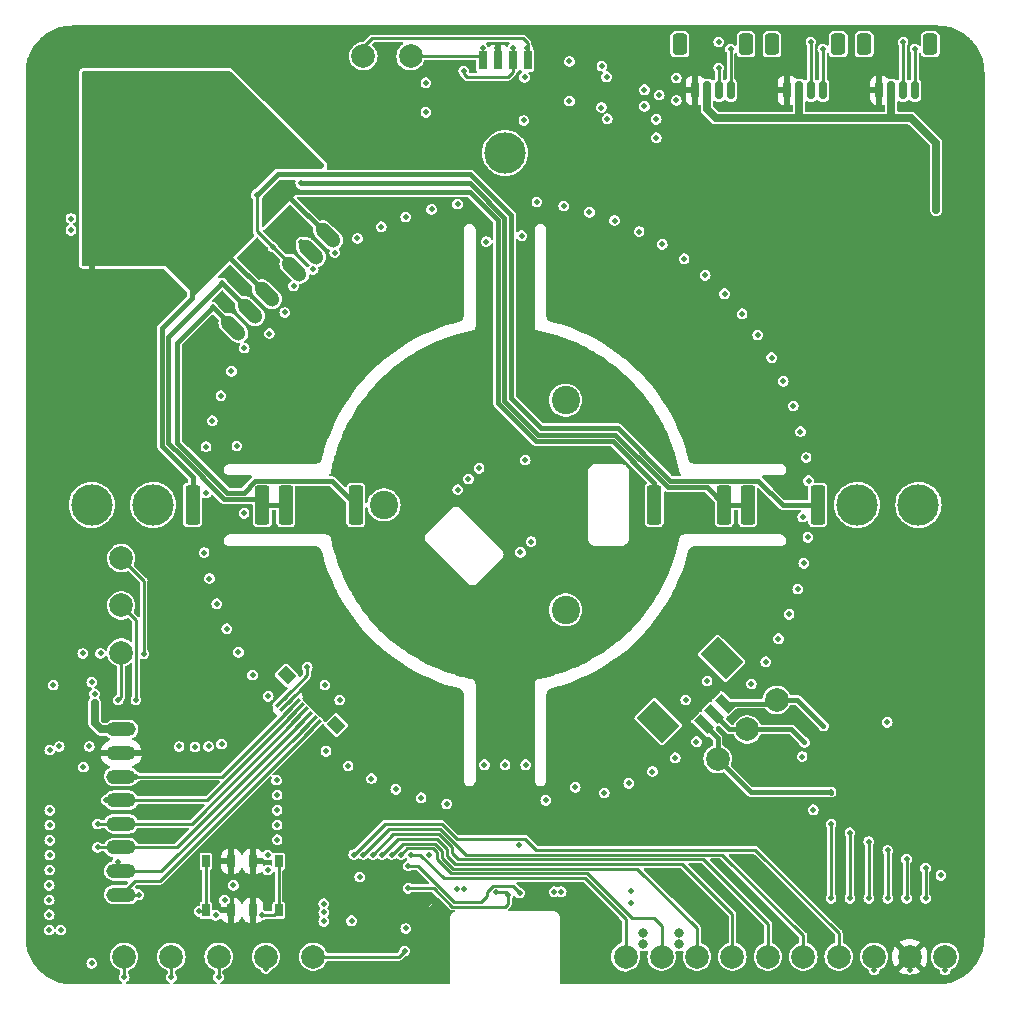
<source format=gbr>
%TF.GenerationSoftware,KiCad,Pcbnew,7.0.10*%
%TF.CreationDate,2024-01-23T14:11:02+00:00*%
%TF.ProjectId,view_base,76696577-5f62-4617-9365-2e6b69636164,rev?*%
%TF.SameCoordinates,Original*%
%TF.FileFunction,Copper,L4,Bot*%
%TF.FilePolarity,Positive*%
%FSLAX46Y46*%
G04 Gerber Fmt 4.6, Leading zero omitted, Abs format (unit mm)*
G04 Created by KiCad (PCBNEW 7.0.10) date 2024-01-23 14:11:02*
%MOMM*%
%LPD*%
G01*
G04 APERTURE LIST*
G04 Aperture macros list*
%AMRoundRect*
0 Rectangle with rounded corners*
0 $1 Rounding radius*
0 $2 $3 $4 $5 $6 $7 $8 $9 X,Y pos of 4 corners*
0 Add a 4 corners polygon primitive as box body*
4,1,4,$2,$3,$4,$5,$6,$7,$8,$9,$2,$3,0*
0 Add four circle primitives for the rounded corners*
1,1,$1+$1,$2,$3*
1,1,$1+$1,$4,$5*
1,1,$1+$1,$6,$7*
1,1,$1+$1,$8,$9*
0 Add four rect primitives between the rounded corners*
20,1,$1+$1,$2,$3,$4,$5,0*
20,1,$1+$1,$4,$5,$6,$7,0*
20,1,$1+$1,$6,$7,$8,$9,0*
20,1,$1+$1,$8,$9,$2,$3,0*%
%AMHorizOval*
0 Thick line with rounded ends*
0 $1 width*
0 $2 $3 position (X,Y) of the first rounded end (center of the circle)*
0 $4 $5 position (X,Y) of the second rounded end (center of the circle)*
0 Add line between two ends*
20,1,$1,$2,$3,$4,$5,0*
0 Add two circle primitives to create the rounded ends*
1,1,$1,$2,$3*
1,1,$1,$4,$5*%
%AMRotRect*
0 Rectangle, with rotation*
0 The origin of the aperture is its center*
0 $1 length*
0 $2 width*
0 $3 Rotation angle, in degrees counterclockwise*
0 Add horizontal line*
21,1,$1,$2,0,0,$3*%
G04 Aperture macros list end*
%TA.AperFunction,ComponentPad*%
%ADD10C,2.400000*%
%TD*%
%TA.AperFunction,ComponentPad*%
%ADD11C,3.500000*%
%TD*%
%TA.AperFunction,ComponentPad*%
%ADD12O,1.000000X1.800000*%
%TD*%
%TA.AperFunction,ComponentPad*%
%ADD13O,1.000000X2.200000*%
%TD*%
%TA.AperFunction,ComponentPad*%
%ADD14C,0.600000*%
%TD*%
%TA.AperFunction,SMDPad,CuDef*%
%ADD15O,2.500000X1.250000*%
%TD*%
%TA.AperFunction,SMDPad,CuDef*%
%ADD16HorizOval,1.250000X-0.441942X0.441942X0.441942X-0.441942X0*%
%TD*%
%TA.AperFunction,SMDPad,CuDef*%
%ADD17R,0.700000X1.600000*%
%TD*%
%TA.AperFunction,SMDPad,CuDef*%
%ADD18RotRect,2.100000X2.999999X45.000000*%
%TD*%
%TA.AperFunction,SMDPad,CuDef*%
%ADD19RotRect,0.800000X1.600000X45.000000*%
%TD*%
%TA.AperFunction,SMDPad,CuDef*%
%ADD20C,2.000000*%
%TD*%
%TA.AperFunction,SMDPad,CuDef*%
%ADD21RoundRect,0.250000X0.362500X1.425000X-0.362500X1.425000X-0.362500X-1.425000X0.362500X-1.425000X0*%
%TD*%
%TA.AperFunction,SMDPad,CuDef*%
%ADD22R,0.650000X1.050000*%
%TD*%
%TA.AperFunction,SMDPad,CuDef*%
%ADD23RoundRect,0.150000X-0.150000X-0.625000X0.150000X-0.625000X0.150000X0.625000X-0.150000X0.625000X0*%
%TD*%
%TA.AperFunction,SMDPad,CuDef*%
%ADD24RoundRect,0.250000X-0.350000X-0.650000X0.350000X-0.650000X0.350000X0.650000X-0.350000X0.650000X0*%
%TD*%
%TA.AperFunction,SMDPad,CuDef*%
%ADD25C,0.500000*%
%TD*%
%TA.AperFunction,SMDPad,CuDef*%
%ADD26RoundRect,0.250000X-0.362500X-1.425000X0.362500X-1.425000X0.362500X1.425000X-0.362500X1.425000X0*%
%TD*%
%TA.AperFunction,SMDPad,CuDef*%
%ADD27RotRect,0.300000X1.800000X315.000000*%
%TD*%
%TA.AperFunction,SMDPad,CuDef*%
%ADD28RotRect,1.200000X1.075000X315.000000*%
%TD*%
%TA.AperFunction,ViaPad*%
%ADD29C,0.500000*%
%TD*%
%TA.AperFunction,ViaPad*%
%ADD30C,0.800000*%
%TD*%
%TA.AperFunction,Conductor*%
%ADD31C,0.250000*%
%TD*%
%TA.AperFunction,Conductor*%
%ADD32C,0.400000*%
%TD*%
%TA.AperFunction,Conductor*%
%ADD33C,0.650000*%
%TD*%
G04 APERTURE END LIST*
%TA.AperFunction,EtchedComponent*%
%TO.C,NT1*%
G36*
X65250000Y-80500000D02*
G01*
X64750000Y-80500000D01*
X64750000Y-79500000D01*
X65250000Y-79500000D01*
X65250000Y-80500000D01*
G37*
%TD.AperFunction*%
%TD*%
D10*
%TO.P,H4,1,1*%
%TO.N,unconnected-(H4-Pad1)*%
X105125427Y-91122500D03*
%TD*%
%TO.P,H1,1,1*%
%TO.N,unconnected-(H1-Pad1)*%
X105125427Y-108877499D03*
%TD*%
%TO.P,H2,1,1*%
%TO.N,unconnected-(H2-Pad1)*%
X89749146Y-100000000D03*
%TD*%
D11*
%TO.P,H3,1,1*%
%TO.N,unconnected-(H3-Pad1)*%
X70200000Y-100000000D03*
%TD*%
%TO.P,H5,1,1*%
%TO.N,unconnected-(H5-Pad1)*%
X100000000Y-70200000D03*
%TD*%
%TO.P,H6,1,1*%
%TO.N,unconnected-(H6-Pad1)*%
X129800000Y-100000000D03*
%TD*%
D12*
%TO.P,J1,S1,SHIELD*%
%TO.N,GND*%
X94380000Y-135000000D03*
D13*
X94380000Y-139000000D03*
D12*
X105620000Y-135000000D03*
D13*
X105620000Y-139000000D03*
%TD*%
D14*
%TO.P,U8,PAD,PAD*%
%TO.N,GND*%
X130650000Y-122300000D03*
X131650000Y-122300000D03*
X130650000Y-121300000D03*
X131650000Y-121300000D03*
%TD*%
D11*
%TO.P,H7,1,1*%
%TO.N,unconnected-(H7-Pad1)*%
X135000000Y-100000000D03*
%TD*%
%TO.P,H8,1,1*%
%TO.N,unconnected-(H8-Pad1)*%
X65000000Y-100000000D03*
%TD*%
D15*
%TO.P,J4,1,Pin_1*%
%TO.N,+3V3*%
X67500000Y-119000000D03*
%TO.P,J4,2,Pin_2*%
%TO.N,GND*%
X67500000Y-121000000D03*
%TO.P,J4,3,Pin_3*%
%TO.N,/LCD_RST*%
X67500000Y-123000000D03*
%TO.P,J4,4,Pin_4*%
%TO.N,/LCD_SCK*%
X67500000Y-125000000D03*
%TO.P,J4,5,Pin_5*%
%TO.N,/LCD_DATA*%
X67500000Y-127000000D03*
%TO.P,J4,6,Pin_6*%
%TO.N,/LCD_BACKLIGHT*%
X67500000Y-129000000D03*
%TO.P,J4,7,Pin_7*%
%TO.N,/LCD_CS*%
X67500000Y-131000000D03*
%TO.P,J4,8,Pin_8*%
%TO.N,/LCD_CMD*%
X67500000Y-133000000D03*
%TD*%
D16*
%TO.P,J2,1,Pin_1*%
%TO.N,/STRAIN_E+*%
X82171573Y-80000000D03*
%TO.P,J2,2,Pin_2*%
%TO.N,/STRAIN_S+*%
X83585787Y-78585786D03*
%TO.P,J2,3,Pin_3*%
%TO.N,GNDA*%
X85000000Y-77171573D03*
%TD*%
D17*
%TO.P,U3,1,SCL*%
%TO.N,SCL*%
X101905000Y-62350000D03*
%TO.P,U3,2,VDD*%
%TO.N,+3V3*%
X100635000Y-62350000D03*
%TO.P,U3,3,GND*%
%TO.N,GND*%
X99365000Y-62350000D03*
%TO.P,U3,4,SDA*%
%TO.N,SDA*%
X98095000Y-62350000D03*
%TD*%
D16*
%TO.P,J3,1,Pin_1*%
%TO.N,/STRAIN_E+*%
X77000000Y-85000000D03*
%TO.P,J3,2,Pin_2*%
%TO.N,/STRAIN_S-*%
X78414214Y-83585786D03*
%TO.P,J3,3,Pin_3*%
%TO.N,GNDA*%
X79828427Y-82171573D03*
%TD*%
D18*
%TO.P,J6,*%
%TO.N,*%
X112962269Y-118336513D03*
X118336280Y-112962502D03*
D19*
%TO.P,J6,1,Pin_1*%
%TO.N,Net-(J6-Pin_1)*%
X116816000Y-118584000D03*
%TO.P,J6,2,Pin_2*%
%TO.N,Net-(J6-Pin_2)*%
X117699883Y-117700117D03*
%TO.P,J6,3,Pin_3*%
%TO.N,Net-(J6-Pin_3)*%
X118583767Y-116816233D03*
%TD*%
D20*
%TO.P,TP1,1,1*%
%TO.N,+5V*%
X131250000Y-138250000D03*
%TD*%
%TO.P,TP3,1,1*%
%TO.N,+3V3*%
X137250000Y-138250000D03*
%TD*%
%TO.P,TP2,1,1*%
%TO.N,GND*%
X134250000Y-138250000D03*
%TD*%
%TO.P,TP8,1,1*%
%TO.N,SDA*%
X92000000Y-62000000D03*
%TD*%
%TO.P,TP9,1,1*%
%TO.N,SCL*%
X88000000Y-62000000D03*
%TD*%
%TO.P,TP14,1,1*%
%TO.N,Net-(J6-Pin_3)*%
X123000000Y-116500000D03*
%TD*%
%TO.P,TP15,1,1*%
%TO.N,Net-(J6-Pin_2)*%
X120500000Y-119000000D03*
%TD*%
%TO.P,TP16,1,1*%
%TO.N,Net-(J6-Pin_1)*%
X118000000Y-121500000D03*
%TD*%
%TO.P,TP5,1,1*%
%TO.N,/MAG_CSN*%
X67500000Y-104500000D03*
%TD*%
%TO.P,TP7,1,1*%
%TO.N,/MAG_DO*%
X67500000Y-112500000D03*
%TD*%
%TO.P,TP4,1,1*%
%TO.N,/LED_DATA_5V*%
X83750000Y-138250000D03*
%TD*%
%TO.P,TP6,1,1*%
%TO.N,/MAG_CLK*%
X67500000Y-108500000D03*
%TD*%
%TO.P,TP13,1,1*%
%TO.N,/USB_SERIAL_RXI*%
X67750000Y-138250000D03*
%TD*%
%TO.P,TP12,1,1*%
%TO.N,/USB_SERIAL_TXO*%
X71750000Y-138250000D03*
%TD*%
D21*
%TO.P,R3,1*%
%TO.N,/STRAIN_E+*%
X126462500Y-100000000D03*
%TO.P,R3,2*%
%TO.N,/STRAIN_S+*%
X120537500Y-100000000D03*
%TD*%
D22*
%TO.P,SW1,1,1*%
%TO.N,/ESP32_EN*%
X80825000Y-134325000D03*
X80825000Y-130175000D03*
%TO.P,SW1,2,2*%
%TO.N,GND*%
X78675000Y-134325000D03*
X78675000Y-130175000D03*
%TD*%
D20*
%TO.P,TP17,1,1*%
%TO.N,Net-(U7-IO40)*%
X116250000Y-138250000D03*
%TD*%
D23*
%TO.P,J7,1,Pin_1*%
%TO.N,GND*%
X116100000Y-64875000D03*
%TO.P,J7,2,Pin_2*%
%TO.N,+5V*%
X117100000Y-64875000D03*
%TO.P,J7,3,Pin_3*%
%TO.N,SDA*%
X118100000Y-64875000D03*
%TO.P,J7,4,Pin_4*%
%TO.N,SCL*%
X119100000Y-64875000D03*
D24*
%TO.P,J7,MP*%
%TO.N,N/C*%
X114800000Y-61000000D03*
X120400000Y-61000000D03*
%TD*%
D25*
%TO.P,NT1,1,1*%
%TO.N,GNDA*%
X65000000Y-79500000D03*
%TO.P,NT1,2,2*%
%TO.N,GND*%
X65000000Y-80500000D03*
%TD*%
D26*
%TO.P,R7,1*%
%TO.N,GNDA*%
X73537500Y-100000000D03*
%TO.P,R7,2*%
%TO.N,/STRAIN_S-*%
X79462500Y-100000000D03*
%TD*%
D20*
%TO.P,TP10,1,1*%
%TO.N,/ESP32_EN*%
X79750000Y-138250000D03*
%TD*%
%TO.P,TP19,1,1*%
%TO.N,Net-(U7-IO42)*%
X110250000Y-138250000D03*
%TD*%
%TO.P,TP22,1,1*%
%TO.N,Net-(U7-IO47)*%
X125250000Y-138250000D03*
%TD*%
%TO.P,TP23,1,1*%
%TO.N,Net-(U7-IO48)*%
X122250000Y-138250000D03*
%TD*%
D23*
%TO.P,J9,1,Pin_1*%
%TO.N,GND*%
X123900000Y-64875000D03*
%TO.P,J9,2,Pin_2*%
%TO.N,+5V*%
X124900000Y-64875000D03*
%TO.P,J9,3,Pin_3*%
%TO.N,SDA*%
X125900000Y-64875000D03*
%TO.P,J9,4,Pin_4*%
%TO.N,SCL*%
X126900000Y-64875000D03*
D24*
%TO.P,J9,MP*%
%TO.N,N/C*%
X122600000Y-61000000D03*
X128200000Y-61000000D03*
%TD*%
D23*
%TO.P,J8,1,Pin_1*%
%TO.N,GND*%
X131700000Y-64875000D03*
%TO.P,J8,2,Pin_2*%
%TO.N,+5V*%
X132700000Y-64875000D03*
%TO.P,J8,3,Pin_3*%
%TO.N,SDA*%
X133700000Y-64875000D03*
%TO.P,J8,4,Pin_4*%
%TO.N,SCL*%
X134700000Y-64875000D03*
D24*
%TO.P,J8,MP*%
%TO.N,N/C*%
X130400000Y-61000000D03*
X136000000Y-61000000D03*
%TD*%
D21*
%TO.P,R4,1*%
%TO.N,/STRAIN_S+*%
X118562500Y-100000000D03*
%TO.P,R4,2*%
%TO.N,GNDA*%
X112637500Y-100000000D03*
%TD*%
D22*
%TO.P,SW2,1,1*%
%TO.N,/ESP32_BOOT*%
X74675000Y-130175000D03*
X74675000Y-134325000D03*
%TO.P,SW2,2,2*%
%TO.N,GND*%
X76825000Y-130175000D03*
X76825000Y-134325000D03*
%TD*%
D20*
%TO.P,TP11,1,1*%
%TO.N,/ESP32_BOOT*%
X75750000Y-138250000D03*
%TD*%
D27*
%TO.P,J5,1,Pin_1*%
%TO.N,+3V3*%
X81248750Y-116408960D03*
%TO.P,J5,2,Pin_2*%
%TO.N,GND*%
X81602303Y-116762514D03*
%TO.P,J5,3,Pin_3*%
%TO.N,/LCD_RST*%
X81955857Y-117116067D03*
%TO.P,J5,4,Pin_4*%
%TO.N,/LCD_SCK*%
X82309410Y-117469620D03*
%TO.P,J5,5,Pin_5*%
%TO.N,/LCD_DATA*%
X82662964Y-117823174D03*
%TO.P,J5,6,Pin_6*%
%TO.N,/LCD_BACKLIGHT*%
X83016517Y-118176727D03*
%TO.P,J5,7,Pin_7*%
%TO.N,/LCD_CS*%
X83370070Y-118530281D03*
%TO.P,J5,8,Pin_8*%
%TO.N,/LCD_CMD*%
X83723624Y-118883834D03*
D28*
%TO.P,J5,9*%
%TO.N,N/C*%
X81496237Y-114429061D03*
X85703523Y-118636347D03*
%TD*%
D20*
%TO.P,TP18,1,1*%
%TO.N,Net-(U7-IO41)*%
X113250000Y-138250000D03*
%TD*%
D26*
%TO.P,R6,1*%
%TO.N,/STRAIN_S-*%
X81437500Y-100000000D03*
%TO.P,R6,2*%
%TO.N,/STRAIN_E+*%
X87362500Y-100000000D03*
%TD*%
D20*
%TO.P,TP20,1,1*%
%TO.N,Net-(U7-IO45)*%
X119250000Y-138250000D03*
%TD*%
%TO.P,TP21,1,1*%
%TO.N,Net-(U7-IO46)*%
X128250000Y-138250000D03*
%TD*%
D29*
%TO.N,GND*%
X128050000Y-104950000D03*
X129750000Y-115700000D03*
X120600000Y-62400000D03*
X139250000Y-122000000D03*
X111250000Y-80500000D03*
X139250000Y-131000000D03*
X124300000Y-60100000D03*
X68900000Y-92300000D03*
X84000000Y-114500000D03*
X139250000Y-70050000D03*
X88750000Y-70800000D03*
X60500000Y-138000000D03*
X76300000Y-121400000D03*
X128050000Y-95050000D03*
X135050000Y-117300000D03*
X84550000Y-125250000D03*
X139250000Y-124000000D03*
X85150000Y-125250000D03*
X76600000Y-127200000D03*
X120450000Y-109550000D03*
X128750000Y-115700000D03*
X80450000Y-88750000D03*
X117300000Y-85550000D03*
X79500000Y-90500000D03*
X121850000Y-94200000D03*
X85750000Y-75350000D03*
X88000000Y-70800000D03*
X101400000Y-78200000D03*
X86400000Y-129600000D03*
X139250000Y-67050000D03*
X89500000Y-70800000D03*
X79550000Y-109600000D03*
X103650000Y-74650000D03*
X87050000Y-81500000D03*
X118250000Y-78200000D03*
X84600000Y-129600000D03*
X125800000Y-112000000D03*
X121800000Y-62400000D03*
X109550000Y-79550000D03*
X124650000Y-114250000D03*
X139250000Y-70650000D03*
X107350000Y-72500000D03*
X139250000Y-121000000D03*
X120450000Y-90500000D03*
X99350000Y-61350000D03*
X74200000Y-112050000D03*
X85800000Y-129600000D03*
X134250000Y-139350000D03*
X116350000Y-76700000D03*
X75800000Y-121900000D03*
X90450000Y-79550000D03*
X75300000Y-114250000D03*
X139250000Y-65850000D03*
X139250000Y-120000000D03*
X81500000Y-87050000D03*
X100000000Y-65500000D03*
X99250000Y-120000000D03*
X124600000Y-85800000D03*
X75350000Y-85750000D03*
X107700000Y-121200000D03*
X115449995Y-133700003D03*
X83950000Y-125250000D03*
X114500000Y-82750000D03*
X127500000Y-92600000D03*
X109750000Y-73250000D03*
X127500000Y-107350000D03*
X84400000Y-132800000D03*
X116300000Y-123300000D03*
X69700000Y-92300000D03*
X126750000Y-90250000D03*
X139250000Y-65250000D03*
X92250000Y-78800000D03*
X119550000Y-88750000D03*
X91800000Y-131500000D03*
X123300000Y-83700000D03*
X84100000Y-84050000D03*
X90450000Y-120450000D03*
X80250000Y-131750000D03*
X121800000Y-105850000D03*
X112900000Y-81550000D03*
X114200000Y-124650000D03*
X139250000Y-130000000D03*
X70150000Y-97100000D03*
X139250000Y-129000000D03*
X62000000Y-116750000D03*
X139250000Y-68850000D03*
X139250000Y-71850000D03*
X139250000Y-128000000D03*
X139250000Y-68250000D03*
X101100000Y-65500000D03*
X112050000Y-74200000D03*
X85750000Y-125250000D03*
X139250000Y-67650000D03*
X120700000Y-121800000D03*
X121200000Y-62400000D03*
X97750000Y-65500000D03*
X139250000Y-71250000D03*
X104000000Y-101300000D03*
X88700000Y-80450000D03*
X71000000Y-132750000D03*
X128630000Y-96720000D03*
X61500000Y-138000000D03*
X99200000Y-65500000D03*
X121200000Y-107750000D03*
X94150000Y-78200000D03*
X94150000Y-121850000D03*
X61500000Y-137250000D03*
X115000000Y-66700000D03*
X88750000Y-119550000D03*
X72500000Y-107350000D03*
X114250000Y-75350000D03*
X125800000Y-88000000D03*
X85200000Y-129600000D03*
X74200000Y-88000000D03*
X78800000Y-107750000D03*
X139250000Y-125000000D03*
X134700000Y-60200000D03*
X121800000Y-81700000D03*
X139250000Y-126000000D03*
X107700000Y-78850000D03*
X139250000Y-123000000D03*
X118500000Y-87100000D03*
X105850000Y-121800000D03*
X126750000Y-109750000D03*
X70950000Y-97100000D03*
X128350000Y-102500000D03*
X72500000Y-134250000D03*
X109500000Y-120500000D03*
X77000000Y-100600000D03*
X71500000Y-133250000D03*
X139250000Y-119000000D03*
X78800000Y-92300000D03*
X139250000Y-118000000D03*
X115900000Y-84050000D03*
X72000000Y-133750000D03*
X76200000Y-127800000D03*
X139250000Y-132000000D03*
X80450000Y-111300000D03*
X115450000Y-132700004D03*
X92300000Y-121250000D03*
X121250000Y-121250000D03*
X120100000Y-79850000D03*
X78200000Y-105850000D03*
X139250000Y-66450000D03*
X139250000Y-127000000D03*
X125250000Y-123100000D03*
X136050000Y-117300000D03*
X73250000Y-109750000D03*
X139250000Y-69450000D03*
X105850000Y-78200000D03*
X121200000Y-92350000D03*
X104950000Y-71950000D03*
%TO.N,/USB_D-*%
X100250000Y-133000000D03*
X99200000Y-132800000D03*
X91800000Y-132450000D03*
%TO.N,/USB_D+*%
X91800000Y-130550000D03*
X101250000Y-132850000D03*
%TO.N,/STRAIN_E+*%
X79000000Y-73750000D03*
X75250000Y-83250000D03*
X80350000Y-78150000D03*
%TO.N,/STRAIN_S-*%
X76050000Y-81200000D03*
%TO.N,/STRAIN_S+*%
X82750000Y-77750000D03*
X82750000Y-72750000D03*
%TO.N,/ESP32_EN*%
X79750000Y-139250000D03*
X79400000Y-134700000D03*
%TO.N,/ESP32_BOOT*%
X74100000Y-134400000D03*
X62400000Y-136000000D03*
X65000000Y-138800000D03*
X75750000Y-140000000D03*
X61450000Y-120750000D03*
%TO.N,/USB_SERIAL_RXI*%
X61400000Y-133450000D03*
X67750000Y-140000000D03*
%TO.N,/USB_SERIAL_TXO*%
X61400000Y-132200000D03*
X71750000Y-140000000D03*
%TO.N,/LED_DATA_5V*%
X93600000Y-129600000D03*
X101200000Y-128800000D03*
X91500000Y-137760000D03*
%TO.N,/LCD_CMD*%
X69000000Y-133000000D03*
X61400000Y-134700000D03*
%TO.N,/LCD_CS*%
X73750000Y-120500000D03*
X67200000Y-130200000D03*
%TO.N,/LCD_BACKLIGHT*%
X65500000Y-129000000D03*
X77000000Y-132200000D03*
%TO.N,/LCD_DATA*%
X76000000Y-120250000D03*
X65500000Y-127000000D03*
%TO.N,/LCD_SCK*%
X66250000Y-125000000D03*
X76250000Y-133450000D03*
%TO.N,/LCD_RST*%
X68750000Y-123000000D03*
X72400000Y-120450000D03*
%TO.N,/MAG_DO*%
X67250000Y-116500000D03*
X97800000Y-96900000D03*
%TO.N,/MAG_CLK*%
X68750000Y-116500000D03*
X96900000Y-97800000D03*
%TO.N,/MAG_CSN*%
X96000000Y-98700000D03*
X69400000Y-112600000D03*
%TO.N,/STRAIN_SCK*%
X61750000Y-115250000D03*
X61400000Y-136000000D03*
%TO.N,/TMC_UH*%
X127600000Y-133300000D03*
X127600000Y-127000000D03*
X80650000Y-123300000D03*
%TO.N,/TMC_VH*%
X129200000Y-133300000D03*
X80700000Y-124550000D03*
X129200000Y-127750000D03*
%TO.N,/TMC_WH*%
X130800000Y-133300000D03*
X80700000Y-125850000D03*
X130800000Y-128500000D03*
%TO.N,/TMC_UL*%
X80700000Y-127100000D03*
X132400000Y-129250000D03*
X132400000Y-133300000D03*
%TO.N,/TMC_WL*%
X80700000Y-128350000D03*
X134000000Y-130000000D03*
X134000000Y-133300000D03*
%TO.N,/TMC_VL*%
X79900000Y-129650000D03*
X135600000Y-130750000D03*
X135600000Y-133300000D03*
%TO.N,/TMC_DIAG*%
X136900000Y-131350000D03*
X79900000Y-130900000D03*
%TO.N,/LED_DATA_3V3*%
X87000000Y-135200000D03*
X75500000Y-134750000D03*
%TO.N,GNDA*%
X80000000Y-67500000D03*
X80250000Y-75000000D03*
X64750000Y-77750000D03*
X65500000Y-70250000D03*
X73750000Y-63750000D03*
X69250000Y-63750000D03*
X75250000Y-80000000D03*
X65500000Y-71750000D03*
X69250000Y-79250000D03*
X65500000Y-65750000D03*
X76250000Y-79000000D03*
X77750000Y-77500000D03*
X65500000Y-68000000D03*
X74750000Y-80500000D03*
X73000000Y-63750000D03*
X64750000Y-78500000D03*
X75750000Y-79500000D03*
X77250000Y-78000000D03*
X70750000Y-79250000D03*
X81000000Y-68500000D03*
X83500000Y-71000000D03*
X80500000Y-68000000D03*
X78000000Y-65500000D03*
X65500000Y-63750000D03*
X74250000Y-81000000D03*
X70000000Y-79250000D03*
X83000000Y-70500000D03*
X68500000Y-79250000D03*
X76750000Y-78500000D03*
X65500000Y-71000000D03*
X77000000Y-64500000D03*
X67750000Y-79250000D03*
X72500000Y-80250000D03*
X74500000Y-63750000D03*
X65500000Y-68750000D03*
X65500000Y-69500000D03*
X65000000Y-64500000D03*
X72250000Y-63750000D03*
X82500000Y-70000000D03*
X82000000Y-69500000D03*
X77500000Y-65000000D03*
X66250000Y-63750000D03*
X66250000Y-79250000D03*
X67000000Y-79250000D03*
X67000000Y-63750000D03*
X65500000Y-67250000D03*
X75250000Y-63750000D03*
X64675000Y-63750000D03*
X76000000Y-63750000D03*
X78250000Y-77000000D03*
X79750000Y-75500000D03*
X70000000Y-63750000D03*
X67750000Y-63750000D03*
X73500000Y-81250000D03*
X70750000Y-63750000D03*
X65500000Y-65000000D03*
X73000000Y-80750000D03*
X72000000Y-79750000D03*
X68500000Y-63750000D03*
X78500000Y-66000000D03*
X71500000Y-79250000D03*
X71500000Y-63750000D03*
X80750000Y-74500000D03*
X79500000Y-67000000D03*
X81500000Y-69000000D03*
X79000000Y-66500000D03*
X65500000Y-66500000D03*
%TO.N,+5V*%
X96500000Y-132500000D03*
X109270000Y-75920000D03*
X101750000Y-122000000D03*
X77920000Y-86720000D03*
X124390000Y-91620000D03*
X110699995Y-132699999D03*
X75210000Y-92870000D03*
X125640000Y-102730000D03*
X98400000Y-77700000D03*
X114400000Y-121400000D03*
X74700000Y-99000000D03*
X123560000Y-89530000D03*
X81350000Y-83700000D03*
X104150000Y-132750000D03*
X95900000Y-132500000D03*
X115160000Y-79150000D03*
X79940000Y-116200000D03*
X75600000Y-108370000D03*
X78620000Y-114410000D03*
X80040000Y-85490000D03*
X75940000Y-90760000D03*
X95060000Y-125310000D03*
X103450000Y-125000000D03*
X125490000Y-95980000D03*
X74970000Y-106230000D03*
X117100000Y-114900000D03*
X89510000Y-76440000D03*
X131250000Y-139350000D03*
X120070000Y-83810000D03*
X125300000Y-104940000D03*
X92890000Y-124790000D03*
X136500000Y-75000000D03*
X85590000Y-78630000D03*
X120850000Y-115150000D03*
X100000000Y-122000000D03*
X136500000Y-74250000D03*
X87500000Y-77440000D03*
X125200000Y-101000000D03*
X77900000Y-100700000D03*
X113310000Y-77930000D03*
X95980000Y-74530000D03*
X126100000Y-125800000D03*
X116200000Y-120050000D03*
X82100000Y-81440000D03*
X74520000Y-104030000D03*
X102700000Y-74340000D03*
X101400000Y-77200000D03*
X122080000Y-113280000D03*
X77300000Y-95000000D03*
X84840000Y-120850000D03*
X90750000Y-124070000D03*
X105950000Y-123900000D03*
X107140000Y-75220000D03*
X136500000Y-73500000D03*
X115300000Y-116500000D03*
X83750000Y-80050000D03*
X98250000Y-122000000D03*
X123150000Y-111330000D03*
X88690000Y-123170000D03*
X124050000Y-109250000D03*
X84750000Y-115250000D03*
X87700000Y-131500000D03*
X110480000Y-123570000D03*
X122570000Y-87530000D03*
X118580000Y-82120000D03*
X76440000Y-110480000D03*
X108390000Y-124380000D03*
X104750000Y-132750000D03*
X121390000Y-85600000D03*
X86000000Y-116500000D03*
X74680000Y-95060000D03*
X91590000Y-75610000D03*
X76830000Y-88680000D03*
X110699999Y-133699999D03*
X104970000Y-74690000D03*
X111350000Y-76850000D03*
X116940000Y-80550000D03*
X112480000Y-122570000D03*
X91600000Y-135860000D03*
X93780000Y-74980000D03*
X86710000Y-122100000D03*
X125010000Y-93790000D03*
X125700000Y-97950000D03*
X125150000Y-121300000D03*
X124780000Y-107130000D03*
X77430000Y-112480000D03*
%TO.N,+3V3*%
X100650000Y-61350000D03*
X83250000Y-113750000D03*
X102200000Y-103100000D03*
X132350000Y-118400000D03*
X63250000Y-76750000D03*
X65000000Y-115000000D03*
X114500000Y-63850000D03*
X96500000Y-63250000D03*
D30*
X111700001Y-136200003D03*
D29*
X114500000Y-65750000D03*
X101300000Y-104000000D03*
X65250000Y-116000000D03*
D30*
X111700000Y-137200000D03*
D29*
X101700000Y-96200000D03*
X111800000Y-64850000D03*
X137250000Y-139350000D03*
X65250000Y-116750000D03*
D30*
X114700000Y-137200000D03*
D29*
X111800000Y-66250000D03*
X84650000Y-135250000D03*
X84650000Y-133750000D03*
X63250000Y-75750000D03*
D30*
X114700002Y-136200003D03*
D29*
X84650000Y-134500000D03*
%TO.N,Net-(J6-Pin_1)*%
X127600000Y-124300000D03*
%TO.N,Net-(J6-Pin_2)*%
X125350000Y-120100000D03*
%TO.N,Net-(J6-Pin_3)*%
X126950000Y-118700000D03*
%TO.N,Net-(U7-IO40)*%
X90400000Y-129600000D03*
X61450000Y-128400000D03*
%TO.N,Net-(U7-IO41)*%
X61450000Y-129650000D03*
X91200000Y-129600000D03*
%TO.N,Net-(U7-IO42)*%
X61450000Y-130900000D03*
X92000000Y-129600000D03*
%TO.N,Net-(U7-IO45)*%
X89600000Y-129600000D03*
X62250000Y-120450000D03*
%TO.N,Net-(U7-IO46)*%
X74900000Y-120450000D03*
X87200000Y-129600000D03*
%TO.N,Net-(U7-IO47)*%
X88000000Y-129600000D03*
X64800000Y-120450000D03*
%TO.N,SDA*%
X118100000Y-60800000D03*
X65749999Y-112575000D03*
X118100000Y-63000000D03*
X125900000Y-60800000D03*
X61450000Y-127100000D03*
X108600000Y-63750000D03*
X98100000Y-61350000D03*
X133700000Y-60800000D03*
%TO.N,SCL*%
X64250002Y-112575002D03*
X101900000Y-61350000D03*
X126900000Y-61400000D03*
X61450000Y-125850000D03*
X108650000Y-67300000D03*
X134700000Y-61400000D03*
X119100000Y-61400000D03*
%TO.N,Net-(U7-IO48)*%
X88800000Y-129600000D03*
X64300000Y-122200000D03*
%TO.N,+2V8*%
X113050000Y-65300000D03*
X108150000Y-66350000D03*
X108200000Y-62850000D03*
X101650000Y-63800000D03*
X112800000Y-68900000D03*
X112800000Y-67350000D03*
X101600000Y-67450000D03*
X93300000Y-64250000D03*
X105450000Y-65800000D03*
X105450000Y-62450000D03*
X93300000Y-66750000D03*
%TD*%
D31*
%TO.N,GND*%
X101400000Y-78200000D02*
X102000000Y-77600000D01*
X99350000Y-62335000D02*
X99365000Y-62350000D01*
X81602303Y-116762514D02*
X83864817Y-114500000D01*
X83864817Y-114500000D02*
X84000000Y-114500000D01*
X99350000Y-61350000D02*
X99350000Y-62335000D01*
X102000000Y-77600000D02*
X102000000Y-75100000D01*
X134250000Y-139350000D02*
X134250000Y-138250000D01*
%TO.N,/USB_D-*%
X100000000Y-134000000D02*
X100250000Y-133750000D01*
X100050000Y-132800000D02*
X100250000Y-133000000D01*
X93950000Y-132450000D02*
X95500000Y-134000000D01*
X95500000Y-134000000D02*
X100000000Y-134000000D01*
X100250000Y-133750000D02*
X100250000Y-133000000D01*
X99200000Y-132800000D02*
X100050000Y-132800000D01*
X91800000Y-132450000D02*
X93950000Y-132450000D01*
%TO.N,/USB_D+*%
X99000000Y-132250000D02*
X100650000Y-132250000D01*
X92615686Y-130550000D02*
X95665686Y-133600000D01*
X98000000Y-133600000D02*
X98500000Y-133100000D01*
X91800000Y-130550000D02*
X92615686Y-130550000D01*
X98500000Y-132750000D02*
X99000000Y-132250000D01*
X100650000Y-132250000D02*
X101250000Y-132850000D01*
X95665686Y-133600000D02*
X98000000Y-133600000D01*
X98500000Y-133100000D02*
X98500000Y-132750000D01*
D32*
%TO.N,/STRAIN_E+*%
X85337500Y-97975000D02*
X78851472Y-97975000D01*
X100500000Y-75445070D02*
X100500000Y-90945776D01*
X75250000Y-83250000D02*
X72250000Y-86250000D01*
X77875973Y-98950499D02*
X76450499Y-98950499D01*
X103054224Y-93500000D02*
X109554930Y-93500000D01*
X97054930Y-72000000D02*
X100500000Y-75445070D01*
X113737001Y-97686361D02*
X114001139Y-97950499D01*
X109554930Y-93500000D02*
X113737001Y-97682071D01*
X72475000Y-94975000D02*
X72250000Y-94750000D01*
X123500000Y-100000000D02*
X126462500Y-100000000D01*
X78851472Y-97975000D02*
X77875973Y-98950499D01*
X113737001Y-97682071D02*
X113737001Y-97686361D01*
X79000000Y-73750000D02*
X80750000Y-72000000D01*
D31*
X79000000Y-76800000D02*
X79750000Y-77550000D01*
D32*
X100500000Y-90945776D02*
X103054224Y-93500000D01*
X80750000Y-72000000D02*
X97054930Y-72000000D01*
X75250000Y-83250000D02*
X77000000Y-85000000D01*
D31*
X79750000Y-77550000D02*
X82171573Y-79971573D01*
D32*
X87362500Y-100000000D02*
X85337500Y-97975000D01*
X76450499Y-98950499D02*
X72475000Y-94975000D01*
D31*
X82171573Y-79971573D02*
X82171573Y-80000000D01*
D32*
X72250000Y-86250000D02*
X72250000Y-87000000D01*
X72250000Y-94750000D02*
X72250000Y-87000000D01*
D31*
X79000000Y-73750000D02*
X79000000Y-76800000D01*
D32*
X114001139Y-97950499D02*
X121450499Y-97950499D01*
X121450499Y-97950499D02*
X123500000Y-100000000D01*
%TO.N,/STRAIN_S-*%
X76222888Y-99500000D02*
X72611444Y-95888556D01*
X76025000Y-81225000D02*
X71500000Y-85750000D01*
X79462500Y-100000000D02*
X78962500Y-99500000D01*
X71500000Y-85750000D02*
X71500000Y-86900000D01*
X78962500Y-99500000D02*
X76222888Y-99500000D01*
X72611444Y-95888556D02*
X71500000Y-94777112D01*
X76050000Y-81200000D02*
X76050000Y-81221572D01*
X71500000Y-94777112D02*
X71500000Y-86900000D01*
X79462500Y-100000000D02*
X81437500Y-100000000D01*
X76050000Y-81221572D02*
X78414214Y-83585786D01*
%TO.N,/STRAIN_S+*%
X117062500Y-98500000D02*
X118562500Y-100000000D01*
X87500000Y-72750000D02*
X97027112Y-72750000D01*
X102826613Y-94049501D02*
X109327319Y-94049501D01*
X97138556Y-72861444D02*
X97388556Y-73111444D01*
X113187500Y-97913972D02*
X113773528Y-98500000D01*
X99950499Y-75673387D02*
X99950499Y-91173387D01*
X109327319Y-94049501D02*
X113187500Y-97909682D01*
X99950499Y-91173387D02*
X102826613Y-94049501D01*
X120537500Y-100000000D02*
X118562500Y-100000000D01*
X97388556Y-73111444D02*
X99950499Y-75673387D01*
X87500000Y-72750000D02*
X82750000Y-72750000D01*
X113187500Y-97909682D02*
X113187500Y-97913972D01*
X113773528Y-98500000D02*
X117062500Y-98500000D01*
X97027112Y-72750000D02*
X97138556Y-72861444D01*
D31*
%TO.N,/ESP32_EN*%
X80825000Y-130175000D02*
X80825000Y-134325000D01*
X79400000Y-134700000D02*
X80450000Y-134700000D01*
X80450000Y-134700000D02*
X80825000Y-134325000D01*
%TO.N,/ESP32_BOOT*%
X74700000Y-134200000D02*
X74675000Y-134225000D01*
X74100000Y-134400000D02*
X74600000Y-134400000D01*
X74675000Y-134225000D02*
X74675000Y-134325000D01*
X75750000Y-140000000D02*
X75750000Y-138250000D01*
X74675000Y-134175000D02*
X74700000Y-134200000D01*
X74675000Y-130175000D02*
X74675000Y-134175000D01*
X74600000Y-134400000D02*
X74675000Y-134325000D01*
%TO.N,/USB_SERIAL_RXI*%
X67750000Y-140000000D02*
X67750000Y-138250000D01*
%TO.N,/USB_SERIAL_TXO*%
X71750000Y-140000000D02*
X71750000Y-138250000D01*
%TO.N,/LED_DATA_5V*%
X83750000Y-138250000D02*
X91010000Y-138250000D01*
X91010000Y-138250000D02*
X91500000Y-137760000D01*
%TO.N,/LCD_CMD*%
X68665686Y-131834314D02*
X70773144Y-131834314D01*
X70773144Y-131834314D02*
X83723624Y-118883834D01*
X69000000Y-133000000D02*
X67500000Y-133000000D01*
X67500000Y-133000000D02*
X68665686Y-131834314D01*
%TO.N,/LCD_CS*%
X67200000Y-130700000D02*
X67500000Y-131000000D01*
X67500000Y-131000000D02*
X70900351Y-131000000D01*
X67200000Y-130200000D02*
X67200000Y-130700000D01*
X70900351Y-131000000D02*
X83370070Y-118530281D01*
%TO.N,/LCD_BACKLIGHT*%
X67500000Y-129000000D02*
X72193244Y-129000000D01*
X65500000Y-129000000D02*
X67500000Y-129000000D01*
X72193244Y-129000000D02*
X83016517Y-118176727D01*
%TO.N,/LCD_DATA*%
X73486138Y-127000000D02*
X82662964Y-117823174D01*
X65500000Y-127000000D02*
X67500000Y-127000000D01*
X67500000Y-127000000D02*
X73486138Y-127000000D01*
%TO.N,/LCD_SCK*%
X74779030Y-125000000D02*
X82309410Y-117469620D01*
X67500000Y-125000000D02*
X74779030Y-125000000D01*
%TO.N,/LCD_RST*%
X67500000Y-123000000D02*
X68750000Y-123000000D01*
X68750000Y-123000000D02*
X76071924Y-123000000D01*
X76071924Y-123000000D02*
X81955857Y-117116067D01*
%TO.N,/MAG_DO*%
X67250000Y-116500000D02*
X67500000Y-116250000D01*
X67500000Y-116250000D02*
X67500000Y-112500000D01*
%TO.N,/MAG_CLK*%
X68750000Y-116500000D02*
X68775000Y-116475000D01*
X68775000Y-109775000D02*
X67500000Y-108500000D01*
X68775000Y-116475000D02*
X68775000Y-109775000D01*
%TO.N,/MAG_CSN*%
X69400000Y-106400000D02*
X67500000Y-104500000D01*
X69400000Y-112600000D02*
X69400000Y-106400000D01*
%TO.N,/TMC_UH*%
X127600000Y-127000000D02*
X127600000Y-133300000D01*
%TO.N,/TMC_VH*%
X129200000Y-127750000D02*
X129200000Y-133300000D01*
%TO.N,/TMC_WH*%
X130800000Y-128500000D02*
X130800000Y-133300000D01*
%TO.N,/TMC_UL*%
X132400000Y-129250000D02*
X132400000Y-133300000D01*
%TO.N,/TMC_WL*%
X134000000Y-130000000D02*
X134000000Y-133300000D01*
%TO.N,/TMC_VL*%
X135600000Y-130750000D02*
X135600000Y-133300000D01*
D32*
%TO.N,GNDA*%
X70950000Y-95004929D02*
X70950000Y-94050000D01*
X99400998Y-91400998D02*
X99400998Y-75900998D01*
X73537500Y-100000000D02*
X73537500Y-97591724D01*
X112637500Y-100000000D02*
X112637500Y-98137500D01*
X81525000Y-73725000D02*
X81750000Y-73500000D01*
X99400998Y-75900998D02*
X97125000Y-73625000D01*
X80750000Y-74500000D02*
X81525000Y-73725000D01*
X73500000Y-81250000D02*
X73500000Y-82450000D01*
X85000000Y-77171573D02*
X84971573Y-77171573D01*
X97000000Y-73500000D02*
X97125000Y-73625000D01*
X73500000Y-82450000D02*
X70950000Y-85000000D01*
X84971573Y-77171573D02*
X81525000Y-73725000D01*
X79821573Y-82171573D02*
X76650000Y-79000000D01*
X70950000Y-94050000D02*
X70950000Y-85000000D01*
X83000000Y-73500000D02*
X97000000Y-73500000D01*
X71972183Y-96027112D02*
X70950000Y-95004929D01*
X71972888Y-96027112D02*
X71972183Y-96027112D01*
X73537500Y-97591724D02*
X71972888Y-96027112D01*
X109099002Y-94599002D02*
X102599002Y-94599002D01*
X112637500Y-98137500D02*
X109099002Y-94599002D01*
X76650000Y-79000000D02*
X76250000Y-79000000D01*
X81750000Y-73500000D02*
X83000000Y-73500000D01*
X102599002Y-94599002D02*
X99400998Y-91400998D01*
D31*
%TO.N,+5V*%
X131250000Y-139350000D02*
X131250000Y-138250000D01*
D33*
X136500000Y-69350000D02*
X134400000Y-67250000D01*
X117850000Y-67250000D02*
X117100000Y-66500000D01*
X124900000Y-64875000D02*
X124900000Y-67150000D01*
X132700000Y-64875000D02*
X132700000Y-66950000D01*
X136500000Y-73500000D02*
X136500000Y-69350000D01*
X134400000Y-67250000D02*
X117850000Y-67250000D01*
X117100000Y-66500000D02*
X117100000Y-64875000D01*
X136500000Y-73500000D02*
X136500000Y-74250000D01*
X136500000Y-74250000D02*
X136500000Y-75000000D01*
%TO.N,+3V3*%
X65250000Y-116750000D02*
X65250000Y-118500000D01*
D31*
X100635000Y-62350000D02*
X100635000Y-63365000D01*
X83250000Y-114407710D02*
X83250000Y-113750000D01*
X81248750Y-116408960D02*
X83250000Y-114407710D01*
D33*
X65750000Y-119000000D02*
X67500000Y-119000000D01*
D31*
X100250000Y-63750000D02*
X96750000Y-63750000D01*
X96500000Y-63500000D02*
X96500000Y-63250000D01*
X100635000Y-63365000D02*
X100250000Y-63750000D01*
D33*
X65250000Y-118500000D02*
X65750000Y-119000000D01*
D31*
X100650000Y-61350000D02*
X100650000Y-62335000D01*
X96750000Y-63750000D02*
X96500000Y-63500000D01*
X137250000Y-139350000D02*
X137250000Y-138250000D01*
X100650000Y-62335000D02*
X100635000Y-62350000D01*
D32*
%TO.N,Net-(J6-Pin_1)*%
X118000000Y-119768000D02*
X118000000Y-121500000D01*
X127550000Y-124300000D02*
X127600000Y-124350000D01*
X120800000Y-124300000D02*
X127550000Y-124300000D01*
X118000000Y-119768000D02*
X116816000Y-118584000D01*
X118000000Y-121500000D02*
X120800000Y-124300000D01*
%TO.N,Net-(J6-Pin_2)*%
X117699883Y-117700117D02*
X118999766Y-119000000D01*
X120500000Y-119000000D02*
X124250000Y-119000000D01*
X124250000Y-119000000D02*
X125350000Y-120100000D01*
X118999766Y-119000000D02*
X120500000Y-119000000D01*
%TO.N,Net-(J6-Pin_3)*%
X126950000Y-118700000D02*
X124750000Y-116500000D01*
X124750000Y-116500000D02*
X123000000Y-116500000D01*
X122683767Y-116816233D02*
X123000000Y-116500000D01*
X118583767Y-116816233D02*
X122683767Y-116816233D01*
D31*
%TO.N,Net-(U7-IO40)*%
X94682843Y-129317157D02*
X94682843Y-129917157D01*
X95565686Y-130800000D02*
X111200000Y-130800000D01*
X90400000Y-129600000D02*
X91325000Y-128675000D01*
X94040686Y-128675000D02*
X94682843Y-129317157D01*
X116250000Y-135850000D02*
X116250000Y-138250000D01*
X111200000Y-130800000D02*
X116250000Y-135850000D01*
X94682843Y-129917157D02*
X95565686Y-130800000D01*
X91325000Y-128675000D02*
X94040686Y-128675000D01*
%TO.N,Net-(U7-IO41)*%
X112600000Y-135000000D02*
X113250000Y-135650000D01*
X94200000Y-129400000D02*
X94200000Y-130000000D01*
X113250000Y-135650000D02*
X113250000Y-138250000D01*
X95400000Y-131200000D02*
X106965686Y-131200000D01*
X94200000Y-130000000D02*
X95400000Y-131200000D01*
X106965686Y-131200000D02*
X110765686Y-135000000D01*
X91725000Y-129075000D02*
X93875000Y-129075000D01*
X91200000Y-129600000D02*
X91725000Y-129075000D01*
X110765686Y-135000000D02*
X112600000Y-135000000D01*
X93875000Y-129075000D02*
X94200000Y-129400000D01*
%TO.N,Net-(U7-IO42)*%
X92000000Y-129600000D02*
X92800000Y-129600000D01*
X92800000Y-129600000D02*
X94800000Y-131600000D01*
X94800000Y-131600000D02*
X106800000Y-131600000D01*
X110250000Y-135050000D02*
X110250000Y-138250000D01*
X106800000Y-131600000D02*
X110250000Y-135050000D01*
%TO.N,Net-(U7-IO45)*%
X115000000Y-130400000D02*
X119250000Y-134650000D01*
X95082843Y-129151472D02*
X95082843Y-129682843D01*
X90925000Y-128275000D02*
X94206372Y-128275000D01*
X95082843Y-129682843D02*
X95800000Y-130400000D01*
X89600000Y-129600000D02*
X90925000Y-128275000D01*
X119250000Y-134650000D02*
X119250000Y-138250000D01*
X95800000Y-130400000D02*
X115000000Y-130400000D01*
X94206372Y-128275000D02*
X95082843Y-129151472D01*
%TO.N,Net-(U7-IO46)*%
X102600000Y-129200000D02*
X121200000Y-129200000D01*
X95903428Y-128275000D02*
X101675000Y-128275000D01*
X121200000Y-129200000D02*
X128250000Y-136250000D01*
X128250000Y-136250000D02*
X128250000Y-138250000D01*
X94628429Y-127000000D02*
X95903428Y-128275000D01*
X87200000Y-129600000D02*
X89800000Y-127000000D01*
X89800000Y-127000000D02*
X94628429Y-127000000D01*
X101675000Y-128275000D02*
X102600000Y-129200000D01*
%TO.N,Net-(U7-IO47)*%
X90200000Y-127400000D02*
X94462743Y-127400000D01*
X96662741Y-129600000D02*
X118400000Y-129600000D01*
X88000000Y-129600000D02*
X90200000Y-127400000D01*
X125250000Y-136450000D02*
X125250000Y-138250000D01*
X118400000Y-129600000D02*
X125250000Y-136450000D01*
X94462743Y-127400000D02*
X96662741Y-129600000D01*
%TO.N,SDA*%
X92000000Y-62000000D02*
X97745000Y-62000000D01*
X97745000Y-62000000D02*
X98095000Y-62350000D01*
X118100000Y-63000000D02*
X118100000Y-64875000D01*
X133700000Y-60800000D02*
X133700000Y-64875000D01*
X125900000Y-60800000D02*
X125900000Y-64875000D01*
%TO.N,SCL*%
X119100000Y-64875000D02*
X119100000Y-61400000D01*
X126900000Y-61400000D02*
X126900000Y-64875000D01*
X134700000Y-61400000D02*
X134700000Y-64875000D01*
X101905000Y-62350000D02*
X101905000Y-61455000D01*
X101500000Y-60500000D02*
X88750000Y-60500000D01*
X88000000Y-61250000D02*
X88000000Y-62000000D01*
X101900000Y-61450000D02*
X101905000Y-61445000D01*
X88750000Y-60500000D02*
X88000000Y-61250000D01*
X101905000Y-61455000D02*
X101900000Y-61450000D01*
X101905000Y-61445000D02*
X101905000Y-60905000D01*
X101905000Y-60905000D02*
X101500000Y-60500000D01*
%TO.N,Net-(U7-IO48)*%
X95482842Y-129482842D02*
X96000000Y-130000000D01*
X94372058Y-127875000D02*
X95482843Y-128985787D01*
X116800000Y-130000000D02*
X122250000Y-135450000D01*
X95482843Y-128985787D02*
X95482842Y-129482842D01*
X90525000Y-127875000D02*
X94372058Y-127875000D01*
X96000000Y-130000000D02*
X116800000Y-130000000D01*
X88800000Y-129600000D02*
X90525000Y-127875000D01*
X122250000Y-135450000D02*
X122250000Y-138250000D01*
%TD*%
%TA.AperFunction,Conductor*%
%TO.N,GND*%
G36*
X107100000Y-135000000D02*
G01*
X109663306Y-135000000D01*
X109834181Y-135170875D01*
X109867666Y-135232198D01*
X109870500Y-135258556D01*
X109870500Y-136963780D01*
X109850815Y-137030819D01*
X109798904Y-137076162D01*
X109620357Y-137159419D01*
X109620349Y-137159423D01*
X109440547Y-137285322D01*
X109440541Y-137285327D01*
X109285327Y-137440541D01*
X109285322Y-137440547D01*
X109159423Y-137620349D01*
X109159419Y-137620357D01*
X109066655Y-137819291D01*
X109009839Y-138031324D01*
X109009838Y-138031331D01*
X108990708Y-138249997D01*
X108990708Y-138250000D01*
X109009839Y-138468674D01*
X109066653Y-138680703D01*
X109066654Y-138680706D01*
X109066655Y-138680708D01*
X109159419Y-138879642D01*
X109159423Y-138879650D01*
X109285322Y-139059452D01*
X109285327Y-139059458D01*
X109440541Y-139214672D01*
X109440547Y-139214677D01*
X109620349Y-139340576D01*
X109620351Y-139340577D01*
X109620354Y-139340579D01*
X109819297Y-139433347D01*
X110031326Y-139490161D01*
X110187521Y-139503826D01*
X110249998Y-139509292D01*
X110250000Y-139509292D01*
X110250002Y-139509292D01*
X110271591Y-139507403D01*
X110400000Y-139496169D01*
X110400000Y-140599499D01*
X104744500Y-140599499D01*
X104677461Y-140579814D01*
X104631706Y-140527010D01*
X104620500Y-140475499D01*
X104620500Y-134843608D01*
X104620499Y-134843600D01*
X104595403Y-134733649D01*
X104546467Y-134632033D01*
X104546466Y-134632030D01*
X104501214Y-134575288D01*
X104500000Y-134500000D01*
X104421156Y-134500000D01*
X104387969Y-134473533D01*
X104387966Y-134473532D01*
X104286350Y-134424596D01*
X104176399Y-134399500D01*
X104176393Y-134399500D01*
X104120099Y-134399500D01*
X102800000Y-134399500D01*
X102800000Y-133300000D01*
X107100000Y-133300000D01*
X107100000Y-135000000D01*
G37*
%TD.AperFunction*%
%TD*%
%TA.AperFunction,Conductor*%
%TO.N,GNDA*%
G36*
X76691274Y-63270002D02*
G01*
X76711832Y-63286490D01*
X84660071Y-71160907D01*
X84694386Y-71223060D01*
X84689652Y-71293898D01*
X84660488Y-71339512D01*
X84491403Y-71508596D01*
X84429094Y-71542620D01*
X84402310Y-71545500D01*
X80782609Y-71545500D01*
X80768502Y-71544708D01*
X80749970Y-71542620D01*
X80732814Y-71540687D01*
X80732813Y-71540687D01*
X80676161Y-71551405D01*
X80671522Y-71552193D01*
X80614518Y-71560786D01*
X80606338Y-71563309D01*
X80598194Y-71566158D01*
X80572035Y-71579983D01*
X80547204Y-71593106D01*
X80543021Y-71595218D01*
X80491077Y-71620234D01*
X80483974Y-71625076D01*
X80477060Y-71630178D01*
X80436300Y-71670938D01*
X80432911Y-71674203D01*
X80390644Y-71713422D01*
X80384757Y-71720805D01*
X80384088Y-71720272D01*
X80374581Y-71732657D01*
X78857159Y-73250079D01*
X78803564Y-73281879D01*
X78796394Y-73283984D01*
X78788267Y-73286371D01*
X78788266Y-73286372D01*
X78666225Y-73364803D01*
X78571223Y-73474441D01*
X78510958Y-73606403D01*
X78490312Y-73750000D01*
X78510958Y-73893596D01*
X78571223Y-74025558D01*
X78589724Y-74046909D01*
X78619217Y-74111489D01*
X78620500Y-74129422D01*
X78620500Y-76747573D01*
X78617818Y-76773430D01*
X78615580Y-76784099D01*
X78619532Y-76815793D01*
X78620500Y-76831381D01*
X78620500Y-76831443D01*
X78622188Y-76841561D01*
X78623956Y-76852159D01*
X78624705Y-76857302D01*
X78631247Y-76909781D01*
X78633517Y-76917406D01*
X78636099Y-76924928D01*
X78661255Y-76971412D01*
X78663637Y-76976038D01*
X78686875Y-77023570D01*
X78691493Y-77030038D01*
X78696376Y-77036312D01*
X78735284Y-77072129D01*
X78739041Y-77075735D01*
X78742558Y-77079252D01*
X78776584Y-77141564D01*
X78771519Y-77212379D01*
X78742558Y-77257442D01*
X73837788Y-82162211D01*
X73775476Y-82196237D01*
X73704661Y-82191172D01*
X73660924Y-82163518D01*
X71175000Y-79750000D01*
X64301000Y-79750000D01*
X64232879Y-79729998D01*
X64186386Y-79676342D01*
X64175000Y-79624000D01*
X64175000Y-63376000D01*
X64195002Y-63307879D01*
X64248658Y-63261386D01*
X64301000Y-63250000D01*
X76623153Y-63250000D01*
X76691274Y-63270002D01*
G37*
%TD.AperFunction*%
%TA.AperFunction,Conductor*%
G36*
X82205508Y-72474502D02*
G01*
X82252001Y-72528158D01*
X82262105Y-72598432D01*
X82262104Y-72598432D01*
X82240312Y-72749996D01*
X82240312Y-72749998D01*
X82240312Y-72750000D01*
X82260958Y-72893596D01*
X82321223Y-73025558D01*
X82416225Y-73135196D01*
X82538268Y-73213629D01*
X82538270Y-73213629D01*
X82543512Y-73216024D01*
X82597168Y-73262516D01*
X82617171Y-73330636D01*
X82597170Y-73398757D01*
X82580266Y-73419733D01*
X79594595Y-76405405D01*
X79532283Y-76439431D01*
X79461468Y-76434366D01*
X79404632Y-76391819D01*
X79379821Y-76325299D01*
X79379500Y-76316310D01*
X79379500Y-74129422D01*
X79399502Y-74061301D01*
X79410276Y-74046909D01*
X79428777Y-74025558D01*
X79471091Y-73932900D01*
X79496603Y-73896155D01*
X80901357Y-72491402D01*
X80963667Y-72457379D01*
X80990450Y-72454500D01*
X82137387Y-72454500D01*
X82205508Y-72474502D01*
G37*
%TD.AperFunction*%
%TD*%
%TA.AperFunction,Conductor*%
%TO.N,GND*%
G36*
X95280854Y-134170470D02*
G01*
X95290056Y-134181683D01*
X95301375Y-134198623D01*
X95301376Y-134198624D01*
X95321351Y-134211971D01*
X95321355Y-134211974D01*
X95321356Y-134211974D01*
X95324376Y-134213992D01*
X95324378Y-134213994D01*
X95350534Y-134231471D01*
X95392505Y-134259515D01*
X95472867Y-134275500D01*
X95472868Y-134275500D01*
X95499999Y-134280897D01*
X95500000Y-134280897D01*
X95519983Y-134276921D01*
X95534420Y-134275500D01*
X95710118Y-134275500D01*
X95757684Y-134292813D01*
X95782994Y-134336650D01*
X95774204Y-134386500D01*
X95735427Y-134419037D01*
X95726588Y-134421643D01*
X95722909Y-134422483D01*
X95713650Y-134424596D01*
X95664583Y-134448225D01*
X95612033Y-134473533D01*
X95612030Y-134473535D01*
X95612029Y-134473535D01*
X95523858Y-134543850D01*
X95523850Y-134543858D01*
X95479078Y-134600000D01*
X95400000Y-134600000D01*
X95400000Y-134753787D01*
X95379500Y-134843609D01*
X95379500Y-140525499D01*
X95362187Y-140573065D01*
X95318350Y-140598375D01*
X95305500Y-140599499D01*
X93000000Y-140599499D01*
X93000000Y-134600000D01*
X94300000Y-133300000D01*
X94410384Y-133300000D01*
X95280854Y-134170470D01*
G37*
%TD.AperFunction*%
%TD*%
%TA.AperFunction,Conductor*%
%TO.N,GND*%
G36*
X81711494Y-116631421D02*
G01*
X81747458Y-116680921D01*
X81752303Y-116711514D01*
X81752303Y-116782931D01*
X81733396Y-116841122D01*
X81723307Y-116852935D01*
X81692724Y-116883518D01*
X81638207Y-116911295D01*
X81622720Y-116912514D01*
X81479886Y-116912514D01*
X81421695Y-116893607D01*
X81385731Y-116844107D01*
X81385731Y-116782921D01*
X81409882Y-116743510D01*
X81511882Y-116641510D01*
X81566399Y-116613733D01*
X81581886Y-116612514D01*
X81653303Y-116612514D01*
X81711494Y-116631421D01*
G37*
%TD.AperFunction*%
%TA.AperFunction,Conductor*%
G36*
X100353894Y-60844407D02*
G01*
X100389858Y-60893907D01*
X100389858Y-60955093D01*
X100356710Y-61000715D01*
X100357301Y-61001397D01*
X100354372Y-61003934D01*
X100353894Y-61004593D01*
X100352560Y-61005504D01*
X100351953Y-61006030D01*
X100267117Y-61103938D01*
X100240958Y-61161217D01*
X100199585Y-61206295D01*
X100139619Y-61218445D01*
X100083963Y-61193026D01*
X100080901Y-61190094D01*
X100077899Y-61187092D01*
X99960960Y-61099552D01*
X99824098Y-61048506D01*
X99824088Y-61048504D01*
X99763587Y-61042000D01*
X99619001Y-61042000D01*
X99619000Y-61042001D01*
X99619000Y-62505000D01*
X99600093Y-62563191D01*
X99550593Y-62599155D01*
X99520000Y-62604000D01*
X99210000Y-62604000D01*
X99151809Y-62585093D01*
X99115845Y-62535593D01*
X99111000Y-62505000D01*
X99111000Y-61042001D01*
X99110999Y-61042000D01*
X98966413Y-61042000D01*
X98905911Y-61048504D01*
X98905901Y-61048506D01*
X98769041Y-61099551D01*
X98652643Y-61186687D01*
X98594728Y-61206423D01*
X98536273Y-61188348D01*
X98503261Y-61148560D01*
X98497871Y-61136757D01*
X98482882Y-61103937D01*
X98398049Y-61006033D01*
X98398048Y-61006032D01*
X98398046Y-61006030D01*
X98392699Y-61001397D01*
X98394166Y-60999703D01*
X98362043Y-60960420D01*
X98358549Y-60899334D01*
X98391627Y-60847861D01*
X98448643Y-60825662D01*
X98454297Y-60825500D01*
X100295703Y-60825500D01*
X100353894Y-60844407D01*
G37*
%TD.AperFunction*%
%TA.AperFunction,Conductor*%
G36*
X136602292Y-59400605D02*
G01*
X136772478Y-59408474D01*
X136772756Y-59408578D01*
X136772759Y-59408487D01*
X136772797Y-59408488D01*
X136970903Y-59418221D01*
X136979681Y-59419047D01*
X137163329Y-59444665D01*
X137163455Y-59444683D01*
X137348286Y-59472101D01*
X137356398Y-59473654D01*
X137538813Y-59516557D01*
X137539856Y-59516810D01*
X137718812Y-59561636D01*
X137726160Y-59563784D01*
X137904680Y-59623618D01*
X137906415Y-59624219D01*
X138079073Y-59685997D01*
X138085689Y-59688637D01*
X138258314Y-59764858D01*
X138260592Y-59765900D01*
X138425877Y-59844074D01*
X138431691Y-59847065D01*
X138596800Y-59939030D01*
X138599447Y-59940560D01*
X138755998Y-60034393D01*
X138761040Y-60037627D01*
X138917079Y-60144516D01*
X138920102Y-60146671D01*
X139066551Y-60255285D01*
X139070792Y-60258614D01*
X139180242Y-60349500D01*
X139216373Y-60379503D01*
X139219611Y-60382313D01*
X139354620Y-60504678D01*
X139358140Y-60508028D01*
X139491970Y-60641858D01*
X139495320Y-60645378D01*
X139617685Y-60780387D01*
X139620495Y-60783625D01*
X139655268Y-60825500D01*
X139741377Y-60929198D01*
X139744722Y-60933457D01*
X139765863Y-60961963D01*
X139853325Y-61079893D01*
X139855482Y-61082919D01*
X139962371Y-61238958D01*
X139965611Y-61244010D01*
X140059417Y-61400515D01*
X140060990Y-61403237D01*
X140152925Y-61568291D01*
X140155932Y-61574137D01*
X140234084Y-61739376D01*
X140235154Y-61741716D01*
X140311357Y-61914300D01*
X140314005Y-61920936D01*
X140375757Y-62093521D01*
X140376412Y-62095411D01*
X140436204Y-62273805D01*
X140438369Y-62281212D01*
X140483148Y-62459979D01*
X140483485Y-62461368D01*
X140526342Y-62643589D01*
X140527900Y-62651728D01*
X140555257Y-62836149D01*
X140555380Y-62836999D01*
X140580949Y-63020298D01*
X140581779Y-63029117D01*
X140591512Y-63227237D01*
X140591525Y-63227522D01*
X140599394Y-63397707D01*
X140599500Y-63402280D01*
X140599500Y-136597718D01*
X140599394Y-136602291D01*
X140591525Y-136772476D01*
X140591512Y-136772761D01*
X140581779Y-136970880D01*
X140580949Y-136979699D01*
X140555381Y-137162992D01*
X140555258Y-137163842D01*
X140527900Y-137348269D01*
X140526342Y-137356408D01*
X140483478Y-137538657D01*
X140483141Y-137540046D01*
X140438372Y-137718774D01*
X140436207Y-137726180D01*
X140376403Y-137904611D01*
X140375748Y-137906502D01*
X140314006Y-138079060D01*
X140311358Y-138085696D01*
X140235154Y-138258281D01*
X140234084Y-138260621D01*
X140155937Y-138425850D01*
X140152931Y-138431696D01*
X140060986Y-138596768D01*
X140059412Y-138599490D01*
X139965607Y-138755995D01*
X139962367Y-138761047D01*
X139855484Y-138917077D01*
X139853327Y-138920103D01*
X139744726Y-139066535D01*
X139741372Y-139070807D01*
X139620507Y-139216359D01*
X139617697Y-139219597D01*
X139495310Y-139354630D01*
X139491960Y-139358150D01*
X139358150Y-139491960D01*
X139354630Y-139495310D01*
X139219596Y-139617698D01*
X139216358Y-139620508D01*
X139070814Y-139741366D01*
X139066542Y-139744720D01*
X138920081Y-139853343D01*
X138917055Y-139855500D01*
X138761056Y-139962361D01*
X138756004Y-139965601D01*
X138599506Y-140059403D01*
X138596784Y-140060977D01*
X138431685Y-140152936D01*
X138425839Y-140155942D01*
X138260642Y-140234075D01*
X138258302Y-140235145D01*
X138085697Y-140311358D01*
X138079061Y-140314006D01*
X137906477Y-140375757D01*
X137904587Y-140376412D01*
X137726193Y-140436204D01*
X137718786Y-140438369D01*
X137540019Y-140483148D01*
X137538630Y-140483485D01*
X137356409Y-140526342D01*
X137348270Y-140527900D01*
X137163843Y-140555258D01*
X137162993Y-140555381D01*
X136979701Y-140580949D01*
X136970882Y-140581779D01*
X136772574Y-140591521D01*
X136772289Y-140591534D01*
X136615956Y-140598762D01*
X136602312Y-140599393D01*
X136597742Y-140599499D01*
X110400000Y-140599499D01*
X110400000Y-139443254D01*
X110579940Y-139409618D01*
X110787401Y-139329247D01*
X110976562Y-139212124D01*
X111140981Y-139062236D01*
X111275058Y-138884689D01*
X111374229Y-138685528D01*
X111435115Y-138471536D01*
X111455643Y-138250000D01*
X111435115Y-138028464D01*
X111398179Y-137898647D01*
X111400440Y-137837506D01*
X111438209Y-137789369D01*
X111497058Y-137772625D01*
X111531284Y-137780092D01*
X111543238Y-137785044D01*
X111660809Y-137800522D01*
X111699999Y-137805682D01*
X111700000Y-137805682D01*
X111700001Y-137805682D01*
X111731352Y-137801554D01*
X111856762Y-137785044D01*
X111982074Y-137733137D01*
X112043070Y-137728337D01*
X112095239Y-137760307D01*
X112118654Y-137816834D01*
X112115180Y-137851694D01*
X112064885Y-138028462D01*
X112060197Y-138079060D01*
X112044357Y-138250000D01*
X112064885Y-138471536D01*
X112125771Y-138685528D01*
X112224942Y-138884689D01*
X112359019Y-139062236D01*
X112523438Y-139212124D01*
X112712599Y-139329247D01*
X112920060Y-139409618D01*
X113138757Y-139450500D01*
X113361243Y-139450500D01*
X113579940Y-139409618D01*
X113787401Y-139329247D01*
X113976562Y-139212124D01*
X114140981Y-139062236D01*
X114275058Y-138884689D01*
X114374229Y-138685528D01*
X114435115Y-138471536D01*
X114455643Y-138250000D01*
X114435115Y-138028464D01*
X114398179Y-137898647D01*
X114400440Y-137837506D01*
X114438209Y-137789369D01*
X114497058Y-137772625D01*
X114531284Y-137780092D01*
X114543238Y-137785044D01*
X114660809Y-137800522D01*
X114699999Y-137805682D01*
X114700000Y-137805682D01*
X114700001Y-137805682D01*
X114731352Y-137801554D01*
X114856762Y-137785044D01*
X114982074Y-137733137D01*
X115043070Y-137728337D01*
X115095239Y-137760307D01*
X115118654Y-137816834D01*
X115115180Y-137851694D01*
X115064885Y-138028462D01*
X115060197Y-138079060D01*
X115044357Y-138250000D01*
X115064885Y-138471536D01*
X115125771Y-138685528D01*
X115224942Y-138884689D01*
X115359019Y-139062236D01*
X115523438Y-139212124D01*
X115712599Y-139329247D01*
X115920060Y-139409618D01*
X116138757Y-139450500D01*
X116361243Y-139450500D01*
X116579940Y-139409618D01*
X116787401Y-139329247D01*
X116976562Y-139212124D01*
X117140981Y-139062236D01*
X117275058Y-138884689D01*
X117374229Y-138685528D01*
X117435115Y-138471536D01*
X117455643Y-138250000D01*
X117435115Y-138028464D01*
X117374229Y-137814472D01*
X117275058Y-137615311D01*
X117140981Y-137437764D01*
X116976562Y-137287876D01*
X116787401Y-137170753D01*
X116638737Y-137113160D01*
X116591306Y-137074508D01*
X116575500Y-137020845D01*
X116575500Y-135868522D01*
X116575877Y-135859893D01*
X116577179Y-135845009D01*
X116579263Y-135821193D01*
X116569206Y-135783663D01*
X116567337Y-135775232D01*
X116563582Y-135753937D01*
X116560588Y-135736955D01*
X116559834Y-135735649D01*
X116549941Y-135711765D01*
X116549553Y-135710316D01*
X116527261Y-135678480D01*
X116522625Y-135671202D01*
X116521084Y-135668533D01*
X116503194Y-135637545D01*
X116503193Y-135637544D01*
X116503191Y-135637542D01*
X116473434Y-135612573D01*
X116467066Y-135606739D01*
X114115920Y-133255593D01*
X111754829Y-130894503D01*
X111727053Y-130839987D01*
X111736624Y-130779555D01*
X111779889Y-130736290D01*
X111824834Y-130725500D01*
X114824166Y-130725500D01*
X114882357Y-130744407D01*
X114894170Y-130754496D01*
X118895504Y-134755830D01*
X118923281Y-134810347D01*
X118924500Y-134825834D01*
X118924500Y-137020845D01*
X118905593Y-137079036D01*
X118861262Y-137113160D01*
X118712599Y-137170753D01*
X118547152Y-137273193D01*
X118523438Y-137287876D01*
X118359020Y-137437763D01*
X118224943Y-137615309D01*
X118224938Y-137615318D01*
X118127758Y-137810481D01*
X118125771Y-137814472D01*
X118064885Y-138028464D01*
X118044357Y-138250000D01*
X118064885Y-138471536D01*
X118125771Y-138685528D01*
X118224942Y-138884689D01*
X118359019Y-139062236D01*
X118523438Y-139212124D01*
X118712599Y-139329247D01*
X118920060Y-139409618D01*
X119138757Y-139450500D01*
X119361243Y-139450500D01*
X119579940Y-139409618D01*
X119787401Y-139329247D01*
X119976562Y-139212124D01*
X120140981Y-139062236D01*
X120275058Y-138884689D01*
X120374229Y-138685528D01*
X120435115Y-138471536D01*
X120455643Y-138250000D01*
X120435115Y-138028464D01*
X120374229Y-137814472D01*
X120275058Y-137615311D01*
X120140981Y-137437764D01*
X119976562Y-137287876D01*
X119787401Y-137170753D01*
X119638737Y-137113160D01*
X119591306Y-137074508D01*
X119575500Y-137020845D01*
X119575500Y-134668533D01*
X119575877Y-134659904D01*
X119577137Y-134645504D01*
X119579264Y-134621193D01*
X119569204Y-134583652D01*
X119567335Y-134575220D01*
X119560588Y-134536954D01*
X119559840Y-134535659D01*
X119549942Y-134511767D01*
X119549554Y-134510316D01*
X119527264Y-134478482D01*
X119522630Y-134471209D01*
X119503194Y-134437545D01*
X119487764Y-134424598D01*
X119473428Y-134412568D01*
X119467060Y-134406734D01*
X115554830Y-130494504D01*
X115527053Y-130439987D01*
X115536624Y-130379555D01*
X115579889Y-130336290D01*
X115624834Y-130325500D01*
X116624166Y-130325500D01*
X116682357Y-130344407D01*
X116694170Y-130354496D01*
X121895504Y-135555830D01*
X121923281Y-135610347D01*
X121924500Y-135625834D01*
X121924500Y-137020845D01*
X121905593Y-137079036D01*
X121861262Y-137113160D01*
X121712599Y-137170753D01*
X121547152Y-137273193D01*
X121523438Y-137287876D01*
X121359020Y-137437763D01*
X121224943Y-137615309D01*
X121224938Y-137615318D01*
X121127758Y-137810481D01*
X121125771Y-137814472D01*
X121064885Y-138028464D01*
X121044357Y-138250000D01*
X121064885Y-138471536D01*
X121125771Y-138685528D01*
X121224942Y-138884689D01*
X121359019Y-139062236D01*
X121523438Y-139212124D01*
X121712599Y-139329247D01*
X121920060Y-139409618D01*
X122138757Y-139450500D01*
X122361243Y-139450500D01*
X122579940Y-139409618D01*
X122787401Y-139329247D01*
X122976562Y-139212124D01*
X123140981Y-139062236D01*
X123275058Y-138884689D01*
X123374229Y-138685528D01*
X123435115Y-138471536D01*
X123455643Y-138250000D01*
X123435115Y-138028464D01*
X123374229Y-137814472D01*
X123275058Y-137615311D01*
X123140981Y-137437764D01*
X122976562Y-137287876D01*
X122787401Y-137170753D01*
X122638737Y-137113160D01*
X122591306Y-137074508D01*
X122575500Y-137020845D01*
X122575500Y-135468533D01*
X122575877Y-135459904D01*
X122579264Y-135421193D01*
X122569204Y-135383652D01*
X122567335Y-135375220D01*
X122560588Y-135336954D01*
X122559840Y-135335659D01*
X122549942Y-135311767D01*
X122549554Y-135310316D01*
X122527264Y-135278482D01*
X122522630Y-135271209D01*
X122503194Y-135237545D01*
X122489237Y-135225834D01*
X122473428Y-135212568D01*
X122467060Y-135206734D01*
X117354830Y-130094504D01*
X117327053Y-130039987D01*
X117336624Y-129979555D01*
X117379889Y-129936290D01*
X117424834Y-129925500D01*
X118224166Y-129925500D01*
X118282357Y-129944407D01*
X118294170Y-129954496D01*
X124895504Y-136555830D01*
X124923281Y-136610347D01*
X124924500Y-136625834D01*
X124924500Y-137020845D01*
X124905593Y-137079036D01*
X124861262Y-137113160D01*
X124712599Y-137170753D01*
X124547152Y-137273193D01*
X124523438Y-137287876D01*
X124359020Y-137437763D01*
X124224943Y-137615309D01*
X124224938Y-137615318D01*
X124127758Y-137810481D01*
X124125771Y-137814472D01*
X124064885Y-138028464D01*
X124044357Y-138250000D01*
X124064885Y-138471536D01*
X124125771Y-138685528D01*
X124224942Y-138884689D01*
X124359019Y-139062236D01*
X124523438Y-139212124D01*
X124712599Y-139329247D01*
X124920060Y-139409618D01*
X125138757Y-139450500D01*
X125361243Y-139450500D01*
X125579940Y-139409618D01*
X125787401Y-139329247D01*
X125976562Y-139212124D01*
X126140981Y-139062236D01*
X126275058Y-138884689D01*
X126374229Y-138685528D01*
X126435115Y-138471536D01*
X126455643Y-138250000D01*
X126435115Y-138028464D01*
X126374229Y-137814472D01*
X126275058Y-137615311D01*
X126140981Y-137437764D01*
X125976562Y-137287876D01*
X125787401Y-137170753D01*
X125638737Y-137113160D01*
X125591306Y-137074508D01*
X125575500Y-137020845D01*
X125575500Y-136468533D01*
X125575877Y-136459904D01*
X125576700Y-136450499D01*
X125579264Y-136421193D01*
X125569204Y-136383652D01*
X125567335Y-136375220D01*
X125560588Y-136336954D01*
X125559840Y-136335659D01*
X125549942Y-136311767D01*
X125549554Y-136310316D01*
X125527264Y-136278482D01*
X125522630Y-136271209D01*
X125503194Y-136237545D01*
X125483705Y-136221192D01*
X125473428Y-136212568D01*
X125467060Y-136206734D01*
X118954830Y-129694504D01*
X118927053Y-129639987D01*
X118936624Y-129579555D01*
X118979889Y-129536290D01*
X119024834Y-129525500D01*
X121024166Y-129525500D01*
X121082357Y-129544407D01*
X121094170Y-129554496D01*
X127895504Y-136355830D01*
X127923281Y-136410347D01*
X127924500Y-136425834D01*
X127924500Y-137020845D01*
X127905593Y-137079036D01*
X127861262Y-137113160D01*
X127712599Y-137170753D01*
X127547152Y-137273193D01*
X127523438Y-137287876D01*
X127359020Y-137437763D01*
X127224943Y-137615309D01*
X127224938Y-137615318D01*
X127127758Y-137810481D01*
X127125771Y-137814472D01*
X127064885Y-138028464D01*
X127044357Y-138250000D01*
X127064885Y-138471536D01*
X127125771Y-138685528D01*
X127224942Y-138884689D01*
X127359019Y-139062236D01*
X127523438Y-139212124D01*
X127712599Y-139329247D01*
X127920060Y-139409618D01*
X128138757Y-139450500D01*
X128361243Y-139450500D01*
X128579940Y-139409618D01*
X128787401Y-139329247D01*
X128976562Y-139212124D01*
X129140981Y-139062236D01*
X129275058Y-138884689D01*
X129374229Y-138685528D01*
X129435115Y-138471536D01*
X129455643Y-138250000D01*
X130044357Y-138250000D01*
X130064885Y-138471536D01*
X130125771Y-138685528D01*
X130224942Y-138884689D01*
X130359019Y-139062236D01*
X130523438Y-139212124D01*
X130712599Y-139329247D01*
X130742569Y-139340857D01*
X130790000Y-139379509D01*
X130804798Y-139419082D01*
X130813302Y-139478225D01*
X130848669Y-139555666D01*
X130867118Y-139596063D01*
X130940721Y-139681007D01*
X130951952Y-139693968D01*
X131060926Y-139764001D01*
X131060931Y-139764004D01*
X131185228Y-139800500D01*
X131185230Y-139800500D01*
X131314770Y-139800500D01*
X131314772Y-139800500D01*
X131439069Y-139764004D01*
X131548049Y-139693967D01*
X131632882Y-139596063D01*
X131684470Y-139483102D01*
X133376108Y-139483102D01*
X133563262Y-139597791D01*
X133563267Y-139597794D01*
X133782559Y-139688627D01*
X133782558Y-139688627D01*
X134013368Y-139744040D01*
X134250000Y-139762662D01*
X134486631Y-139744040D01*
X134717440Y-139688627D01*
X134936732Y-139597794D01*
X134936737Y-139597791D01*
X135123890Y-139483102D01*
X134249999Y-138609211D01*
X133376108Y-139483102D01*
X131684470Y-139483102D01*
X131686697Y-139478226D01*
X131695200Y-139419082D01*
X131722195Y-139364176D01*
X131757429Y-139340857D01*
X131787401Y-139329247D01*
X131976562Y-139212124D01*
X132140981Y-139062236D01*
X132275058Y-138884689D01*
X132374229Y-138685528D01*
X132435115Y-138471536D01*
X132455643Y-138250000D01*
X132737337Y-138250000D01*
X132755959Y-138486631D01*
X132811372Y-138717440D01*
X132902205Y-138936732D01*
X132902208Y-138936738D01*
X133016896Y-139123890D01*
X133890787Y-138249999D01*
X134609211Y-138249999D01*
X135483102Y-139123890D01*
X135597791Y-138936737D01*
X135597794Y-138936732D01*
X135688627Y-138717440D01*
X135744040Y-138486631D01*
X135762662Y-138250000D01*
X136044357Y-138250000D01*
X136064885Y-138471536D01*
X136125771Y-138685528D01*
X136224942Y-138884689D01*
X136359019Y-139062236D01*
X136523438Y-139212124D01*
X136712599Y-139329247D01*
X136742569Y-139340857D01*
X136790000Y-139379509D01*
X136804798Y-139419082D01*
X136813302Y-139478225D01*
X136848669Y-139555666D01*
X136867118Y-139596063D01*
X136940721Y-139681007D01*
X136951952Y-139693968D01*
X137060926Y-139764001D01*
X137060931Y-139764004D01*
X137185228Y-139800500D01*
X137185230Y-139800500D01*
X137314770Y-139800500D01*
X137314772Y-139800500D01*
X137439069Y-139764004D01*
X137548049Y-139693967D01*
X137632882Y-139596063D01*
X137686697Y-139478226D01*
X137695200Y-139419082D01*
X137722195Y-139364176D01*
X137757429Y-139340857D01*
X137787401Y-139329247D01*
X137976562Y-139212124D01*
X138140981Y-139062236D01*
X138275058Y-138884689D01*
X138374229Y-138685528D01*
X138435115Y-138471536D01*
X138455643Y-138250000D01*
X138435115Y-138028464D01*
X138374229Y-137814472D01*
X138275058Y-137615311D01*
X138140981Y-137437764D01*
X137976562Y-137287876D01*
X137787401Y-137170753D01*
X137579940Y-137090382D01*
X137579939Y-137090381D01*
X137579937Y-137090381D01*
X137361243Y-137049500D01*
X137138757Y-137049500D01*
X136920062Y-137090381D01*
X136861263Y-137113160D01*
X136712599Y-137170753D01*
X136547152Y-137273193D01*
X136523438Y-137287876D01*
X136359020Y-137437763D01*
X136224943Y-137615309D01*
X136224938Y-137615318D01*
X136127758Y-137810481D01*
X136125771Y-137814472D01*
X136064885Y-138028464D01*
X136044357Y-138250000D01*
X135762662Y-138250000D01*
X135744040Y-138013368D01*
X135688627Y-137782559D01*
X135597794Y-137563267D01*
X135597791Y-137563262D01*
X135483102Y-137376108D01*
X134609211Y-138249999D01*
X133890787Y-138249999D01*
X133016896Y-137376108D01*
X132902211Y-137563255D01*
X132902205Y-137563267D01*
X132811372Y-137782559D01*
X132755959Y-138013368D01*
X132737337Y-138250000D01*
X132455643Y-138250000D01*
X132435115Y-138028464D01*
X132374229Y-137814472D01*
X132275058Y-137615311D01*
X132140981Y-137437764D01*
X131976562Y-137287876D01*
X131787401Y-137170753D01*
X131579940Y-137090382D01*
X131579939Y-137090381D01*
X131579937Y-137090381D01*
X131361243Y-137049500D01*
X131138757Y-137049500D01*
X130920062Y-137090381D01*
X130861263Y-137113160D01*
X130712599Y-137170753D01*
X130547152Y-137273193D01*
X130523438Y-137287876D01*
X130359020Y-137437763D01*
X130224943Y-137615309D01*
X130224938Y-137615318D01*
X130127758Y-137810481D01*
X130125771Y-137814472D01*
X130064885Y-138028464D01*
X130044357Y-138250000D01*
X129455643Y-138250000D01*
X129435115Y-138028464D01*
X129374229Y-137814472D01*
X129275058Y-137615311D01*
X129140981Y-137437764D01*
X128976562Y-137287876D01*
X128787401Y-137170753D01*
X128638737Y-137113160D01*
X128591306Y-137074508D01*
X128575500Y-137020845D01*
X128575500Y-137016896D01*
X133376108Y-137016896D01*
X134249999Y-137890787D01*
X135123890Y-137016896D01*
X135123891Y-137016896D01*
X134936738Y-136902208D01*
X134936732Y-136902205D01*
X134717440Y-136811372D01*
X134717441Y-136811372D01*
X134486631Y-136755959D01*
X134250000Y-136737337D01*
X134013368Y-136755959D01*
X133782559Y-136811372D01*
X133563267Y-136902205D01*
X133563255Y-136902211D01*
X133376108Y-137016896D01*
X128575500Y-137016896D01*
X128575500Y-136268533D01*
X128575877Y-136259904D01*
X128577833Y-136237543D01*
X128579264Y-136221193D01*
X128569204Y-136183652D01*
X128567335Y-136175220D01*
X128560588Y-136136954D01*
X128559840Y-136135659D01*
X128549942Y-136111767D01*
X128549554Y-136110316D01*
X128527264Y-136078482D01*
X128522630Y-136071209D01*
X128503194Y-136037545D01*
X128489237Y-136025834D01*
X128473428Y-136012568D01*
X128467060Y-136006734D01*
X125760328Y-133300002D01*
X127144867Y-133300002D01*
X127163302Y-133428225D01*
X127175045Y-133453937D01*
X127217118Y-133546063D01*
X127282721Y-133621774D01*
X127301952Y-133643968D01*
X127410926Y-133714001D01*
X127410931Y-133714004D01*
X127535228Y-133750500D01*
X127535230Y-133750500D01*
X127664770Y-133750500D01*
X127664772Y-133750500D01*
X127789069Y-133714004D01*
X127898049Y-133643967D01*
X127982882Y-133546063D01*
X128036697Y-133428226D01*
X128048058Y-133349211D01*
X128055133Y-133300002D01*
X128744867Y-133300002D01*
X128763302Y-133428225D01*
X128775045Y-133453937D01*
X128817118Y-133546063D01*
X128882721Y-133621774D01*
X128901952Y-133643968D01*
X129010926Y-133714001D01*
X129010931Y-133714004D01*
X129135228Y-133750500D01*
X129135230Y-133750500D01*
X129264770Y-133750500D01*
X129264772Y-133750500D01*
X129389069Y-133714004D01*
X129498049Y-133643967D01*
X129582882Y-133546063D01*
X129636697Y-133428226D01*
X129648058Y-133349211D01*
X129655133Y-133300002D01*
X130344867Y-133300002D01*
X130363302Y-133428225D01*
X130375045Y-133453937D01*
X130417118Y-133546063D01*
X130482721Y-133621774D01*
X130501952Y-133643968D01*
X130610926Y-133714001D01*
X130610931Y-133714004D01*
X130735228Y-133750500D01*
X130735230Y-133750500D01*
X130864770Y-133750500D01*
X130864772Y-133750500D01*
X130989069Y-133714004D01*
X131098049Y-133643967D01*
X131182882Y-133546063D01*
X131236697Y-133428226D01*
X131248058Y-133349211D01*
X131255133Y-133300002D01*
X131944867Y-133300002D01*
X131963302Y-133428225D01*
X131975045Y-133453937D01*
X132017118Y-133546063D01*
X132082721Y-133621774D01*
X132101952Y-133643968D01*
X132210926Y-133714001D01*
X132210931Y-133714004D01*
X132335228Y-133750500D01*
X132335230Y-133750500D01*
X132464770Y-133750500D01*
X132464772Y-133750500D01*
X132589069Y-133714004D01*
X132698049Y-133643967D01*
X132782882Y-133546063D01*
X132836697Y-133428226D01*
X132848058Y-133349211D01*
X132855133Y-133300002D01*
X133544867Y-133300002D01*
X133563302Y-133428225D01*
X133575045Y-133453937D01*
X133617118Y-133546063D01*
X133682721Y-133621774D01*
X133701952Y-133643968D01*
X133810926Y-133714001D01*
X133810931Y-133714004D01*
X133935228Y-133750500D01*
X133935230Y-133750500D01*
X134064770Y-133750500D01*
X134064772Y-133750500D01*
X134189069Y-133714004D01*
X134298049Y-133643967D01*
X134382882Y-133546063D01*
X134436697Y-133428226D01*
X134448058Y-133349211D01*
X134455133Y-133300002D01*
X135144867Y-133300002D01*
X135163302Y-133428225D01*
X135175045Y-133453937D01*
X135217118Y-133546063D01*
X135282721Y-133621774D01*
X135301952Y-133643968D01*
X135410926Y-133714001D01*
X135410931Y-133714004D01*
X135535228Y-133750500D01*
X135535230Y-133750500D01*
X135664770Y-133750500D01*
X135664772Y-133750500D01*
X135789069Y-133714004D01*
X135898049Y-133643967D01*
X135982882Y-133546063D01*
X136036697Y-133428226D01*
X136048058Y-133349211D01*
X136055133Y-133300002D01*
X136055133Y-133299997D01*
X136036697Y-133171774D01*
X136033184Y-133164082D01*
X135982882Y-133053937D01*
X135949679Y-133015618D01*
X135925863Y-132959259D01*
X135925500Y-132950789D01*
X135925500Y-131350002D01*
X136444867Y-131350002D01*
X136463302Y-131478225D01*
X136477272Y-131508814D01*
X136517118Y-131596063D01*
X136601951Y-131693967D01*
X136601952Y-131693968D01*
X136683011Y-131746061D01*
X136710931Y-131764004D01*
X136835228Y-131800500D01*
X136835230Y-131800500D01*
X136964770Y-131800500D01*
X136964772Y-131800500D01*
X137089069Y-131764004D01*
X137198049Y-131693967D01*
X137282882Y-131596063D01*
X137336697Y-131478226D01*
X137349533Y-131388951D01*
X137355133Y-131350002D01*
X137355133Y-131349997D01*
X137336697Y-131221774D01*
X137282882Y-131103937D01*
X137198049Y-131006033D01*
X137198048Y-131006032D01*
X137198047Y-131006031D01*
X137089073Y-130935998D01*
X137089070Y-130935996D01*
X137089069Y-130935996D01*
X137059739Y-130927384D01*
X136964774Y-130899500D01*
X136964772Y-130899500D01*
X136835228Y-130899500D01*
X136835225Y-130899500D01*
X136710933Y-130935995D01*
X136710926Y-130935998D01*
X136601952Y-131006031D01*
X136517117Y-131103938D01*
X136463302Y-131221774D01*
X136444867Y-131349997D01*
X136444867Y-131350002D01*
X135925500Y-131350002D01*
X135925500Y-131099211D01*
X135944407Y-131041020D01*
X135949680Y-131034380D01*
X135954795Y-131028477D01*
X135982882Y-130996063D01*
X136036697Y-130878226D01*
X136046636Y-130809098D01*
X136055133Y-130750002D01*
X136055133Y-130749997D01*
X136036697Y-130621774D01*
X136031797Y-130611045D01*
X135982882Y-130503937D01*
X135898049Y-130406033D01*
X135898048Y-130406032D01*
X135898047Y-130406031D01*
X135789073Y-130335998D01*
X135789070Y-130335996D01*
X135789069Y-130335996D01*
X135789066Y-130335995D01*
X135664774Y-130299500D01*
X135664772Y-130299500D01*
X135535228Y-130299500D01*
X135535225Y-130299500D01*
X135410933Y-130335995D01*
X135410926Y-130335998D01*
X135301952Y-130406031D01*
X135217117Y-130503938D01*
X135163302Y-130621774D01*
X135144867Y-130749997D01*
X135144867Y-130750002D01*
X135163302Y-130878225D01*
X135202477Y-130964004D01*
X135217118Y-130996063D01*
X135245205Y-131028477D01*
X135250320Y-131034380D01*
X135274137Y-131090740D01*
X135274500Y-131099211D01*
X135274500Y-132950789D01*
X135255593Y-133008980D01*
X135250320Y-133015619D01*
X135217118Y-133053936D01*
X135217116Y-133053940D01*
X135163302Y-133171774D01*
X135144867Y-133299997D01*
X135144867Y-133300002D01*
X134455133Y-133300002D01*
X134455133Y-133299997D01*
X134436697Y-133171774D01*
X134433184Y-133164082D01*
X134382882Y-133053937D01*
X134349679Y-133015618D01*
X134325863Y-132959259D01*
X134325500Y-132950789D01*
X134325500Y-130349211D01*
X134344407Y-130291020D01*
X134349680Y-130284380D01*
X134357624Y-130275212D01*
X134382882Y-130246063D01*
X134436697Y-130128226D01*
X134447872Y-130050500D01*
X134455133Y-130000002D01*
X134455133Y-129999997D01*
X134436697Y-129871774D01*
X134382882Y-129753937D01*
X134298049Y-129656033D01*
X134298048Y-129656032D01*
X134298047Y-129656031D01*
X134189073Y-129585998D01*
X134189070Y-129585996D01*
X134189069Y-129585996D01*
X134189066Y-129585995D01*
X134064774Y-129549500D01*
X134064772Y-129549500D01*
X133935228Y-129549500D01*
X133935225Y-129549500D01*
X133810933Y-129585995D01*
X133810926Y-129585998D01*
X133701952Y-129656031D01*
X133617117Y-129753938D01*
X133563302Y-129871774D01*
X133544867Y-129999997D01*
X133544867Y-130000002D01*
X133563302Y-130128225D01*
X133614447Y-130240215D01*
X133617118Y-130246063D01*
X133642376Y-130275212D01*
X133650320Y-130284380D01*
X133674137Y-130340740D01*
X133674500Y-130349211D01*
X133674500Y-132950789D01*
X133655593Y-133008980D01*
X133650320Y-133015619D01*
X133617118Y-133053936D01*
X133617116Y-133053940D01*
X133563302Y-133171774D01*
X133544867Y-133299997D01*
X133544867Y-133300002D01*
X132855133Y-133300002D01*
X132855133Y-133299997D01*
X132836697Y-133171774D01*
X132833184Y-133164082D01*
X132782882Y-133053937D01*
X132749679Y-133015618D01*
X132725863Y-132959259D01*
X132725500Y-132950789D01*
X132725500Y-129599211D01*
X132744407Y-129541020D01*
X132749680Y-129534380D01*
X132782882Y-129496063D01*
X132836697Y-129378226D01*
X132849800Y-129287092D01*
X132855133Y-129250002D01*
X132855133Y-129249997D01*
X132836697Y-129121774D01*
X132829263Y-129105496D01*
X132782882Y-129003937D01*
X132698049Y-128906033D01*
X132698048Y-128906032D01*
X132698047Y-128906031D01*
X132589073Y-128835998D01*
X132589070Y-128835996D01*
X132589069Y-128835996D01*
X132589066Y-128835995D01*
X132464774Y-128799500D01*
X132464772Y-128799500D01*
X132335228Y-128799500D01*
X132335225Y-128799500D01*
X132210933Y-128835995D01*
X132210926Y-128835998D01*
X132101952Y-128906031D01*
X132017117Y-129003938D01*
X131963302Y-129121774D01*
X131944867Y-129249997D01*
X131944867Y-129250002D01*
X131963302Y-129378225D01*
X132006025Y-129471774D01*
X132017118Y-129496063D01*
X132050320Y-129534380D01*
X132074137Y-129590740D01*
X132074500Y-129599211D01*
X132074500Y-132950789D01*
X132055593Y-133008980D01*
X132050320Y-133015619D01*
X132017118Y-133053936D01*
X132017116Y-133053940D01*
X131963302Y-133171774D01*
X131944867Y-133299997D01*
X131944867Y-133300002D01*
X131255133Y-133300002D01*
X131255133Y-133299997D01*
X131236697Y-133171774D01*
X131233184Y-133164082D01*
X131182882Y-133053937D01*
X131149679Y-133015618D01*
X131125863Y-132959259D01*
X131125500Y-132950789D01*
X131125500Y-128849211D01*
X131144407Y-128791020D01*
X131149680Y-128784380D01*
X131182882Y-128746063D01*
X131236697Y-128628226D01*
X131248016Y-128549500D01*
X131255133Y-128500002D01*
X131255133Y-128499997D01*
X131236697Y-128371774D01*
X131221707Y-128338951D01*
X131182882Y-128253937D01*
X131098049Y-128156033D01*
X131098048Y-128156032D01*
X131098047Y-128156031D01*
X130989073Y-128085998D01*
X130989070Y-128085996D01*
X130989069Y-128085996D01*
X130989066Y-128085995D01*
X130864774Y-128049500D01*
X130864772Y-128049500D01*
X130735228Y-128049500D01*
X130735225Y-128049500D01*
X130610933Y-128085995D01*
X130610926Y-128085998D01*
X130501952Y-128156031D01*
X130417117Y-128253938D01*
X130363302Y-128371774D01*
X130344867Y-128499997D01*
X130344867Y-128500002D01*
X130363302Y-128628225D01*
X130396658Y-128701262D01*
X130417118Y-128746063D01*
X130432664Y-128764004D01*
X130450320Y-128784380D01*
X130474137Y-128840740D01*
X130474500Y-128849211D01*
X130474500Y-132950789D01*
X130455593Y-133008980D01*
X130450320Y-133015619D01*
X130417118Y-133053936D01*
X130417116Y-133053940D01*
X130363302Y-133171774D01*
X130344867Y-133299997D01*
X130344867Y-133300002D01*
X129655133Y-133300002D01*
X129655133Y-133299997D01*
X129636697Y-133171774D01*
X129633184Y-133164082D01*
X129582882Y-133053937D01*
X129549679Y-133015618D01*
X129525863Y-132959259D01*
X129525500Y-132950789D01*
X129525500Y-128099211D01*
X129544407Y-128041020D01*
X129549680Y-128034380D01*
X129582882Y-127996063D01*
X129636697Y-127878226D01*
X129646369Y-127810954D01*
X129655133Y-127750002D01*
X129655133Y-127749997D01*
X129636697Y-127621774D01*
X129582882Y-127503938D01*
X129582882Y-127503937D01*
X129498049Y-127406033D01*
X129498048Y-127406032D01*
X129498047Y-127406031D01*
X129389073Y-127335998D01*
X129389070Y-127335996D01*
X129389069Y-127335996D01*
X129389066Y-127335995D01*
X129264774Y-127299500D01*
X129264772Y-127299500D01*
X129135228Y-127299500D01*
X129135225Y-127299500D01*
X129010933Y-127335995D01*
X129010926Y-127335998D01*
X128901952Y-127406031D01*
X128817117Y-127503938D01*
X128763302Y-127621774D01*
X128744867Y-127749997D01*
X128744867Y-127750002D01*
X128763302Y-127878225D01*
X128812521Y-127985998D01*
X128817118Y-127996063D01*
X128850320Y-128034380D01*
X128874137Y-128090740D01*
X128874500Y-128099211D01*
X128874500Y-132950789D01*
X128855593Y-133008980D01*
X128850320Y-133015619D01*
X128817118Y-133053936D01*
X128817116Y-133053940D01*
X128763302Y-133171774D01*
X128744867Y-133299997D01*
X128744867Y-133300002D01*
X128055133Y-133300002D01*
X128055133Y-133299997D01*
X128036697Y-133171774D01*
X128033184Y-133164082D01*
X127982882Y-133053937D01*
X127949679Y-133015618D01*
X127925863Y-132959259D01*
X127925500Y-132950789D01*
X127925500Y-127349211D01*
X127944407Y-127291020D01*
X127949680Y-127284380D01*
X127982882Y-127246063D01*
X128036697Y-127128226D01*
X128055133Y-127000000D01*
X128036697Y-126871774D01*
X127982882Y-126753937D01*
X127898049Y-126656033D01*
X127898048Y-126656032D01*
X127898047Y-126656031D01*
X127789073Y-126585998D01*
X127789070Y-126585996D01*
X127789069Y-126585996D01*
X127789066Y-126585995D01*
X127664774Y-126549500D01*
X127664772Y-126549500D01*
X127535228Y-126549500D01*
X127535225Y-126549500D01*
X127410933Y-126585995D01*
X127410926Y-126585998D01*
X127301952Y-126656031D01*
X127217117Y-126753938D01*
X127163302Y-126871774D01*
X127144867Y-126999997D01*
X127144867Y-127000002D01*
X127163302Y-127128225D01*
X127208972Y-127228226D01*
X127217118Y-127246063D01*
X127250320Y-127284380D01*
X127274137Y-127340740D01*
X127274500Y-127349211D01*
X127274500Y-132950789D01*
X127255593Y-133008980D01*
X127250320Y-133015619D01*
X127217118Y-133053936D01*
X127217116Y-133053940D01*
X127163302Y-133171774D01*
X127144867Y-133299997D01*
X127144867Y-133300002D01*
X125760328Y-133300002D01*
X121443268Y-128982942D01*
X121437434Y-128976574D01*
X121412456Y-128946806D01*
X121380274Y-128928226D01*
X121378793Y-128927371D01*
X121371512Y-128922732D01*
X121339685Y-128900446D01*
X121339679Y-128900443D01*
X121338224Y-128900054D01*
X121314348Y-128890164D01*
X121313045Y-128889411D01*
X121274779Y-128882664D01*
X121266350Y-128880795D01*
X121241448Y-128874123D01*
X121228807Y-128870736D01*
X121228806Y-128870736D01*
X121228805Y-128870736D01*
X121190095Y-128874123D01*
X121181466Y-128874500D01*
X102775834Y-128874500D01*
X102717643Y-128855593D01*
X102705830Y-128845504D01*
X101918268Y-128057942D01*
X101912434Y-128051574D01*
X101887456Y-128021806D01*
X101853795Y-128002372D01*
X101846512Y-127997732D01*
X101844128Y-127996063D01*
X101829754Y-127985998D01*
X101814685Y-127975446D01*
X101814679Y-127975443D01*
X101813224Y-127975054D01*
X101789348Y-127965164D01*
X101788045Y-127964411D01*
X101749779Y-127957664D01*
X101741350Y-127955795D01*
X101716448Y-127949123D01*
X101703807Y-127945736D01*
X101703806Y-127945736D01*
X101703805Y-127945736D01*
X101665095Y-127949123D01*
X101656466Y-127949500D01*
X96079262Y-127949500D01*
X96021071Y-127930593D01*
X96009258Y-127920504D01*
X94871697Y-126782942D01*
X94865863Y-126776574D01*
X94840885Y-126746806D01*
X94807224Y-126727372D01*
X94799941Y-126722732D01*
X94768114Y-126700446D01*
X94768108Y-126700443D01*
X94766653Y-126700054D01*
X94742777Y-126690164D01*
X94741474Y-126689411D01*
X94703208Y-126682664D01*
X94694779Y-126680795D01*
X94666734Y-126673281D01*
X94657236Y-126670736D01*
X94657235Y-126670736D01*
X94657234Y-126670736D01*
X94618524Y-126674123D01*
X94609895Y-126674500D01*
X89818526Y-126674500D01*
X89809898Y-126674123D01*
X89771194Y-126670736D01*
X89771189Y-126670737D01*
X89733656Y-126680794D01*
X89725227Y-126682663D01*
X89686956Y-126689411D01*
X89686948Y-126689414D01*
X89685640Y-126690170D01*
X89661786Y-126700051D01*
X89660324Y-126700442D01*
X89660314Y-126700447D01*
X89628483Y-126722734D01*
X89621207Y-126727369D01*
X89587545Y-126746805D01*
X89562574Y-126776564D01*
X89556741Y-126782930D01*
X87219170Y-129120504D01*
X87164653Y-129148281D01*
X87149166Y-129149500D01*
X87135225Y-129149500D01*
X87010933Y-129185995D01*
X87010926Y-129185998D01*
X86901952Y-129256031D01*
X86817117Y-129353938D01*
X86763302Y-129471774D01*
X86744867Y-129599997D01*
X86744867Y-129600002D01*
X86763302Y-129728225D01*
X86817117Y-129846061D01*
X86817118Y-129846063D01*
X86895299Y-129936290D01*
X86901952Y-129943968D01*
X87010926Y-130014001D01*
X87010931Y-130014004D01*
X87135228Y-130050500D01*
X87135230Y-130050500D01*
X87264770Y-130050500D01*
X87264772Y-130050500D01*
X87389069Y-130014004D01*
X87498049Y-129943967D01*
X87525180Y-129912656D01*
X87577576Y-129881059D01*
X87638537Y-129886294D01*
X87674820Y-129912656D01*
X87701950Y-129943966D01*
X87701951Y-129943967D01*
X87806620Y-130011234D01*
X87810931Y-130014004D01*
X87935228Y-130050500D01*
X87935230Y-130050500D01*
X88064770Y-130050500D01*
X88064772Y-130050500D01*
X88189069Y-130014004D01*
X88298049Y-129943967D01*
X88325180Y-129912656D01*
X88377576Y-129881059D01*
X88438537Y-129886294D01*
X88474820Y-129912656D01*
X88501950Y-129943966D01*
X88501951Y-129943967D01*
X88606620Y-130011234D01*
X88610931Y-130014004D01*
X88735228Y-130050500D01*
X88735230Y-130050500D01*
X88864770Y-130050500D01*
X88864772Y-130050500D01*
X88989069Y-130014004D01*
X89098049Y-129943967D01*
X89125180Y-129912656D01*
X89177576Y-129881059D01*
X89238537Y-129886294D01*
X89274820Y-129912656D01*
X89301950Y-129943966D01*
X89301951Y-129943967D01*
X89406620Y-130011234D01*
X89410931Y-130014004D01*
X89535228Y-130050500D01*
X89535230Y-130050500D01*
X89664770Y-130050500D01*
X89664772Y-130050500D01*
X89789069Y-130014004D01*
X89898049Y-129943967D01*
X89925180Y-129912656D01*
X89977576Y-129881059D01*
X90038537Y-129886294D01*
X90074820Y-129912656D01*
X90101950Y-129943966D01*
X90101951Y-129943967D01*
X90206620Y-130011234D01*
X90210931Y-130014004D01*
X90335228Y-130050500D01*
X90335230Y-130050500D01*
X90464770Y-130050500D01*
X90464772Y-130050500D01*
X90589069Y-130014004D01*
X90698049Y-129943967D01*
X90725180Y-129912656D01*
X90777576Y-129881059D01*
X90838537Y-129886294D01*
X90874820Y-129912656D01*
X90901950Y-129943966D01*
X90901951Y-129943967D01*
X91006620Y-130011234D01*
X91010931Y-130014004D01*
X91135228Y-130050500D01*
X91135230Y-130050500D01*
X91264770Y-130050500D01*
X91264772Y-130050500D01*
X91389069Y-130014004D01*
X91498049Y-129943967D01*
X91525180Y-129912656D01*
X91577576Y-129881059D01*
X91638537Y-129886294D01*
X91674820Y-129912656D01*
X91701950Y-129943966D01*
X91707301Y-129948603D01*
X91705100Y-129951142D01*
X91734936Y-129987774D01*
X91738311Y-130048866D01*
X91705132Y-130100275D01*
X91670504Y-130118504D01*
X91610931Y-130135996D01*
X91610926Y-130135998D01*
X91501952Y-130206031D01*
X91417117Y-130303938D01*
X91363302Y-130421774D01*
X91344867Y-130549997D01*
X91344867Y-130550002D01*
X91363302Y-130678225D01*
X91386336Y-130728661D01*
X91417118Y-130796063D01*
X91488311Y-130878225D01*
X91501952Y-130893968D01*
X91582854Y-130945960D01*
X91610931Y-130964004D01*
X91735228Y-131000500D01*
X91735230Y-131000500D01*
X91864770Y-131000500D01*
X91864772Y-131000500D01*
X91989069Y-130964004D01*
X92081666Y-130904496D01*
X92102330Y-130891216D01*
X92155853Y-130875500D01*
X92439852Y-130875500D01*
X92498043Y-130894407D01*
X92509856Y-130904496D01*
X93560856Y-131955496D01*
X93588633Y-132010013D01*
X93579062Y-132070445D01*
X93535797Y-132113710D01*
X93490852Y-132124500D01*
X92155853Y-132124500D01*
X92102330Y-132108784D01*
X91989073Y-132035998D01*
X91989070Y-132035996D01*
X91989069Y-132035996D01*
X91989066Y-132035995D01*
X91864774Y-131999500D01*
X91864772Y-131999500D01*
X91735228Y-131999500D01*
X91735225Y-131999500D01*
X91610933Y-132035995D01*
X91610926Y-132035998D01*
X91501952Y-132106031D01*
X91417117Y-132203938D01*
X91363302Y-132321774D01*
X91344867Y-132449997D01*
X91344867Y-132450002D01*
X91363302Y-132578225D01*
X91409542Y-132679474D01*
X91417118Y-132696063D01*
X91487989Y-132777854D01*
X91501952Y-132793968D01*
X91607120Y-132861555D01*
X91610931Y-132864004D01*
X91735228Y-132900500D01*
X91735230Y-132900500D01*
X91864770Y-132900500D01*
X91864772Y-132900500D01*
X91989069Y-132864004D01*
X92081666Y-132804496D01*
X92102330Y-132791216D01*
X92155853Y-132775500D01*
X93774166Y-132775500D01*
X93832357Y-132794407D01*
X93844170Y-132804496D01*
X94339674Y-133300000D01*
X94300000Y-133300000D01*
X93870771Y-133729228D01*
X93817287Y-133757816D01*
X93817277Y-133757823D01*
X93663793Y-133883783D01*
X93663783Y-133883793D01*
X93537823Y-134037277D01*
X93537816Y-134037287D01*
X93509228Y-134090771D01*
X93000000Y-134600000D01*
X93000000Y-140599499D01*
X75987596Y-140599499D01*
X75929405Y-140580592D01*
X75893441Y-140531092D01*
X75893441Y-140469906D01*
X75929405Y-140420406D01*
X75934073Y-140417215D01*
X76048047Y-140343968D01*
X76048046Y-140343968D01*
X76048049Y-140343967D01*
X76132882Y-140246063D01*
X76186697Y-140128226D01*
X76196592Y-140059403D01*
X76205133Y-140000002D01*
X76205133Y-139999997D01*
X76186697Y-139871774D01*
X76173808Y-139843552D01*
X76132882Y-139753937D01*
X76099679Y-139715618D01*
X76075863Y-139659259D01*
X76075500Y-139650789D01*
X76075500Y-139479154D01*
X76094407Y-139420963D01*
X76138734Y-139386840D01*
X76287401Y-139329247D01*
X76476562Y-139212124D01*
X76640981Y-139062236D01*
X76775058Y-138884689D01*
X76874229Y-138685528D01*
X76935115Y-138471536D01*
X76955643Y-138250000D01*
X78544357Y-138250000D01*
X78564885Y-138471536D01*
X78625771Y-138685528D01*
X78724942Y-138884689D01*
X78859019Y-139062236D01*
X79023438Y-139212124D01*
X79212599Y-139329247D01*
X79270216Y-139351568D01*
X79317646Y-139390219D01*
X79324505Y-139402755D01*
X79358972Y-139478226D01*
X79367118Y-139496063D01*
X79418763Y-139555665D01*
X79451952Y-139593968D01*
X79560926Y-139664001D01*
X79560931Y-139664004D01*
X79685228Y-139700500D01*
X79685230Y-139700500D01*
X79814770Y-139700500D01*
X79814772Y-139700500D01*
X79939069Y-139664004D01*
X80048049Y-139593967D01*
X80132882Y-139496063D01*
X80175495Y-139402752D01*
X80216865Y-139357678D01*
X80229780Y-139351569D01*
X80287401Y-139329247D01*
X80476562Y-139212124D01*
X80640981Y-139062236D01*
X80775058Y-138884689D01*
X80874229Y-138685528D01*
X80935115Y-138471536D01*
X80955643Y-138250000D01*
X82544357Y-138250000D01*
X82564885Y-138471536D01*
X82625771Y-138685528D01*
X82724942Y-138884689D01*
X82859019Y-139062236D01*
X83023438Y-139212124D01*
X83212599Y-139329247D01*
X83420060Y-139409618D01*
X83638757Y-139450500D01*
X83861243Y-139450500D01*
X84079940Y-139409618D01*
X84287401Y-139329247D01*
X84476562Y-139212124D01*
X84640981Y-139062236D01*
X84775058Y-138884689D01*
X84874229Y-138685528D01*
X84885075Y-138647405D01*
X84919186Y-138596612D01*
X84976638Y-138575568D01*
X84980296Y-138575500D01*
X90991466Y-138575500D01*
X91000094Y-138575876D01*
X91038807Y-138579264D01*
X91076354Y-138569202D01*
X91084784Y-138567334D01*
X91123045Y-138560588D01*
X91124345Y-138559838D01*
X91148236Y-138549942D01*
X91148464Y-138549880D01*
X91149684Y-138549554D01*
X91181533Y-138527251D01*
X91188779Y-138522635D01*
X91222455Y-138503194D01*
X91247448Y-138473407D01*
X91253259Y-138467065D01*
X91480830Y-138239496D01*
X91535346Y-138211719D01*
X91550833Y-138210500D01*
X91564770Y-138210500D01*
X91564772Y-138210500D01*
X91689069Y-138174004D01*
X91798049Y-138103967D01*
X91882882Y-138006063D01*
X91936697Y-137888226D01*
X91948565Y-137805682D01*
X91955133Y-137760002D01*
X91955133Y-137759997D01*
X91936697Y-137631774D01*
X91929182Y-137615318D01*
X91882882Y-137513937D01*
X91798049Y-137416033D01*
X91798048Y-137416032D01*
X91798047Y-137416031D01*
X91689073Y-137345998D01*
X91689070Y-137345996D01*
X91689069Y-137345996D01*
X91651296Y-137334905D01*
X91564774Y-137309500D01*
X91564772Y-137309500D01*
X91435228Y-137309500D01*
X91435225Y-137309500D01*
X91310933Y-137345995D01*
X91310926Y-137345998D01*
X91201952Y-137416031D01*
X91117117Y-137513938D01*
X91063302Y-137631774D01*
X91050428Y-137721318D01*
X91023432Y-137776226D01*
X91022440Y-137777232D01*
X90904171Y-137895503D01*
X90849655Y-137923281D01*
X90834167Y-137924500D01*
X84980296Y-137924500D01*
X84922105Y-137905593D01*
X84886141Y-137856093D01*
X84885075Y-137852593D01*
X84874229Y-137814472D01*
X84775058Y-137615311D01*
X84640981Y-137437764D01*
X84476562Y-137287876D01*
X84287401Y-137170753D01*
X84079940Y-137090382D01*
X84079939Y-137090381D01*
X84079937Y-137090381D01*
X83861243Y-137049500D01*
X83638757Y-137049500D01*
X83420062Y-137090381D01*
X83361263Y-137113160D01*
X83212599Y-137170753D01*
X83047152Y-137273193D01*
X83023438Y-137287876D01*
X82859020Y-137437763D01*
X82724943Y-137615309D01*
X82724938Y-137615318D01*
X82627758Y-137810481D01*
X82625771Y-137814472D01*
X82564885Y-138028464D01*
X82544357Y-138250000D01*
X80955643Y-138250000D01*
X80935115Y-138028464D01*
X80874229Y-137814472D01*
X80775058Y-137615311D01*
X80640981Y-137437764D01*
X80476562Y-137287876D01*
X80287401Y-137170753D01*
X80079940Y-137090382D01*
X80079939Y-137090381D01*
X80079937Y-137090381D01*
X79861243Y-137049500D01*
X79638757Y-137049500D01*
X79420062Y-137090381D01*
X79361263Y-137113160D01*
X79212599Y-137170753D01*
X79047152Y-137273193D01*
X79023438Y-137287876D01*
X78859020Y-137437763D01*
X78724943Y-137615309D01*
X78724938Y-137615318D01*
X78627758Y-137810481D01*
X78625771Y-137814472D01*
X78564885Y-138028464D01*
X78544357Y-138250000D01*
X76955643Y-138250000D01*
X76935115Y-138028464D01*
X76874229Y-137814472D01*
X76775058Y-137615311D01*
X76640981Y-137437764D01*
X76476562Y-137287876D01*
X76287401Y-137170753D01*
X76079940Y-137090382D01*
X76079939Y-137090381D01*
X76079937Y-137090381D01*
X75861243Y-137049500D01*
X75638757Y-137049500D01*
X75420062Y-137090381D01*
X75361263Y-137113160D01*
X75212599Y-137170753D01*
X75047152Y-137273193D01*
X75023438Y-137287876D01*
X74859020Y-137437763D01*
X74724943Y-137615309D01*
X74724938Y-137615318D01*
X74627758Y-137810481D01*
X74625771Y-137814472D01*
X74564885Y-138028464D01*
X74544357Y-138250000D01*
X74564885Y-138471536D01*
X74625771Y-138685528D01*
X74724942Y-138884689D01*
X74859019Y-139062236D01*
X75023438Y-139212124D01*
X75212599Y-139329247D01*
X75361265Y-139386840D01*
X75408694Y-139425491D01*
X75424500Y-139479154D01*
X75424500Y-139650789D01*
X75405593Y-139708980D01*
X75400320Y-139715619D01*
X75367118Y-139753936D01*
X75367116Y-139753940D01*
X75313302Y-139871774D01*
X75294867Y-139999997D01*
X75294867Y-140000002D01*
X75313302Y-140128225D01*
X75367117Y-140246061D01*
X75367118Y-140246063D01*
X75427905Y-140316216D01*
X75451952Y-140343968D01*
X75565927Y-140417215D01*
X75604658Y-140464581D01*
X75608152Y-140525666D01*
X75575072Y-140577139D01*
X75518056Y-140599338D01*
X75512404Y-140599499D01*
X71987596Y-140599499D01*
X71929405Y-140580592D01*
X71893441Y-140531092D01*
X71893441Y-140469906D01*
X71929405Y-140420406D01*
X71934073Y-140417215D01*
X72048047Y-140343968D01*
X72048046Y-140343968D01*
X72048049Y-140343967D01*
X72132882Y-140246063D01*
X72186697Y-140128226D01*
X72196592Y-140059403D01*
X72205133Y-140000002D01*
X72205133Y-139999997D01*
X72186697Y-139871774D01*
X72173808Y-139843552D01*
X72132882Y-139753937D01*
X72099679Y-139715618D01*
X72075863Y-139659259D01*
X72075500Y-139650789D01*
X72075500Y-139479154D01*
X72094407Y-139420963D01*
X72138734Y-139386840D01*
X72287401Y-139329247D01*
X72476562Y-139212124D01*
X72640981Y-139062236D01*
X72775058Y-138884689D01*
X72874229Y-138685528D01*
X72935115Y-138471536D01*
X72955643Y-138250000D01*
X72935115Y-138028464D01*
X72874229Y-137814472D01*
X72775058Y-137615311D01*
X72640981Y-137437764D01*
X72476562Y-137287876D01*
X72287401Y-137170753D01*
X72079940Y-137090382D01*
X72079939Y-137090381D01*
X72079937Y-137090381D01*
X71861243Y-137049500D01*
X71638757Y-137049500D01*
X71420062Y-137090381D01*
X71361263Y-137113160D01*
X71212599Y-137170753D01*
X71047152Y-137273193D01*
X71023438Y-137287876D01*
X70859020Y-137437763D01*
X70724943Y-137615309D01*
X70724938Y-137615318D01*
X70627758Y-137810481D01*
X70625771Y-137814472D01*
X70564885Y-138028464D01*
X70544357Y-138250000D01*
X70564885Y-138471536D01*
X70625771Y-138685528D01*
X70724942Y-138884689D01*
X70859019Y-139062236D01*
X71023438Y-139212124D01*
X71212599Y-139329247D01*
X71361265Y-139386840D01*
X71408694Y-139425491D01*
X71424500Y-139479154D01*
X71424500Y-139650789D01*
X71405593Y-139708980D01*
X71400320Y-139715619D01*
X71367118Y-139753936D01*
X71367116Y-139753940D01*
X71313302Y-139871774D01*
X71294867Y-139999997D01*
X71294867Y-140000002D01*
X71313302Y-140128225D01*
X71367117Y-140246061D01*
X71367118Y-140246063D01*
X71427905Y-140316216D01*
X71451952Y-140343968D01*
X71565927Y-140417215D01*
X71604658Y-140464581D01*
X71608152Y-140525666D01*
X71575072Y-140577139D01*
X71518056Y-140599338D01*
X71512404Y-140599499D01*
X67987596Y-140599499D01*
X67929405Y-140580592D01*
X67893441Y-140531092D01*
X67893441Y-140469906D01*
X67929405Y-140420406D01*
X67934073Y-140417215D01*
X68048047Y-140343968D01*
X68048046Y-140343968D01*
X68048049Y-140343967D01*
X68132882Y-140246063D01*
X68186697Y-140128226D01*
X68196592Y-140059403D01*
X68205133Y-140000002D01*
X68205133Y-139999997D01*
X68186697Y-139871774D01*
X68173808Y-139843552D01*
X68132882Y-139753937D01*
X68099679Y-139715618D01*
X68075863Y-139659259D01*
X68075500Y-139650789D01*
X68075500Y-139479154D01*
X68094407Y-139420963D01*
X68138734Y-139386840D01*
X68287401Y-139329247D01*
X68476562Y-139212124D01*
X68640981Y-139062236D01*
X68775058Y-138884689D01*
X68874229Y-138685528D01*
X68935115Y-138471536D01*
X68955643Y-138250000D01*
X68935115Y-138028464D01*
X68874229Y-137814472D01*
X68775058Y-137615311D01*
X68640981Y-137437764D01*
X68476562Y-137287876D01*
X68287401Y-137170753D01*
X68079940Y-137090382D01*
X68079939Y-137090381D01*
X68079937Y-137090381D01*
X67861243Y-137049500D01*
X67638757Y-137049500D01*
X67420062Y-137090381D01*
X67361263Y-137113160D01*
X67212599Y-137170753D01*
X67047152Y-137273193D01*
X67023438Y-137287876D01*
X66859020Y-137437763D01*
X66724943Y-137615309D01*
X66724938Y-137615318D01*
X66627758Y-137810481D01*
X66625771Y-137814472D01*
X66564885Y-138028464D01*
X66544357Y-138250000D01*
X66564885Y-138471536D01*
X66625771Y-138685528D01*
X66724942Y-138884689D01*
X66859019Y-139062236D01*
X67023438Y-139212124D01*
X67212599Y-139329247D01*
X67361265Y-139386840D01*
X67408694Y-139425491D01*
X67424500Y-139479154D01*
X67424500Y-139650789D01*
X67405593Y-139708980D01*
X67400320Y-139715619D01*
X67367118Y-139753936D01*
X67367116Y-139753940D01*
X67313302Y-139871774D01*
X67294867Y-139999997D01*
X67294867Y-140000002D01*
X67313302Y-140128225D01*
X67367117Y-140246061D01*
X67367118Y-140246063D01*
X67427905Y-140316216D01*
X67451952Y-140343968D01*
X67565927Y-140417215D01*
X67604658Y-140464581D01*
X67608152Y-140525666D01*
X67575072Y-140577139D01*
X67518056Y-140599338D01*
X67512404Y-140599499D01*
X63402281Y-140599499D01*
X63397708Y-140599393D01*
X63396518Y-140599338D01*
X63395640Y-140599297D01*
X63227522Y-140591524D01*
X63227377Y-140591469D01*
X63227238Y-140591511D01*
X63029118Y-140581778D01*
X63020299Y-140580948D01*
X62837006Y-140555380D01*
X62836156Y-140555257D01*
X62651729Y-140527899D01*
X62643590Y-140526341D01*
X62461341Y-140483477D01*
X62459952Y-140483140D01*
X62281224Y-140438371D01*
X62273818Y-140436206D01*
X62095387Y-140376402D01*
X62093496Y-140375747D01*
X61920938Y-140314005D01*
X61914302Y-140311357D01*
X61741717Y-140235153D01*
X61739377Y-140234083D01*
X61574148Y-140155936D01*
X61568302Y-140152930D01*
X61403230Y-140060985D01*
X61400508Y-140059411D01*
X61243992Y-139965600D01*
X61238969Y-139962379D01*
X61082891Y-139855463D01*
X61079907Y-139853335D01*
X60933454Y-139744717D01*
X60929208Y-139741384D01*
X60818586Y-139649525D01*
X60783626Y-139620494D01*
X60780388Y-139617684D01*
X60645379Y-139495319D01*
X60641859Y-139491969D01*
X60508029Y-139358139D01*
X60504679Y-139354619D01*
X60382314Y-139219610D01*
X60379504Y-139216372D01*
X60376863Y-139213191D01*
X60258607Y-139070782D01*
X60255289Y-139066555D01*
X60146644Y-138920065D01*
X60144550Y-138917129D01*
X60064316Y-138800002D01*
X64544867Y-138800002D01*
X64563302Y-138928225D01*
X64617117Y-139046061D01*
X64617118Y-139046063D01*
X64701951Y-139143967D01*
X64701952Y-139143968D01*
X64809666Y-139213191D01*
X64810931Y-139214004D01*
X64935228Y-139250500D01*
X64935230Y-139250500D01*
X65064770Y-139250500D01*
X65064772Y-139250500D01*
X65189069Y-139214004D01*
X65298049Y-139143967D01*
X65382882Y-139046063D01*
X65436697Y-138928226D01*
X65455133Y-138800000D01*
X65449532Y-138761047D01*
X65436697Y-138671774D01*
X65408125Y-138609211D01*
X65382882Y-138553937D01*
X65298049Y-138456033D01*
X65298048Y-138456032D01*
X65298047Y-138456031D01*
X65189073Y-138385998D01*
X65189070Y-138385996D01*
X65189069Y-138385996D01*
X65177946Y-138382730D01*
X65064774Y-138349500D01*
X65064772Y-138349500D01*
X64935228Y-138349500D01*
X64935225Y-138349500D01*
X64810933Y-138385995D01*
X64810926Y-138385998D01*
X64701952Y-138456031D01*
X64617117Y-138553938D01*
X64563302Y-138671774D01*
X64544867Y-138799997D01*
X64544867Y-138800002D01*
X60064316Y-138800002D01*
X60037609Y-138761014D01*
X60034413Y-138756030D01*
X59940580Y-138599479D01*
X59939013Y-138596768D01*
X59938926Y-138596612D01*
X59847057Y-138431676D01*
X59844074Y-138425873D01*
X59765901Y-138260591D01*
X59764859Y-138258313D01*
X59688632Y-138085673D01*
X59686002Y-138079084D01*
X59624239Y-137906468D01*
X59623596Y-137904611D01*
X59620543Y-137895503D01*
X59563789Y-137726171D01*
X59561627Y-137718774D01*
X59552865Y-137683793D01*
X59516831Y-137539934D01*
X59516549Y-137538773D01*
X59473655Y-137356397D01*
X59472102Y-137348285D01*
X59444684Y-137163454D01*
X59444666Y-137163328D01*
X59419048Y-136979680D01*
X59418222Y-136970902D01*
X59408486Y-136772716D01*
X59408475Y-136772475D01*
X59400607Y-136602291D01*
X59400501Y-136597719D01*
X59400501Y-136000002D01*
X60944867Y-136000002D01*
X60963302Y-136128225D01*
X61005760Y-136221193D01*
X61017118Y-136246063D01*
X61094752Y-136335659D01*
X61101952Y-136343968D01*
X61210926Y-136414001D01*
X61210931Y-136414004D01*
X61335228Y-136450500D01*
X61335230Y-136450500D01*
X61464770Y-136450500D01*
X61464772Y-136450500D01*
X61589069Y-136414004D01*
X61698049Y-136343967D01*
X61782882Y-136246063D01*
X61809947Y-136186800D01*
X61851319Y-136141723D01*
X61911286Y-136129572D01*
X61966942Y-136154990D01*
X61990053Y-136186800D01*
X61999157Y-136206734D01*
X62017118Y-136246063D01*
X62094752Y-136335659D01*
X62101952Y-136343968D01*
X62210926Y-136414001D01*
X62210931Y-136414004D01*
X62335228Y-136450500D01*
X62335230Y-136450500D01*
X62464770Y-136450500D01*
X62464772Y-136450500D01*
X62589069Y-136414004D01*
X62698049Y-136343967D01*
X62782882Y-136246063D01*
X62836697Y-136128226D01*
X62848274Y-136047709D01*
X62855133Y-136000002D01*
X62855133Y-135999997D01*
X62836697Y-135871774D01*
X62831321Y-135860002D01*
X91144867Y-135860002D01*
X91163302Y-135988225D01*
X91188429Y-136043244D01*
X91217118Y-136106063D01*
X91298516Y-136200003D01*
X91301952Y-136203968D01*
X91410926Y-136274001D01*
X91410931Y-136274004D01*
X91535228Y-136310500D01*
X91535230Y-136310500D01*
X91664770Y-136310500D01*
X91664772Y-136310500D01*
X91789069Y-136274004D01*
X91898049Y-136203967D01*
X91982882Y-136106063D01*
X92036697Y-135988226D01*
X92055133Y-135860000D01*
X92054885Y-135858276D01*
X92036697Y-135731774D01*
X92022414Y-135700499D01*
X91982882Y-135613937D01*
X91898049Y-135516033D01*
X91898048Y-135516032D01*
X91898047Y-135516031D01*
X91789073Y-135445998D01*
X91789070Y-135445996D01*
X91789069Y-135445996D01*
X91789066Y-135445995D01*
X91664774Y-135409500D01*
X91664772Y-135409500D01*
X91535228Y-135409500D01*
X91535225Y-135409500D01*
X91410933Y-135445995D01*
X91410926Y-135445998D01*
X91301952Y-135516031D01*
X91217117Y-135613938D01*
X91163302Y-135731774D01*
X91144867Y-135859997D01*
X91144867Y-135860002D01*
X62831321Y-135860002D01*
X62824474Y-135845009D01*
X62782882Y-135753937D01*
X62698049Y-135656033D01*
X62698048Y-135656032D01*
X62698047Y-135656031D01*
X62589073Y-135585998D01*
X62589070Y-135585996D01*
X62589069Y-135585996D01*
X62589066Y-135585995D01*
X62464774Y-135549500D01*
X62464772Y-135549500D01*
X62335228Y-135549500D01*
X62335225Y-135549500D01*
X62210933Y-135585995D01*
X62210926Y-135585998D01*
X62101952Y-135656031D01*
X62017117Y-135753938D01*
X61990053Y-135813199D01*
X61948681Y-135858276D01*
X61888714Y-135870427D01*
X61833058Y-135845009D01*
X61809947Y-135813199D01*
X61791001Y-135771716D01*
X61782882Y-135753937D01*
X61698049Y-135656033D01*
X61698048Y-135656032D01*
X61698047Y-135656031D01*
X61589073Y-135585998D01*
X61589070Y-135585996D01*
X61589069Y-135585996D01*
X61589066Y-135585995D01*
X61464774Y-135549500D01*
X61464772Y-135549500D01*
X61335228Y-135549500D01*
X61335225Y-135549500D01*
X61210933Y-135585995D01*
X61210926Y-135585998D01*
X61101952Y-135656031D01*
X61017117Y-135753938D01*
X60963302Y-135871774D01*
X60944867Y-135999997D01*
X60944867Y-136000002D01*
X59400501Y-136000002D01*
X59400501Y-134700002D01*
X60944867Y-134700002D01*
X60963302Y-134828225D01*
X61008614Y-134927442D01*
X61017118Y-134946063D01*
X61094297Y-135035134D01*
X61101952Y-135043968D01*
X61179754Y-135093968D01*
X61210931Y-135114004D01*
X61335228Y-135150500D01*
X61335230Y-135150500D01*
X61464770Y-135150500D01*
X61464772Y-135150500D01*
X61589069Y-135114004D01*
X61698049Y-135043967D01*
X61782882Y-134946063D01*
X61836697Y-134828226D01*
X61848510Y-134746063D01*
X61855133Y-134700002D01*
X61855133Y-134699997D01*
X61836697Y-134571774D01*
X61823946Y-134543854D01*
X61782882Y-134453937D01*
X61736148Y-134400002D01*
X73644867Y-134400002D01*
X73663302Y-134528225D01*
X73716863Y-134645504D01*
X73717118Y-134646063D01*
X73783551Y-134722732D01*
X73801952Y-134743968D01*
X73910926Y-134814001D01*
X73910931Y-134814004D01*
X74035228Y-134850500D01*
X74064425Y-134850500D01*
X74122616Y-134869407D01*
X74158580Y-134918907D01*
X74160807Y-134927442D01*
X74161134Y-134928233D01*
X74181038Y-134958021D01*
X74205448Y-134994552D01*
X74271769Y-135038867D01*
X74316231Y-135047711D01*
X74330241Y-135050498D01*
X74330246Y-135050498D01*
X74330252Y-135050500D01*
X74330253Y-135050500D01*
X75019747Y-135050500D01*
X75019748Y-135050500D01*
X75019749Y-135050499D01*
X75019756Y-135050499D01*
X75056327Y-135043223D01*
X75078231Y-135038867D01*
X75078231Y-135038866D01*
X75086589Y-135037204D01*
X75147351Y-135044394D01*
X75180725Y-135069470D01*
X75201952Y-135093968D01*
X75289918Y-135150500D01*
X75310931Y-135164004D01*
X75435228Y-135200500D01*
X75435230Y-135200500D01*
X75564770Y-135200500D01*
X75564772Y-135200500D01*
X75689069Y-135164004D01*
X75798049Y-135093967D01*
X75864083Y-135017757D01*
X75916478Y-134986161D01*
X75977439Y-134991396D01*
X76023681Y-135031463D01*
X76031661Y-135047990D01*
X76049554Y-135095962D01*
X76137092Y-135212899D01*
X76137100Y-135212907D01*
X76254039Y-135300447D01*
X76390901Y-135351493D01*
X76390911Y-135351495D01*
X76451413Y-135358000D01*
X76570999Y-135358000D01*
X76571000Y-135357999D01*
X77079000Y-135357999D01*
X77079001Y-135358000D01*
X77198587Y-135358000D01*
X77259088Y-135351495D01*
X77259098Y-135351493D01*
X77395960Y-135300447D01*
X77512899Y-135212907D01*
X77512907Y-135212899D01*
X77600447Y-135095960D01*
X77651493Y-134959098D01*
X77651495Y-134959088D01*
X77651567Y-134958425D01*
X77651747Y-134958021D01*
X77652920Y-134953062D01*
X77653869Y-134953286D01*
X77676586Y-134902588D01*
X77729646Y-134872121D01*
X77790481Y-134878661D01*
X77835853Y-134919709D01*
X77846718Y-134953147D01*
X77847080Y-134953062D01*
X77848119Y-134957460D01*
X77848433Y-134958425D01*
X77848504Y-134959088D01*
X77848506Y-134959098D01*
X77899552Y-135095960D01*
X77987092Y-135212899D01*
X77987100Y-135212907D01*
X78104039Y-135300447D01*
X78240901Y-135351493D01*
X78240911Y-135351495D01*
X78301413Y-135358000D01*
X78420999Y-135358000D01*
X78421000Y-135357999D01*
X78929000Y-135357999D01*
X78929001Y-135358000D01*
X79048587Y-135358000D01*
X79109088Y-135351495D01*
X79109098Y-135351493D01*
X79245960Y-135300447D01*
X79313346Y-135250002D01*
X84194867Y-135250002D01*
X84213302Y-135378225D01*
X84259089Y-135478482D01*
X84267118Y-135496063D01*
X84345044Y-135585996D01*
X84351952Y-135593968D01*
X84454551Y-135659904D01*
X84460931Y-135664004D01*
X84585228Y-135700500D01*
X84585230Y-135700500D01*
X84714770Y-135700500D01*
X84714772Y-135700500D01*
X84839069Y-135664004D01*
X84948049Y-135593967D01*
X85032882Y-135496063D01*
X85086697Y-135378226D01*
X85096461Y-135310315D01*
X85105133Y-135250002D01*
X85105133Y-135249997D01*
X85097945Y-135200002D01*
X86544867Y-135200002D01*
X86563302Y-135328225D01*
X86605760Y-135421193D01*
X86617118Y-135446063D01*
X86694752Y-135535659D01*
X86701952Y-135543968D01*
X86810828Y-135613938D01*
X86810931Y-135614004D01*
X86935228Y-135650500D01*
X86935230Y-135650500D01*
X87064770Y-135650500D01*
X87064772Y-135650500D01*
X87189069Y-135614004D01*
X87298049Y-135543967D01*
X87382882Y-135446063D01*
X87436697Y-135328226D01*
X87451419Y-135225834D01*
X87455133Y-135200002D01*
X87455133Y-135199997D01*
X87436697Y-135071774D01*
X87405717Y-135003938D01*
X87382882Y-134953937D01*
X87298049Y-134856033D01*
X87298048Y-134856032D01*
X87298047Y-134856031D01*
X87189073Y-134785998D01*
X87189070Y-134785996D01*
X87189069Y-134785996D01*
X87189066Y-134785995D01*
X87064774Y-134749500D01*
X87064772Y-134749500D01*
X86935228Y-134749500D01*
X86935225Y-134749500D01*
X86810933Y-134785995D01*
X86810926Y-134785998D01*
X86701952Y-134856031D01*
X86617117Y-134953938D01*
X86563302Y-135071774D01*
X86544867Y-135199997D01*
X86544867Y-135200002D01*
X85097945Y-135200002D01*
X85086697Y-135121774D01*
X85032882Y-135003937D01*
X84977333Y-134939829D01*
X84953517Y-134883471D01*
X84967376Y-134823876D01*
X84977330Y-134810173D01*
X85032882Y-134746063D01*
X85086697Y-134628226D01*
X85101075Y-134528225D01*
X85105133Y-134500002D01*
X85105133Y-134499997D01*
X85086697Y-134371774D01*
X85070358Y-134335998D01*
X85032882Y-134253937D01*
X84977333Y-134189829D01*
X84953517Y-134133471D01*
X84967376Y-134073876D01*
X84977330Y-134060173D01*
X85032882Y-133996063D01*
X85086697Y-133878226D01*
X85096369Y-133810954D01*
X85105133Y-133750002D01*
X85105133Y-133749997D01*
X85086697Y-133621774D01*
X85076525Y-133599500D01*
X85032882Y-133503937D01*
X84948049Y-133406033D01*
X84948048Y-133406032D01*
X84948047Y-133406031D01*
X84839073Y-133335998D01*
X84839070Y-133335996D01*
X84839069Y-133335996D01*
X84839066Y-133335995D01*
X84714774Y-133299500D01*
X84714772Y-133299500D01*
X84585228Y-133299500D01*
X84585225Y-133299500D01*
X84460933Y-133335995D01*
X84460926Y-133335998D01*
X84351952Y-133406031D01*
X84267117Y-133503938D01*
X84213302Y-133621774D01*
X84194867Y-133749997D01*
X84194867Y-133750002D01*
X84213302Y-133878225D01*
X84267118Y-133996063D01*
X84322665Y-134060170D01*
X84346482Y-134116530D01*
X84332623Y-134176125D01*
X84322665Y-134189830D01*
X84267118Y-134253936D01*
X84213302Y-134371774D01*
X84194867Y-134499997D01*
X84194867Y-134500002D01*
X84213302Y-134628225D01*
X84267118Y-134746063D01*
X84322665Y-134810170D01*
X84346482Y-134866530D01*
X84332623Y-134926125D01*
X84322665Y-134939830D01*
X84267118Y-135003936D01*
X84213302Y-135121774D01*
X84194867Y-135249997D01*
X84194867Y-135250002D01*
X79313346Y-135250002D01*
X79362899Y-135212907D01*
X79362907Y-135212899D01*
X79379922Y-135190171D01*
X79429931Y-135154918D01*
X79459175Y-135150500D01*
X79464770Y-135150500D01*
X79464772Y-135150500D01*
X79589069Y-135114004D01*
X79663495Y-135066173D01*
X79702330Y-135041216D01*
X79755853Y-135025500D01*
X80371732Y-135025500D01*
X80411723Y-135037630D01*
X80412757Y-135035134D01*
X80421764Y-135038863D01*
X80421769Y-135038867D01*
X80466231Y-135047711D01*
X80480241Y-135050498D01*
X80480246Y-135050498D01*
X80480252Y-135050500D01*
X80480253Y-135050500D01*
X81169747Y-135050500D01*
X81169748Y-135050500D01*
X81228231Y-135038867D01*
X81294552Y-134994552D01*
X81338867Y-134928231D01*
X81350500Y-134869748D01*
X81350500Y-133780252D01*
X81338867Y-133721769D01*
X81294552Y-133655448D01*
X81279630Y-133645477D01*
X81228233Y-133611134D01*
X81219224Y-133607403D01*
X81219902Y-133605764D01*
X81176796Y-133581619D01*
X81151185Y-133526052D01*
X81150500Y-133514424D01*
X81150500Y-131500002D01*
X87244867Y-131500002D01*
X87263302Y-131628225D01*
X87317117Y-131746061D01*
X87317118Y-131746063D01*
X87401951Y-131843967D01*
X87401952Y-131843968D01*
X87510926Y-131914001D01*
X87510931Y-131914004D01*
X87635228Y-131950500D01*
X87635230Y-131950500D01*
X87764770Y-131950500D01*
X87764772Y-131950500D01*
X87889069Y-131914004D01*
X87998049Y-131843967D01*
X88082882Y-131746063D01*
X88136697Y-131628226D01*
X88155133Y-131500000D01*
X88152002Y-131478226D01*
X88136697Y-131371774D01*
X88110314Y-131314004D01*
X88082882Y-131253937D01*
X87998049Y-131156033D01*
X87998048Y-131156032D01*
X87998047Y-131156031D01*
X87889073Y-131085998D01*
X87889070Y-131085996D01*
X87889069Y-131085996D01*
X87888078Y-131085705D01*
X87764774Y-131049500D01*
X87764772Y-131049500D01*
X87635228Y-131049500D01*
X87635225Y-131049500D01*
X87510933Y-131085995D01*
X87510926Y-131085998D01*
X87401952Y-131156031D01*
X87317117Y-131253938D01*
X87263302Y-131371774D01*
X87244867Y-131499997D01*
X87244867Y-131500002D01*
X81150500Y-131500002D01*
X81150500Y-130985575D01*
X81169407Y-130927384D01*
X81218907Y-130891420D01*
X81227442Y-130889192D01*
X81228225Y-130888868D01*
X81228231Y-130888867D01*
X81294552Y-130844552D01*
X81338867Y-130778231D01*
X81350500Y-130719748D01*
X81350500Y-129630252D01*
X81338867Y-129571769D01*
X81294552Y-129505448D01*
X81280504Y-129496061D01*
X81228233Y-129461134D01*
X81228231Y-129461133D01*
X81228228Y-129461132D01*
X81228227Y-129461132D01*
X81169758Y-129449501D01*
X81169748Y-129449500D01*
X80480252Y-129449500D01*
X80480251Y-129449500D01*
X80480241Y-129449501D01*
X80421769Y-129461132D01*
X80415189Y-129463858D01*
X80354192Y-129468654D01*
X80302025Y-129436681D01*
X80287259Y-129413521D01*
X80282882Y-129403937D01*
X80198049Y-129306033D01*
X80198048Y-129306032D01*
X80198047Y-129306031D01*
X80089073Y-129235998D01*
X80089070Y-129235996D01*
X80089069Y-129235996D01*
X80089066Y-129235995D01*
X79964774Y-129199500D01*
X79964772Y-129199500D01*
X79835228Y-129199500D01*
X79835225Y-129199500D01*
X79710933Y-129235995D01*
X79710926Y-129235998D01*
X79601951Y-129306032D01*
X79561757Y-129352419D01*
X79509361Y-129384014D01*
X79448400Y-129378778D01*
X79407685Y-129346916D01*
X79362907Y-129287100D01*
X79362899Y-129287092D01*
X79245960Y-129199552D01*
X79109098Y-129148506D01*
X79109088Y-129148504D01*
X79048587Y-129142000D01*
X78929001Y-129142000D01*
X78929000Y-129142001D01*
X78929000Y-129920999D01*
X78929001Y-129921000D01*
X79493514Y-129921000D01*
X79551705Y-129939907D01*
X79568334Y-129955170D01*
X79601950Y-129993966D01*
X79601951Y-129993967D01*
X79689916Y-130050499D01*
X79710931Y-130064004D01*
X79835228Y-130100500D01*
X79835230Y-130100500D01*
X79964770Y-130100500D01*
X79964772Y-130100500D01*
X80089069Y-130064004D01*
X80146977Y-130026788D01*
X80206152Y-130011234D01*
X80263168Y-130033433D01*
X80296248Y-130084905D01*
X80299500Y-130110073D01*
X80299500Y-130439926D01*
X80280593Y-130498117D01*
X80231093Y-130534081D01*
X80169907Y-130534081D01*
X80146977Y-130523211D01*
X80116987Y-130503938D01*
X80089069Y-130485996D01*
X80089066Y-130485995D01*
X79964774Y-130449500D01*
X79964772Y-130449500D01*
X79835228Y-130449500D01*
X79835225Y-130449500D01*
X79710933Y-130485995D01*
X79710928Y-130485997D01*
X79660522Y-130518391D01*
X79601347Y-130533944D01*
X79544331Y-130511745D01*
X79511252Y-130460272D01*
X79508000Y-130435106D01*
X79508000Y-130429001D01*
X79507999Y-130429000D01*
X78929001Y-130429000D01*
X78929000Y-130429001D01*
X78929000Y-131207999D01*
X78929001Y-131208000D01*
X79048587Y-131208000D01*
X79109088Y-131201495D01*
X79109098Y-131201493D01*
X79245960Y-131150447D01*
X79351178Y-131071681D01*
X79409092Y-131051944D01*
X79467547Y-131070018D01*
X79500560Y-131109807D01*
X79517118Y-131146063D01*
X79601951Y-131243967D01*
X79601952Y-131243968D01*
X79700580Y-131307352D01*
X79710931Y-131314004D01*
X79835228Y-131350500D01*
X79835230Y-131350500D01*
X79964770Y-131350500D01*
X79964772Y-131350500D01*
X80089069Y-131314004D01*
X80198049Y-131243967D01*
X80282882Y-131146063D01*
X80310314Y-131085996D01*
X80310447Y-131085705D01*
X80351819Y-131040628D01*
X80411786Y-131028477D01*
X80467442Y-131053895D01*
X80497528Y-131107172D01*
X80499500Y-131126832D01*
X80499500Y-133514424D01*
X80480593Y-133572615D01*
X80431093Y-133608579D01*
X80422563Y-133610804D01*
X80421766Y-133611134D01*
X80355451Y-133655445D01*
X80355445Y-133655451D01*
X80311134Y-133721766D01*
X80311132Y-133721772D01*
X80299501Y-133780241D01*
X80299500Y-133780253D01*
X80299500Y-134275500D01*
X80280593Y-134333691D01*
X80231093Y-134369655D01*
X80200500Y-134374500D01*
X79755853Y-134374500D01*
X79702330Y-134358784D01*
X79589073Y-134285998D01*
X79589070Y-134285996D01*
X79589069Y-134285996D01*
X79589066Y-134285995D01*
X79579105Y-134283070D01*
X79528600Y-134248533D01*
X79508040Y-134190905D01*
X79508000Y-134188081D01*
X79508000Y-133751412D01*
X79501495Y-133690911D01*
X79501493Y-133690901D01*
X79450447Y-133554039D01*
X79362907Y-133437100D01*
X79362899Y-133437092D01*
X79245960Y-133349552D01*
X79109098Y-133298506D01*
X79109088Y-133298504D01*
X79048587Y-133292000D01*
X78929001Y-133292000D01*
X78929000Y-133292001D01*
X78929000Y-135357999D01*
X78421000Y-135357999D01*
X78421000Y-133292001D01*
X78420999Y-133292000D01*
X78301413Y-133292000D01*
X78240911Y-133298504D01*
X78240901Y-133298506D01*
X78104039Y-133349552D01*
X77987100Y-133437092D01*
X77987092Y-133437100D01*
X77899552Y-133554039D01*
X77848506Y-133690901D01*
X77848504Y-133690911D01*
X77848433Y-133691576D01*
X77848251Y-133691980D01*
X77847080Y-133696938D01*
X77846130Y-133696713D01*
X77823413Y-133747412D01*
X77770352Y-133777878D01*
X77709518Y-133771338D01*
X77664146Y-133730289D01*
X77653281Y-133696852D01*
X77652920Y-133696938D01*
X77651881Y-133692543D01*
X77651567Y-133691576D01*
X77651495Y-133690911D01*
X77651493Y-133690901D01*
X77600447Y-133554039D01*
X77512907Y-133437100D01*
X77512899Y-133437092D01*
X77395960Y-133349552D01*
X77259098Y-133298506D01*
X77259088Y-133298504D01*
X77198587Y-133292000D01*
X77079001Y-133292000D01*
X77079000Y-133292001D01*
X77079000Y-135357999D01*
X76571000Y-135357999D01*
X76571000Y-134579001D01*
X76570999Y-134579000D01*
X75980786Y-134579000D01*
X75922595Y-134560093D01*
X75890733Y-134521128D01*
X75882882Y-134503937D01*
X75854514Y-134471198D01*
X75798049Y-134406033D01*
X75798048Y-134406032D01*
X75798047Y-134406031D01*
X75689073Y-134335998D01*
X75689070Y-134335996D01*
X75689069Y-134335996D01*
X75681219Y-134333691D01*
X75564774Y-134299500D01*
X75564772Y-134299500D01*
X75435228Y-134299500D01*
X75435225Y-134299500D01*
X75327391Y-134331163D01*
X75266231Y-134329415D01*
X75217778Y-134292052D01*
X75200500Y-134236173D01*
X75200500Y-133780253D01*
X75200498Y-133780241D01*
X75197711Y-133766231D01*
X75188867Y-133721769D01*
X75144552Y-133655448D01*
X75129630Y-133645477D01*
X75078233Y-133611134D01*
X75069224Y-133607403D01*
X75069902Y-133605764D01*
X75026796Y-133581619D01*
X75001185Y-133526052D01*
X75000500Y-133514424D01*
X75000500Y-133450002D01*
X75794867Y-133450002D01*
X75813302Y-133578225D01*
X75864765Y-133690911D01*
X75867118Y-133696063D01*
X75951951Y-133793967D01*
X75951954Y-133793970D01*
X75957303Y-133798605D01*
X75955170Y-133801065D01*
X75985239Y-133837805D01*
X75992000Y-133873763D01*
X75992000Y-134070999D01*
X75992001Y-134071000D01*
X76570999Y-134071000D01*
X76571000Y-134070999D01*
X76571000Y-133804403D01*
X76589907Y-133746212D01*
X76595162Y-133739594D01*
X76632882Y-133696063D01*
X76686697Y-133578226D01*
X76697378Y-133503937D01*
X76705133Y-133450002D01*
X76705133Y-133449997D01*
X76686697Y-133321774D01*
X76673100Y-133292001D01*
X76632882Y-133203937D01*
X76548049Y-133106033D01*
X76548048Y-133106032D01*
X76548047Y-133106031D01*
X76439073Y-133035998D01*
X76439070Y-133035996D01*
X76439069Y-133035996D01*
X76439066Y-133035995D01*
X76314774Y-132999500D01*
X76314772Y-132999500D01*
X76185228Y-132999500D01*
X76185225Y-132999500D01*
X76060933Y-133035995D01*
X76060926Y-133035998D01*
X75951952Y-133106031D01*
X75867117Y-133203938D01*
X75813302Y-133321774D01*
X75794867Y-133449997D01*
X75794867Y-133450002D01*
X75000500Y-133450002D01*
X75000500Y-132200002D01*
X76544867Y-132200002D01*
X76563302Y-132328225D01*
X76612521Y-132435998D01*
X76617118Y-132446063D01*
X76701951Y-132543967D01*
X76701952Y-132543968D01*
X76810926Y-132614001D01*
X76810931Y-132614004D01*
X76935228Y-132650500D01*
X76935230Y-132650500D01*
X77064770Y-132650500D01*
X77064772Y-132650500D01*
X77189069Y-132614004D01*
X77298049Y-132543967D01*
X77382882Y-132446063D01*
X77436697Y-132328226D01*
X77455133Y-132200000D01*
X77453558Y-132189047D01*
X77436697Y-132071774D01*
X77420358Y-132035998D01*
X77382882Y-131953937D01*
X77298049Y-131856033D01*
X77298048Y-131856032D01*
X77298047Y-131856031D01*
X77189073Y-131785998D01*
X77189070Y-131785996D01*
X77189069Y-131785996D01*
X77189066Y-131785995D01*
X77064774Y-131749500D01*
X77064772Y-131749500D01*
X76935228Y-131749500D01*
X76935225Y-131749500D01*
X76810933Y-131785995D01*
X76810926Y-131785998D01*
X76701952Y-131856031D01*
X76617117Y-131953938D01*
X76563302Y-132071774D01*
X76544867Y-132199997D01*
X76544867Y-132200002D01*
X75000500Y-132200002D01*
X75000500Y-130985575D01*
X75019407Y-130927384D01*
X75068907Y-130891420D01*
X75077442Y-130889192D01*
X75078225Y-130888868D01*
X75078231Y-130888867D01*
X75144552Y-130844552D01*
X75188867Y-130778231D01*
X75194764Y-130748587D01*
X75992000Y-130748587D01*
X75998504Y-130809088D01*
X75998506Y-130809098D01*
X76049552Y-130945960D01*
X76137092Y-131062899D01*
X76137100Y-131062907D01*
X76254039Y-131150447D01*
X76390901Y-131201493D01*
X76390911Y-131201495D01*
X76451413Y-131208000D01*
X76570999Y-131208000D01*
X76571000Y-131207999D01*
X77079000Y-131207999D01*
X77079001Y-131208000D01*
X77198587Y-131208000D01*
X77259088Y-131201495D01*
X77259098Y-131201493D01*
X77395960Y-131150447D01*
X77512899Y-131062907D01*
X77512907Y-131062899D01*
X77600447Y-130945960D01*
X77651493Y-130809098D01*
X77651495Y-130809088D01*
X77651567Y-130808425D01*
X77651747Y-130808021D01*
X77652920Y-130803062D01*
X77653869Y-130803286D01*
X77676586Y-130752588D01*
X77729646Y-130722121D01*
X77790481Y-130728661D01*
X77835853Y-130769709D01*
X77846718Y-130803147D01*
X77847080Y-130803062D01*
X77848119Y-130807460D01*
X77848433Y-130808425D01*
X77848504Y-130809088D01*
X77848506Y-130809098D01*
X77899552Y-130945960D01*
X77987092Y-131062899D01*
X77987100Y-131062907D01*
X78104039Y-131150447D01*
X78240901Y-131201493D01*
X78240911Y-131201495D01*
X78301413Y-131208000D01*
X78420999Y-131208000D01*
X78421000Y-131207999D01*
X78421000Y-129142001D01*
X78420999Y-129142000D01*
X78301413Y-129142000D01*
X78240911Y-129148504D01*
X78240901Y-129148506D01*
X78104039Y-129199552D01*
X77987100Y-129287092D01*
X77987092Y-129287100D01*
X77899552Y-129404039D01*
X77848506Y-129540901D01*
X77848504Y-129540911D01*
X77848433Y-129541576D01*
X77848251Y-129541980D01*
X77847080Y-129546938D01*
X77846130Y-129546713D01*
X77823413Y-129597412D01*
X77770352Y-129627878D01*
X77709518Y-129621338D01*
X77664146Y-129580289D01*
X77653281Y-129546852D01*
X77652920Y-129546938D01*
X77651881Y-129542543D01*
X77651567Y-129541576D01*
X77651495Y-129540911D01*
X77651493Y-129540901D01*
X77600447Y-129404039D01*
X77512907Y-129287100D01*
X77512899Y-129287092D01*
X77395960Y-129199552D01*
X77259098Y-129148506D01*
X77259088Y-129148504D01*
X77198587Y-129142000D01*
X77079001Y-129142000D01*
X77079000Y-129142001D01*
X77079000Y-131207999D01*
X76571000Y-131207999D01*
X76571000Y-130429001D01*
X76570999Y-130429000D01*
X75992001Y-130429000D01*
X75992000Y-130429001D01*
X75992000Y-130748587D01*
X75194764Y-130748587D01*
X75200500Y-130719748D01*
X75200500Y-129920999D01*
X75992000Y-129920999D01*
X75992001Y-129921000D01*
X76570999Y-129921000D01*
X76571000Y-129920999D01*
X76571000Y-129142001D01*
X76570999Y-129142000D01*
X76451413Y-129142000D01*
X76390911Y-129148504D01*
X76390901Y-129148506D01*
X76254039Y-129199552D01*
X76137100Y-129287092D01*
X76137092Y-129287100D01*
X76049552Y-129404039D01*
X75998506Y-129540901D01*
X75998504Y-129540911D01*
X75992000Y-129601412D01*
X75992000Y-129920999D01*
X75200500Y-129920999D01*
X75200500Y-129630252D01*
X75188867Y-129571769D01*
X75144552Y-129505448D01*
X75130504Y-129496061D01*
X75078233Y-129461134D01*
X75078231Y-129461133D01*
X75078228Y-129461132D01*
X75078227Y-129461132D01*
X75019758Y-129449501D01*
X75019748Y-129449500D01*
X74330252Y-129449500D01*
X74330251Y-129449500D01*
X74330241Y-129449501D01*
X74271772Y-129461132D01*
X74271766Y-129461134D01*
X74205451Y-129505445D01*
X74205445Y-129505451D01*
X74161134Y-129571766D01*
X74161132Y-129571772D01*
X74149501Y-129630241D01*
X74149500Y-129630253D01*
X74149500Y-130719746D01*
X74149501Y-130719758D01*
X74161132Y-130778227D01*
X74161134Y-130778233D01*
X74205445Y-130844548D01*
X74205448Y-130844552D01*
X74271769Y-130888867D01*
X74271772Y-130888867D01*
X74280776Y-130892597D01*
X74280096Y-130894236D01*
X74323195Y-130918371D01*
X74348813Y-130973935D01*
X74349500Y-130985575D01*
X74349500Y-133514424D01*
X74330593Y-133572615D01*
X74281093Y-133608579D01*
X74272563Y-133610804D01*
X74271766Y-133611134D01*
X74205451Y-133655445D01*
X74205445Y-133655451D01*
X74161134Y-133721766D01*
X74161132Y-133721772D01*
X74149501Y-133780241D01*
X74149500Y-133780253D01*
X74149500Y-133850500D01*
X74130593Y-133908691D01*
X74081093Y-133944655D01*
X74050500Y-133949500D01*
X74035225Y-133949500D01*
X73910933Y-133985995D01*
X73910926Y-133985998D01*
X73801952Y-134056031D01*
X73717117Y-134153938D01*
X73663302Y-134271774D01*
X73644867Y-134399997D01*
X73644867Y-134400002D01*
X61736148Y-134400002D01*
X61698049Y-134356033D01*
X61698048Y-134356032D01*
X61698047Y-134356031D01*
X61589073Y-134285998D01*
X61589070Y-134285996D01*
X61589069Y-134285996D01*
X61579104Y-134283070D01*
X61464774Y-134249500D01*
X61464772Y-134249500D01*
X61335228Y-134249500D01*
X61335225Y-134249500D01*
X61210933Y-134285995D01*
X61210926Y-134285998D01*
X61101952Y-134356031D01*
X61017117Y-134453938D01*
X60963302Y-134571774D01*
X60944867Y-134699997D01*
X60944867Y-134700002D01*
X59400501Y-134700002D01*
X59400501Y-133450002D01*
X60944867Y-133450002D01*
X60963302Y-133578225D01*
X61014765Y-133690911D01*
X61017118Y-133696063D01*
X61101951Y-133793967D01*
X61101952Y-133793968D01*
X61210926Y-133864001D01*
X61210931Y-133864004D01*
X61335228Y-133900500D01*
X61335230Y-133900500D01*
X61464770Y-133900500D01*
X61464772Y-133900500D01*
X61589069Y-133864004D01*
X61698049Y-133793967D01*
X61782882Y-133696063D01*
X61836697Y-133578226D01*
X61847378Y-133503937D01*
X61855133Y-133450002D01*
X61855133Y-133449997D01*
X61836697Y-133321774D01*
X61823100Y-133292001D01*
X61782882Y-133203937D01*
X61698049Y-133106033D01*
X61698048Y-133106032D01*
X61698047Y-133106031D01*
X61589073Y-133035998D01*
X61589070Y-133035996D01*
X61589069Y-133035996D01*
X61589066Y-133035995D01*
X61464774Y-132999500D01*
X61464772Y-132999500D01*
X61335228Y-132999500D01*
X61335225Y-132999500D01*
X61210933Y-133035995D01*
X61210926Y-133035998D01*
X61101952Y-133106031D01*
X61017117Y-133203938D01*
X60963302Y-133321774D01*
X60944867Y-133449997D01*
X60944867Y-133450002D01*
X59400501Y-133450002D01*
X59400501Y-132200002D01*
X60944867Y-132200002D01*
X60963302Y-132328225D01*
X61012521Y-132435998D01*
X61017118Y-132446063D01*
X61101951Y-132543967D01*
X61101952Y-132543968D01*
X61210926Y-132614001D01*
X61210931Y-132614004D01*
X61335228Y-132650500D01*
X61335230Y-132650500D01*
X61464770Y-132650500D01*
X61464772Y-132650500D01*
X61589069Y-132614004D01*
X61698049Y-132543967D01*
X61782882Y-132446063D01*
X61836697Y-132328226D01*
X61855133Y-132200000D01*
X61853558Y-132189047D01*
X61836697Y-132071774D01*
X61820358Y-132035998D01*
X61782882Y-131953937D01*
X61698049Y-131856033D01*
X61698048Y-131856032D01*
X61698047Y-131856031D01*
X61589073Y-131785998D01*
X61589070Y-131785996D01*
X61589069Y-131785996D01*
X61589066Y-131785995D01*
X61464774Y-131749500D01*
X61464772Y-131749500D01*
X61335228Y-131749500D01*
X61335225Y-131749500D01*
X61210933Y-131785995D01*
X61210926Y-131785998D01*
X61101952Y-131856031D01*
X61017117Y-131953938D01*
X60963302Y-132071774D01*
X60944867Y-132199997D01*
X60944867Y-132200002D01*
X59400501Y-132200002D01*
X59400501Y-130900002D01*
X60994867Y-130900002D01*
X61013302Y-131028225D01*
X61045721Y-131099211D01*
X61067118Y-131146063D01*
X61151951Y-131243967D01*
X61151952Y-131243968D01*
X61250580Y-131307352D01*
X61260931Y-131314004D01*
X61385228Y-131350500D01*
X61385230Y-131350500D01*
X61514770Y-131350500D01*
X61514772Y-131350500D01*
X61639069Y-131314004D01*
X61748049Y-131243967D01*
X61832882Y-131146063D01*
X61886697Y-131028226D01*
X61905133Y-130900000D01*
X61905061Y-130899500D01*
X61886697Y-130771774D01*
X61862936Y-130719746D01*
X61832882Y-130653937D01*
X61748049Y-130556033D01*
X61748048Y-130556032D01*
X61748047Y-130556031D01*
X61639073Y-130485998D01*
X61639070Y-130485996D01*
X61639069Y-130485996D01*
X61639066Y-130485995D01*
X61514774Y-130449500D01*
X61514772Y-130449500D01*
X61385228Y-130449500D01*
X61385225Y-130449500D01*
X61260933Y-130485995D01*
X61260926Y-130485998D01*
X61151952Y-130556031D01*
X61067117Y-130653938D01*
X61013302Y-130771774D01*
X60994867Y-130899997D01*
X60994867Y-130900002D01*
X59400501Y-130900002D01*
X59400501Y-129650002D01*
X60994867Y-129650002D01*
X61013302Y-129778225D01*
X61067117Y-129896061D01*
X61067118Y-129896063D01*
X61117750Y-129954496D01*
X61151952Y-129993968D01*
X61239918Y-130050500D01*
X61260931Y-130064004D01*
X61385228Y-130100500D01*
X61385230Y-130100500D01*
X61514770Y-130100500D01*
X61514772Y-130100500D01*
X61639069Y-130064004D01*
X61748049Y-129993967D01*
X61832882Y-129896063D01*
X61886697Y-129778226D01*
X61898734Y-129694504D01*
X61905133Y-129650002D01*
X61905133Y-129649997D01*
X61886697Y-129521774D01*
X61863862Y-129471774D01*
X61832882Y-129403937D01*
X61748049Y-129306033D01*
X61748048Y-129306032D01*
X61748047Y-129306031D01*
X61639073Y-129235998D01*
X61639070Y-129235996D01*
X61639069Y-129235996D01*
X61639066Y-129235995D01*
X61514774Y-129199500D01*
X61514772Y-129199500D01*
X61385228Y-129199500D01*
X61385225Y-129199500D01*
X61260933Y-129235995D01*
X61260926Y-129235998D01*
X61151952Y-129306031D01*
X61067117Y-129403938D01*
X61013302Y-129521774D01*
X60994867Y-129649997D01*
X60994867Y-129650002D01*
X59400501Y-129650002D01*
X59400501Y-129000002D01*
X65044867Y-129000002D01*
X65063302Y-129128225D01*
X65112521Y-129235998D01*
X65117118Y-129246063D01*
X65199567Y-129341216D01*
X65201952Y-129343968D01*
X65295266Y-129403937D01*
X65310931Y-129414004D01*
X65435228Y-129450500D01*
X65435230Y-129450500D01*
X65564770Y-129450500D01*
X65564772Y-129450500D01*
X65689069Y-129414004D01*
X65782534Y-129353938D01*
X65802330Y-129341216D01*
X65855853Y-129325500D01*
X66053663Y-129325500D01*
X66111854Y-129344407D01*
X66141130Y-129378127D01*
X66187713Y-129465991D01*
X66187714Y-129465992D01*
X66303954Y-129602841D01*
X66303959Y-129602846D01*
X66446897Y-129711505D01*
X66446899Y-129711506D01*
X66446900Y-129711506D01*
X66446901Y-129711507D01*
X66609862Y-129786901D01*
X66747826Y-129817268D01*
X66800589Y-129848241D01*
X66825072Y-129904315D01*
X66816596Y-129955079D01*
X66763302Y-130071776D01*
X66757651Y-130111078D01*
X66730655Y-130165985D01*
X66691270Y-130190806D01*
X66526337Y-130246378D01*
X66372481Y-130338951D01*
X66242124Y-130462431D01*
X66141361Y-130611045D01*
X66114594Y-130678226D01*
X66074899Y-130777853D01*
X66070045Y-130807460D01*
X66048973Y-130935998D01*
X66045850Y-130955045D01*
X66055571Y-131134339D01*
X66076023Y-131208000D01*
X66103607Y-131307352D01*
X66187713Y-131465991D01*
X66187714Y-131465992D01*
X66303954Y-131602841D01*
X66303959Y-131602846D01*
X66446897Y-131711505D01*
X66446899Y-131711506D01*
X66446900Y-131711506D01*
X66446901Y-131711507D01*
X66609862Y-131786901D01*
X66785221Y-131825500D01*
X66785225Y-131825500D01*
X67975166Y-131825500D01*
X68033357Y-131844407D01*
X68069321Y-131893907D01*
X68069321Y-131955093D01*
X68045170Y-131994503D01*
X67894171Y-132145503D01*
X67839654Y-132173281D01*
X67824167Y-132174500D01*
X66830240Y-132174500D01*
X66696495Y-132189046D01*
X66696492Y-132189046D01*
X66696491Y-132189047D01*
X66526337Y-132246378D01*
X66372481Y-132338951D01*
X66242124Y-132462431D01*
X66141361Y-132611045D01*
X66114097Y-132679474D01*
X66074899Y-132777853D01*
X66067125Y-132825270D01*
X66053808Y-132906506D01*
X66045850Y-132955045D01*
X66055571Y-133134339D01*
X66083773Y-133235915D01*
X66103607Y-133307352D01*
X66187713Y-133465991D01*
X66187714Y-133465992D01*
X66303954Y-133602841D01*
X66303959Y-133602846D01*
X66446897Y-133711505D01*
X66446899Y-133711506D01*
X66446900Y-133711506D01*
X66446901Y-133711507D01*
X66609862Y-133786901D01*
X66785221Y-133825500D01*
X66785225Y-133825500D01*
X68169759Y-133825500D01*
X68169760Y-133825500D01*
X68303505Y-133810954D01*
X68473662Y-133753622D01*
X68627517Y-133661050D01*
X68757875Y-133537569D01*
X68796020Y-133481308D01*
X68844324Y-133443755D01*
X68905477Y-133441766D01*
X68905851Y-133441875D01*
X68926884Y-133448050D01*
X68935228Y-133450500D01*
X68935230Y-133450500D01*
X69064770Y-133450500D01*
X69064772Y-133450500D01*
X69189069Y-133414004D01*
X69298049Y-133343967D01*
X69382882Y-133246063D01*
X69436697Y-133128226D01*
X69445411Y-133067616D01*
X69455133Y-133000002D01*
X69455133Y-132999997D01*
X69436697Y-132871774D01*
X69382882Y-132753937D01*
X69298049Y-132656033D01*
X69298048Y-132656032D01*
X69298047Y-132656031D01*
X69189073Y-132585998D01*
X69189070Y-132585996D01*
X69189069Y-132585996D01*
X69189066Y-132585995D01*
X69064774Y-132549500D01*
X69064772Y-132549500D01*
X68935228Y-132549500D01*
X68935224Y-132549500D01*
X68909065Y-132557181D01*
X68847905Y-132555432D01*
X68805723Y-132526281D01*
X68694100Y-132394868D01*
X68670839Y-132338277D01*
X68685283Y-132278821D01*
X68699541Y-132260783D01*
X68771517Y-132188808D01*
X68826033Y-132161033D01*
X68841519Y-132159814D01*
X70754610Y-132159814D01*
X70763238Y-132160190D01*
X70801951Y-132163578D01*
X70839498Y-132153516D01*
X70847928Y-132151648D01*
X70886189Y-132144902D01*
X70887489Y-132144152D01*
X70911380Y-132134256D01*
X70911608Y-132134194D01*
X70912828Y-132133868D01*
X70944677Y-132111565D01*
X70951923Y-132106949D01*
X70985599Y-132087508D01*
X71010587Y-132057727D01*
X71016398Y-132051384D01*
X74717781Y-128350002D01*
X80244867Y-128350002D01*
X80263302Y-128478225D01*
X80312521Y-128585998D01*
X80317118Y-128596063D01*
X80371829Y-128659204D01*
X80401952Y-128693968D01*
X80479754Y-128743968D01*
X80510931Y-128764004D01*
X80635228Y-128800500D01*
X80635230Y-128800500D01*
X80764770Y-128800500D01*
X80764772Y-128800500D01*
X80889069Y-128764004D01*
X80998049Y-128693967D01*
X81082882Y-128596063D01*
X81136697Y-128478226D01*
X81148353Y-128397157D01*
X81155133Y-128350002D01*
X81155133Y-128349997D01*
X81136697Y-128221774D01*
X81115107Y-128174500D01*
X81082882Y-128103937D01*
X80998049Y-128006033D01*
X80998048Y-128006032D01*
X80998047Y-128006031D01*
X80889073Y-127935998D01*
X80889070Y-127935996D01*
X80889069Y-127935996D01*
X80870668Y-127930593D01*
X80764774Y-127899500D01*
X80764772Y-127899500D01*
X80635228Y-127899500D01*
X80635225Y-127899500D01*
X80510933Y-127935995D01*
X80510926Y-127935998D01*
X80401952Y-128006031D01*
X80317117Y-128103938D01*
X80263302Y-128221774D01*
X80244867Y-128349997D01*
X80244867Y-128350002D01*
X74717781Y-128350002D01*
X75967781Y-127100002D01*
X80244867Y-127100002D01*
X80263302Y-127228225D01*
X80312521Y-127335998D01*
X80317118Y-127346063D01*
X80401951Y-127443967D01*
X80401952Y-127443968D01*
X80480588Y-127494504D01*
X80510931Y-127514004D01*
X80635228Y-127550500D01*
X80635230Y-127550500D01*
X80764770Y-127550500D01*
X80764772Y-127550500D01*
X80889069Y-127514004D01*
X80998049Y-127443967D01*
X81082882Y-127346063D01*
X81136697Y-127228226D01*
X81155133Y-127100000D01*
X81136697Y-126971774D01*
X81082882Y-126853937D01*
X80998049Y-126756033D01*
X80998048Y-126756032D01*
X80998047Y-126756031D01*
X80889073Y-126685998D01*
X80889070Y-126685996D01*
X80889069Y-126685996D01*
X80889066Y-126685995D01*
X80764774Y-126649500D01*
X80764772Y-126649500D01*
X80635228Y-126649500D01*
X80635225Y-126649500D01*
X80510933Y-126685995D01*
X80510926Y-126685998D01*
X80401952Y-126756031D01*
X80317117Y-126853938D01*
X80263302Y-126971774D01*
X80244867Y-127099997D01*
X80244867Y-127100002D01*
X75967781Y-127100002D01*
X77217781Y-125850002D01*
X80244867Y-125850002D01*
X80263302Y-125978225D01*
X80294283Y-126046063D01*
X80317118Y-126096063D01*
X80385083Y-126174500D01*
X80401952Y-126193968D01*
X80489918Y-126250500D01*
X80510931Y-126264004D01*
X80635228Y-126300500D01*
X80635230Y-126300500D01*
X80764770Y-126300500D01*
X80764772Y-126300500D01*
X80889069Y-126264004D01*
X80998049Y-126193967D01*
X81082882Y-126096063D01*
X81136697Y-125978226D01*
X81155133Y-125850000D01*
X81151610Y-125825500D01*
X81147944Y-125800002D01*
X125644867Y-125800002D01*
X125663302Y-125928225D01*
X125717117Y-126046061D01*
X125717118Y-126046063D01*
X125760441Y-126096061D01*
X125801952Y-126143968D01*
X125909524Y-126213100D01*
X125910931Y-126214004D01*
X126035228Y-126250500D01*
X126035230Y-126250500D01*
X126164770Y-126250500D01*
X126164772Y-126250500D01*
X126289069Y-126214004D01*
X126398049Y-126143967D01*
X126482882Y-126046063D01*
X126536697Y-125928226D01*
X126553558Y-125810954D01*
X126555133Y-125800002D01*
X126555133Y-125799997D01*
X126536697Y-125671774D01*
X126531799Y-125661050D01*
X126482882Y-125553937D01*
X126398049Y-125456033D01*
X126398048Y-125456032D01*
X126398047Y-125456031D01*
X126289073Y-125385998D01*
X126289070Y-125385996D01*
X126289069Y-125385996D01*
X126282997Y-125384213D01*
X126164774Y-125349500D01*
X126164772Y-125349500D01*
X126035228Y-125349500D01*
X126035225Y-125349500D01*
X125910933Y-125385995D01*
X125910926Y-125385998D01*
X125801952Y-125456031D01*
X125717117Y-125553938D01*
X125663302Y-125671774D01*
X125644867Y-125799997D01*
X125644867Y-125800002D01*
X81147944Y-125800002D01*
X81136697Y-125721774D01*
X81108964Y-125661048D01*
X81082882Y-125603937D01*
X80998049Y-125506033D01*
X80998048Y-125506032D01*
X80998047Y-125506031D01*
X80889073Y-125435998D01*
X80889070Y-125435996D01*
X80889069Y-125435996D01*
X80889066Y-125435995D01*
X80764774Y-125399500D01*
X80764772Y-125399500D01*
X80635228Y-125399500D01*
X80635225Y-125399500D01*
X80510933Y-125435995D01*
X80510926Y-125435998D01*
X80401952Y-125506031D01*
X80317117Y-125603938D01*
X80263302Y-125721774D01*
X80244867Y-125849997D01*
X80244867Y-125850002D01*
X77217781Y-125850002D01*
X77757781Y-125310002D01*
X94604867Y-125310002D01*
X94623302Y-125438225D01*
X94677117Y-125556061D01*
X94677118Y-125556063D01*
X94761951Y-125653967D01*
X94761952Y-125653968D01*
X94851485Y-125711507D01*
X94870931Y-125724004D01*
X94995228Y-125760500D01*
X94995230Y-125760500D01*
X95124770Y-125760500D01*
X95124772Y-125760500D01*
X95249069Y-125724004D01*
X95358049Y-125653967D01*
X95442882Y-125556063D01*
X95496697Y-125438226D01*
X95503069Y-125393907D01*
X95515133Y-125310002D01*
X95515133Y-125309997D01*
X95496697Y-125181774D01*
X95472242Y-125128226D01*
X95442882Y-125063937D01*
X95387483Y-125000002D01*
X102994867Y-125000002D01*
X103013302Y-125128225D01*
X103047910Y-125204004D01*
X103067118Y-125246063D01*
X103151951Y-125343967D01*
X103151952Y-125343968D01*
X103221949Y-125388952D01*
X103260931Y-125414004D01*
X103385228Y-125450500D01*
X103385230Y-125450500D01*
X103514770Y-125450500D01*
X103514772Y-125450500D01*
X103639069Y-125414004D01*
X103748049Y-125343967D01*
X103832882Y-125246063D01*
X103886697Y-125128226D01*
X103905061Y-125000500D01*
X103905133Y-125000002D01*
X103905133Y-124999997D01*
X103886697Y-124871774D01*
X103881092Y-124859500D01*
X103832882Y-124753937D01*
X103748049Y-124656033D01*
X103748048Y-124656032D01*
X103748047Y-124656031D01*
X103639073Y-124585998D01*
X103639070Y-124585996D01*
X103639069Y-124585996D01*
X103639066Y-124585995D01*
X103514774Y-124549500D01*
X103514772Y-124549500D01*
X103385228Y-124549500D01*
X103385225Y-124549500D01*
X103260933Y-124585995D01*
X103260926Y-124585998D01*
X103151952Y-124656031D01*
X103067117Y-124753938D01*
X103013302Y-124871774D01*
X102994867Y-124999997D01*
X102994867Y-125000002D01*
X95387483Y-125000002D01*
X95358049Y-124966033D01*
X95358048Y-124966032D01*
X95358047Y-124966031D01*
X95249073Y-124895998D01*
X95249070Y-124895996D01*
X95249069Y-124895996D01*
X95249066Y-124895995D01*
X95124774Y-124859500D01*
X95124772Y-124859500D01*
X94995228Y-124859500D01*
X94995225Y-124859500D01*
X94870933Y-124895995D01*
X94870926Y-124895998D01*
X94761952Y-124966031D01*
X94677117Y-125063938D01*
X94623302Y-125181774D01*
X94604867Y-125309997D01*
X94604867Y-125310002D01*
X77757781Y-125310002D01*
X78517781Y-124550002D01*
X80244867Y-124550002D01*
X80263302Y-124678225D01*
X80279205Y-124713047D01*
X80317118Y-124796063D01*
X80372086Y-124859500D01*
X80401952Y-124893968D01*
X80510926Y-124964001D01*
X80510931Y-124964004D01*
X80635228Y-125000500D01*
X80635230Y-125000500D01*
X80764770Y-125000500D01*
X80764772Y-125000500D01*
X80889069Y-124964004D01*
X80998049Y-124893967D01*
X81082882Y-124796063D01*
X81085650Y-124790002D01*
X92434867Y-124790002D01*
X92453302Y-124918225D01*
X92474208Y-124964001D01*
X92507118Y-125036063D01*
X92591951Y-125133967D01*
X92591952Y-125133968D01*
X92666340Y-125181774D01*
X92700931Y-125204004D01*
X92825228Y-125240500D01*
X92825230Y-125240500D01*
X92954770Y-125240500D01*
X92954772Y-125240500D01*
X93079069Y-125204004D01*
X93188049Y-125133967D01*
X93272882Y-125036063D01*
X93326697Y-124918226D01*
X93333376Y-124871774D01*
X93345133Y-124790002D01*
X93345133Y-124789997D01*
X93326697Y-124661774D01*
X93316295Y-124638998D01*
X93272882Y-124543937D01*
X93188049Y-124446033D01*
X93188048Y-124446032D01*
X93188047Y-124446031D01*
X93085303Y-124380002D01*
X107934867Y-124380002D01*
X107953302Y-124508225D01*
X107997720Y-124605484D01*
X108007118Y-124626063D01*
X108071617Y-124700500D01*
X108091952Y-124723968D01*
X108200926Y-124794001D01*
X108200931Y-124794004D01*
X108325228Y-124830500D01*
X108325230Y-124830500D01*
X108454770Y-124830500D01*
X108454772Y-124830500D01*
X108579069Y-124794004D01*
X108688049Y-124723967D01*
X108772882Y-124626063D01*
X108826697Y-124508226D01*
X108845133Y-124380000D01*
X108844557Y-124375996D01*
X108826697Y-124251774D01*
X108809035Y-124213100D01*
X108772882Y-124133937D01*
X108688049Y-124036033D01*
X108688048Y-124036032D01*
X108688047Y-124036031D01*
X108579073Y-123965998D01*
X108579070Y-123965996D01*
X108579069Y-123965996D01*
X108579066Y-123965995D01*
X108454774Y-123929500D01*
X108454772Y-123929500D01*
X108325228Y-123929500D01*
X108325225Y-123929500D01*
X108200933Y-123965995D01*
X108200926Y-123965998D01*
X108091952Y-124036031D01*
X108007117Y-124133938D01*
X107953302Y-124251774D01*
X107934867Y-124379997D01*
X107934867Y-124380002D01*
X93085303Y-124380002D01*
X93079073Y-124375998D01*
X93079070Y-124375996D01*
X93079069Y-124375996D01*
X93079066Y-124375995D01*
X92954774Y-124339500D01*
X92954772Y-124339500D01*
X92825228Y-124339500D01*
X92825225Y-124339500D01*
X92700933Y-124375995D01*
X92700926Y-124375998D01*
X92591952Y-124446031D01*
X92507117Y-124543938D01*
X92453302Y-124661774D01*
X92434867Y-124789997D01*
X92434867Y-124790002D01*
X81085650Y-124790002D01*
X81136697Y-124678226D01*
X81153923Y-124558417D01*
X81155133Y-124550002D01*
X81155133Y-124549997D01*
X81136697Y-124421774D01*
X81117618Y-124379997D01*
X81082882Y-124303937D01*
X80998049Y-124206033D01*
X80998048Y-124206032D01*
X80998047Y-124206031D01*
X80889073Y-124135998D01*
X80889070Y-124135996D01*
X80889069Y-124135996D01*
X80882057Y-124133937D01*
X80764774Y-124099500D01*
X80764772Y-124099500D01*
X80635228Y-124099500D01*
X80635225Y-124099500D01*
X80510933Y-124135995D01*
X80510926Y-124135998D01*
X80401952Y-124206031D01*
X80317117Y-124303938D01*
X80263302Y-124421774D01*
X80244867Y-124549997D01*
X80244867Y-124550002D01*
X78517781Y-124550002D01*
X78997781Y-124070002D01*
X90294867Y-124070002D01*
X90313302Y-124198225D01*
X90366176Y-124314001D01*
X90367118Y-124316063D01*
X90437386Y-124397158D01*
X90451952Y-124413968D01*
X90560926Y-124484001D01*
X90560931Y-124484004D01*
X90685228Y-124520500D01*
X90685230Y-124520500D01*
X90814770Y-124520500D01*
X90814772Y-124520500D01*
X90939069Y-124484004D01*
X91048049Y-124413967D01*
X91132882Y-124316063D01*
X91186697Y-124198226D01*
X91205133Y-124070000D01*
X91200249Y-124036033D01*
X91186697Y-123941774D01*
X91167620Y-123900002D01*
X105494867Y-123900002D01*
X105513302Y-124028225D01*
X105562521Y-124135998D01*
X105567118Y-124146063D01*
X105612316Y-124198225D01*
X105651952Y-124243968D01*
X105739140Y-124300000D01*
X105760931Y-124314004D01*
X105885228Y-124350500D01*
X105885230Y-124350500D01*
X106014770Y-124350500D01*
X106014772Y-124350500D01*
X106139069Y-124314004D01*
X106248049Y-124243967D01*
X106332882Y-124146063D01*
X106386697Y-124028226D01*
X106405133Y-123900000D01*
X106405061Y-123899500D01*
X106386697Y-123771774D01*
X106376981Y-123750499D01*
X106332882Y-123653937D01*
X106260153Y-123570002D01*
X110024867Y-123570002D01*
X110043302Y-123698225D01*
X110094784Y-123810952D01*
X110097118Y-123816063D01*
X110181951Y-123913967D01*
X110181952Y-123913968D01*
X110247404Y-123956031D01*
X110290931Y-123984004D01*
X110415228Y-124020500D01*
X110415230Y-124020500D01*
X110544770Y-124020500D01*
X110544772Y-124020500D01*
X110669069Y-123984004D01*
X110778049Y-123913967D01*
X110862882Y-123816063D01*
X110916697Y-123698226D01*
X110927872Y-123620500D01*
X110935133Y-123570002D01*
X110935133Y-123569997D01*
X110916697Y-123441774D01*
X110904013Y-123414001D01*
X110862882Y-123323937D01*
X110778049Y-123226033D01*
X110778048Y-123226032D01*
X110778047Y-123226031D01*
X110669073Y-123155998D01*
X110669070Y-123155996D01*
X110669069Y-123155996D01*
X110669066Y-123155995D01*
X110544774Y-123119500D01*
X110544772Y-123119500D01*
X110415228Y-123119500D01*
X110415225Y-123119500D01*
X110290933Y-123155995D01*
X110290926Y-123155998D01*
X110181952Y-123226031D01*
X110097117Y-123323938D01*
X110043302Y-123441774D01*
X110024867Y-123569997D01*
X110024867Y-123570002D01*
X106260153Y-123570002D01*
X106248049Y-123556033D01*
X106248048Y-123556032D01*
X106248047Y-123556031D01*
X106139073Y-123485998D01*
X106139070Y-123485996D01*
X106139069Y-123485996D01*
X106139066Y-123485995D01*
X106014774Y-123449500D01*
X106014772Y-123449500D01*
X105885228Y-123449500D01*
X105885225Y-123449500D01*
X105760933Y-123485995D01*
X105760926Y-123485998D01*
X105651952Y-123556031D01*
X105567117Y-123653938D01*
X105513302Y-123771774D01*
X105494867Y-123899997D01*
X105494867Y-123900002D01*
X91167620Y-123900002D01*
X91161660Y-123886952D01*
X91132882Y-123823937D01*
X91048049Y-123726033D01*
X91048048Y-123726032D01*
X91048047Y-123726031D01*
X90939073Y-123655998D01*
X90939070Y-123655996D01*
X90939069Y-123655996D01*
X90932057Y-123653937D01*
X90814774Y-123619500D01*
X90814772Y-123619500D01*
X90685228Y-123619500D01*
X90685225Y-123619500D01*
X90560933Y-123655995D01*
X90560926Y-123655998D01*
X90451952Y-123726031D01*
X90367117Y-123823938D01*
X90313302Y-123941774D01*
X90294867Y-124069997D01*
X90294867Y-124070002D01*
X78997781Y-124070002D01*
X80092001Y-122975782D01*
X80146517Y-122948006D01*
X80206949Y-122957577D01*
X80250214Y-123000842D01*
X80259785Y-123061274D01*
X80252057Y-123086913D01*
X80213302Y-123171772D01*
X80213302Y-123171774D01*
X80194867Y-123299997D01*
X80194867Y-123300002D01*
X80213302Y-123428225D01*
X80263239Y-123537569D01*
X80267118Y-123546063D01*
X80316320Y-123602846D01*
X80351952Y-123643968D01*
X80460926Y-123714001D01*
X80460931Y-123714004D01*
X80585228Y-123750500D01*
X80585230Y-123750500D01*
X80714770Y-123750500D01*
X80714772Y-123750500D01*
X80839069Y-123714004D01*
X80948049Y-123643967D01*
X81032882Y-123546063D01*
X81086697Y-123428226D01*
X81101691Y-123323938D01*
X81105133Y-123300002D01*
X81105133Y-123299997D01*
X81086697Y-123171774D01*
X81085888Y-123170002D01*
X88234867Y-123170002D01*
X88253302Y-123298225D01*
X88306176Y-123414001D01*
X88307118Y-123416063D01*
X88391951Y-123513967D01*
X88391952Y-123513968D01*
X88479140Y-123570000D01*
X88500931Y-123584004D01*
X88625228Y-123620500D01*
X88625230Y-123620500D01*
X88754770Y-123620500D01*
X88754772Y-123620500D01*
X88879069Y-123584004D01*
X88988049Y-123513967D01*
X89072882Y-123416063D01*
X89126697Y-123298226D01*
X89144878Y-123171774D01*
X89145133Y-123170002D01*
X89145133Y-123169997D01*
X89126697Y-123041774D01*
X89100314Y-122984004D01*
X89072882Y-122923937D01*
X88988049Y-122826033D01*
X88988048Y-122826032D01*
X88988047Y-122826031D01*
X88879073Y-122755998D01*
X88879070Y-122755996D01*
X88879069Y-122755996D01*
X88879066Y-122755995D01*
X88754774Y-122719500D01*
X88754772Y-122719500D01*
X88625228Y-122719500D01*
X88625225Y-122719500D01*
X88500933Y-122755995D01*
X88500926Y-122755998D01*
X88391952Y-122826031D01*
X88307117Y-122923938D01*
X88253302Y-123041774D01*
X88234867Y-123169997D01*
X88234867Y-123170002D01*
X81085888Y-123170002D01*
X81062824Y-123119500D01*
X81032882Y-123053937D01*
X80948049Y-122956033D01*
X80948048Y-122956032D01*
X80948047Y-122956031D01*
X80839073Y-122885998D01*
X80839070Y-122885996D01*
X80839069Y-122885996D01*
X80830691Y-122883536D01*
X80714774Y-122849500D01*
X80714772Y-122849500D01*
X80585228Y-122849500D01*
X80585225Y-122849500D01*
X80460933Y-122885995D01*
X80460925Y-122885999D01*
X80454413Y-122890184D01*
X80395238Y-122905736D01*
X80338222Y-122883536D01*
X80305145Y-122832062D01*
X80308640Y-122770977D01*
X80330887Y-122736896D01*
X80967781Y-122100002D01*
X86254867Y-122100002D01*
X86273302Y-122228225D01*
X86326161Y-122343967D01*
X86327118Y-122346063D01*
X86410051Y-122441774D01*
X86411952Y-122443968D01*
X86520926Y-122514001D01*
X86520931Y-122514004D01*
X86645228Y-122550500D01*
X86645230Y-122550500D01*
X86774770Y-122550500D01*
X86774772Y-122550500D01*
X86899069Y-122514004D01*
X87008049Y-122443967D01*
X87092882Y-122346063D01*
X87146697Y-122228226D01*
X87157264Y-122154732D01*
X87165133Y-122100002D01*
X87165133Y-122099997D01*
X87146697Y-121971774D01*
X87138310Y-121953410D01*
X87092882Y-121853937D01*
X87008049Y-121756033D01*
X87008048Y-121756032D01*
X87008047Y-121756031D01*
X86899073Y-121685998D01*
X86899070Y-121685996D01*
X86899069Y-121685996D01*
X86899066Y-121685995D01*
X86774774Y-121649500D01*
X86774772Y-121649500D01*
X86645228Y-121649500D01*
X86645225Y-121649500D01*
X86520933Y-121685995D01*
X86520926Y-121685998D01*
X86411952Y-121756031D01*
X86327117Y-121853938D01*
X86273302Y-121971774D01*
X86254867Y-122099997D01*
X86254867Y-122100002D01*
X80967781Y-122100002D01*
X82217781Y-120850002D01*
X84384867Y-120850002D01*
X84403302Y-120978225D01*
X84456161Y-121093967D01*
X84457118Y-121096063D01*
X84522721Y-121171774D01*
X84541952Y-121193968D01*
X84635364Y-121254000D01*
X84650931Y-121264004D01*
X84775228Y-121300500D01*
X84775230Y-121300500D01*
X84904770Y-121300500D01*
X84904772Y-121300500D01*
X85029069Y-121264004D01*
X85138049Y-121193967D01*
X85222882Y-121096063D01*
X85276697Y-120978226D01*
X85287872Y-120900500D01*
X85295133Y-120850002D01*
X85295133Y-120849997D01*
X85276697Y-120721774D01*
X85261165Y-120687764D01*
X85222882Y-120603937D01*
X85138049Y-120506033D01*
X85138048Y-120506032D01*
X85138047Y-120506031D01*
X85029073Y-120435998D01*
X85029070Y-120435996D01*
X85029069Y-120435996D01*
X85029066Y-120435995D01*
X84904774Y-120399500D01*
X84904772Y-120399500D01*
X84775228Y-120399500D01*
X84775225Y-120399500D01*
X84650933Y-120435995D01*
X84650926Y-120435998D01*
X84541952Y-120506031D01*
X84457117Y-120603938D01*
X84403302Y-120721774D01*
X84384867Y-120849997D01*
X84384867Y-120850002D01*
X82217781Y-120850002D01*
X83226694Y-119841089D01*
X83263551Y-119821394D01*
X83262516Y-119818894D01*
X83271520Y-119815163D01*
X83271525Y-119815163D01*
X83321105Y-119782035D01*
X84533307Y-118569832D01*
X84587820Y-118542058D01*
X84648252Y-118551629D01*
X84691517Y-118594894D01*
X84700405Y-118620526D01*
X84710321Y-118670383D01*
X84710322Y-118670384D01*
X84730110Y-118700000D01*
X84743450Y-118719964D01*
X85619906Y-119596420D01*
X85669486Y-119629548D01*
X85695962Y-119634814D01*
X85747716Y-119645108D01*
X85747717Y-119645108D01*
X85747718Y-119645108D01*
X85788708Y-119636955D01*
X85825949Y-119629548D01*
X85875528Y-119596420D01*
X86663596Y-118808352D01*
X86696724Y-118758773D01*
X86712284Y-118680541D01*
X86710575Y-118671951D01*
X86703962Y-118638703D01*
X86696724Y-118602310D01*
X86663596Y-118552730D01*
X85787140Y-117676274D01*
X85762212Y-117659618D01*
X85737560Y-117643146D01*
X85737558Y-117643145D01*
X85659330Y-117627586D01*
X85659328Y-117627586D01*
X85581098Y-117643145D01*
X85581095Y-117643146D01*
X85531518Y-117676273D01*
X84831972Y-118375819D01*
X84777455Y-118403596D01*
X84717023Y-118394025D01*
X84673758Y-118350760D01*
X84664870Y-118325128D01*
X84654953Y-118275272D01*
X84654953Y-118275271D01*
X84621825Y-118225693D01*
X84381764Y-117985632D01*
X84330102Y-117951112D01*
X84302789Y-117923799D01*
X84268271Y-117872140D01*
X84028211Y-117632080D01*
X84006687Y-117617698D01*
X83978632Y-117598952D01*
X83978630Y-117598951D01*
X83976552Y-117597563D01*
X83949237Y-117570248D01*
X83947846Y-117568166D01*
X83947846Y-117568165D01*
X83914718Y-117518586D01*
X83674658Y-117278526D01*
X83625079Y-117245398D01*
X83625078Y-117245397D01*
X83622997Y-117244007D01*
X83595684Y-117216694D01*
X83561165Y-117165033D01*
X83321104Y-116924972D01*
X83269443Y-116890453D01*
X83242130Y-116863140D01*
X83229412Y-116844107D01*
X83207611Y-116811479D01*
X82967551Y-116571419D01*
X82917972Y-116538291D01*
X82917971Y-116538290D01*
X82915890Y-116536900D01*
X82888577Y-116509587D01*
X82886224Y-116506065D01*
X82882173Y-116500002D01*
X85544867Y-116500002D01*
X85563302Y-116628225D01*
X85579057Y-116662722D01*
X85617118Y-116746063D01*
X85673803Y-116811482D01*
X85701952Y-116843968D01*
X85810926Y-116914001D01*
X85810931Y-116914004D01*
X85935228Y-116950500D01*
X85935230Y-116950500D01*
X86064770Y-116950500D01*
X86064772Y-116950500D01*
X86189069Y-116914004D01*
X86298049Y-116843967D01*
X86382882Y-116746063D01*
X86436697Y-116628226D01*
X86444865Y-116571418D01*
X86455133Y-116500002D01*
X86455133Y-116499997D01*
X86436697Y-116371774D01*
X86424252Y-116344523D01*
X86382882Y-116253937D01*
X86298049Y-116156033D01*
X86298048Y-116156032D01*
X86298047Y-116156031D01*
X86189073Y-116085998D01*
X86189070Y-116085996D01*
X86189069Y-116085996D01*
X86170668Y-116080593D01*
X86064774Y-116049500D01*
X86064772Y-116049500D01*
X85935228Y-116049500D01*
X85935225Y-116049500D01*
X85810933Y-116085995D01*
X85810926Y-116085998D01*
X85701952Y-116156031D01*
X85617117Y-116253938D01*
X85563302Y-116371774D01*
X85544867Y-116499997D01*
X85544867Y-116500002D01*
X82882173Y-116500002D01*
X82854058Y-116457926D01*
X82854056Y-116457924D01*
X82851507Y-116454109D01*
X82834898Y-116395221D01*
X82836762Y-116383866D01*
X82836193Y-116383785D01*
X82857989Y-116232186D01*
X82857989Y-116232181D01*
X82837201Y-116087596D01*
X82837200Y-116087594D01*
X82776515Y-115954712D01*
X82738331Y-115907329D01*
X82544522Y-115713520D01*
X82516745Y-115659003D01*
X82526316Y-115598571D01*
X82544519Y-115573515D01*
X82868032Y-115250002D01*
X84294867Y-115250002D01*
X84313302Y-115378225D01*
X84358700Y-115477631D01*
X84367118Y-115496063D01*
X84450154Y-115591893D01*
X84451952Y-115593968D01*
X84553149Y-115659003D01*
X84560931Y-115664004D01*
X84685228Y-115700500D01*
X84685230Y-115700500D01*
X84814770Y-115700500D01*
X84814772Y-115700500D01*
X84939069Y-115664004D01*
X85048049Y-115593967D01*
X85132882Y-115496063D01*
X85186697Y-115378226D01*
X85205133Y-115250000D01*
X85204903Y-115248401D01*
X85186697Y-115121774D01*
X85172014Y-115089623D01*
X85132882Y-115003937D01*
X85048049Y-114906033D01*
X85048048Y-114906032D01*
X85048047Y-114906031D01*
X84939073Y-114835998D01*
X84939070Y-114835996D01*
X84939069Y-114835996D01*
X84939066Y-114835995D01*
X84814774Y-114799500D01*
X84814772Y-114799500D01*
X84685228Y-114799500D01*
X84685225Y-114799500D01*
X84560933Y-114835995D01*
X84560926Y-114835998D01*
X84451952Y-114906031D01*
X84367117Y-115003938D01*
X84313302Y-115121774D01*
X84294867Y-115249997D01*
X84294867Y-115250002D01*
X82868032Y-115250002D01*
X83467066Y-114650968D01*
X83473425Y-114645143D01*
X83503194Y-114620165D01*
X83522635Y-114586489D01*
X83527251Y-114579243D01*
X83549554Y-114547394D01*
X83549942Y-114545946D01*
X83559838Y-114522055D01*
X83560588Y-114520755D01*
X83567334Y-114482494D01*
X83569204Y-114474058D01*
X83572142Y-114463096D01*
X83579264Y-114436517D01*
X83575877Y-114397804D01*
X83575500Y-114389175D01*
X83575500Y-114099211D01*
X83594407Y-114041020D01*
X83599680Y-114034380D01*
X83632882Y-113996063D01*
X83686697Y-113878226D01*
X83705133Y-113750000D01*
X83702329Y-113730500D01*
X83686697Y-113621774D01*
X83660888Y-113565261D01*
X83632882Y-113503937D01*
X83548049Y-113406033D01*
X83548048Y-113406032D01*
X83548047Y-113406031D01*
X83439073Y-113335998D01*
X83439070Y-113335996D01*
X83439069Y-113335996D01*
X83439066Y-113335995D01*
X83314774Y-113299500D01*
X83314772Y-113299500D01*
X83185228Y-113299500D01*
X83185225Y-113299500D01*
X83060933Y-113335995D01*
X83060926Y-113335998D01*
X82951952Y-113406031D01*
X82867117Y-113503938D01*
X82813302Y-113621774D01*
X82794867Y-113749997D01*
X82794867Y-113750002D01*
X82813302Y-113878225D01*
X82867087Y-113995995D01*
X82867118Y-113996063D01*
X82875363Y-114005578D01*
X82900320Y-114034380D01*
X82924137Y-114090740D01*
X82924500Y-114099211D01*
X82924500Y-114231875D01*
X82905593Y-114290066D01*
X82895503Y-114301879D01*
X82672320Y-114525061D01*
X82617804Y-114552838D01*
X82557372Y-114543267D01*
X82514107Y-114500002D01*
X82505219Y-114474369D01*
X82504997Y-114473256D01*
X82504998Y-114473255D01*
X82489438Y-114395024D01*
X82456310Y-114345444D01*
X81579854Y-113468988D01*
X81569581Y-113462124D01*
X81530274Y-113435860D01*
X81530272Y-113435859D01*
X81452044Y-113420300D01*
X81452042Y-113420300D01*
X81373812Y-113435859D01*
X81373809Y-113435860D01*
X81324232Y-113468987D01*
X80536163Y-114257056D01*
X80503036Y-114306633D01*
X80503035Y-114306636D01*
X80487476Y-114384866D01*
X80487476Y-114384867D01*
X80503035Y-114463096D01*
X80503036Y-114463098D01*
X80536164Y-114512678D01*
X81412620Y-115389134D01*
X81462200Y-115422262D01*
X81512056Y-115432178D01*
X81565440Y-115462073D01*
X81591058Y-115517638D01*
X81579122Y-115577648D01*
X81562748Y-115599280D01*
X80350546Y-116811482D01*
X80317420Y-116861059D01*
X80301860Y-116939289D01*
X80317420Y-117017521D01*
X80317421Y-117017525D01*
X80353098Y-117070918D01*
X80369707Y-117129806D01*
X80367849Y-117141163D01*
X80368413Y-117141244D01*
X80346617Y-117292841D01*
X80346617Y-117292846D01*
X80367404Y-117437431D01*
X80367405Y-117437433D01*
X80428090Y-117570315D01*
X80466274Y-117617698D01*
X80660082Y-117811506D01*
X80687859Y-117866023D01*
X80678288Y-117926455D01*
X80660082Y-117951514D01*
X75966094Y-122645504D01*
X75911577Y-122673281D01*
X75896090Y-122674500D01*
X69105853Y-122674500D01*
X69052330Y-122658784D01*
X68939073Y-122585998D01*
X68939070Y-122585997D01*
X68939069Y-122585996D01*
X68857390Y-122562013D01*
X68809828Y-122531114D01*
X68696045Y-122397158D01*
X68696040Y-122397153D01*
X68553102Y-122288495D01*
X68553101Y-122288494D01*
X68553099Y-122288493D01*
X68483628Y-122256352D01*
X68438755Y-122214758D01*
X68426900Y-122154732D01*
X68452592Y-122099202D01*
X68497308Y-122071512D01*
X68548009Y-122056625D01*
X68740333Y-121957475D01*
X68910416Y-121823721D01*
X69052111Y-121660197D01*
X69160301Y-121472805D01*
X69231070Y-121268333D01*
X69231071Y-121268329D01*
X69233131Y-121254000D01*
X65770756Y-121254000D01*
X65799443Y-121372254D01*
X65889324Y-121569065D01*
X65889332Y-121569079D01*
X66014839Y-121745329D01*
X66014844Y-121745334D01*
X66171439Y-121894647D01*
X66353466Y-122011630D01*
X66353470Y-122011633D01*
X66506608Y-122072939D01*
X66553604Y-122112119D01*
X66568594Y-122171440D01*
X66545854Y-122228243D01*
X66520855Y-122249676D01*
X66372483Y-122338950D01*
X66242124Y-122462431D01*
X66141361Y-122611045D01*
X66122008Y-122659618D01*
X66074899Y-122777853D01*
X66045850Y-122955045D01*
X66055571Y-123134339D01*
X66087595Y-123249680D01*
X66103607Y-123307352D01*
X66187713Y-123465991D01*
X66187714Y-123465992D01*
X66303954Y-123602841D01*
X66303959Y-123602846D01*
X66446897Y-123711505D01*
X66446899Y-123711506D01*
X66446900Y-123711506D01*
X66446901Y-123711507D01*
X66609862Y-123786901D01*
X66785221Y-123825500D01*
X66785225Y-123825500D01*
X68169759Y-123825500D01*
X68169760Y-123825500D01*
X68303505Y-123810954D01*
X68473662Y-123753622D01*
X68627517Y-123661050D01*
X68757875Y-123537569D01*
X68797494Y-123479133D01*
X68845798Y-123441581D01*
X68851536Y-123439704D01*
X68939069Y-123414004D01*
X69029187Y-123356089D01*
X69052330Y-123341216D01*
X69105853Y-123325500D01*
X75754196Y-123325500D01*
X75812387Y-123344407D01*
X75848351Y-123393907D01*
X75848351Y-123455093D01*
X75824200Y-123494504D01*
X74673200Y-124645504D01*
X74618683Y-124673281D01*
X74603196Y-124674500D01*
X68946337Y-124674500D01*
X68888146Y-124655593D01*
X68858870Y-124621873D01*
X68812286Y-124534008D01*
X68812285Y-124534007D01*
X68696045Y-124397158D01*
X68696040Y-124397153D01*
X68553102Y-124288494D01*
X68553100Y-124288493D01*
X68390141Y-124213100D01*
X68390139Y-124213099D01*
X68355066Y-124205379D01*
X68214779Y-124174500D01*
X66830240Y-124174500D01*
X66696495Y-124189046D01*
X66696492Y-124189046D01*
X66696491Y-124189047D01*
X66526337Y-124246378D01*
X66372481Y-124338951D01*
X66242124Y-124462431D01*
X66202505Y-124520864D01*
X66154199Y-124558417D01*
X66148456Y-124560296D01*
X66060931Y-124585996D01*
X66060926Y-124585998D01*
X65951952Y-124656031D01*
X65867117Y-124753938D01*
X65813302Y-124871774D01*
X65794867Y-124999997D01*
X65794867Y-125000002D01*
X65813302Y-125128225D01*
X65847910Y-125204004D01*
X65867118Y-125246063D01*
X65951951Y-125343967D01*
X65951952Y-125343968D01*
X66021949Y-125388952D01*
X66060931Y-125414004D01*
X66142606Y-125437985D01*
X66190170Y-125468884D01*
X66303954Y-125602841D01*
X66303959Y-125602846D01*
X66446897Y-125711505D01*
X66446899Y-125711506D01*
X66446900Y-125711506D01*
X66446901Y-125711507D01*
X66609862Y-125786901D01*
X66785221Y-125825500D01*
X66785225Y-125825500D01*
X68169759Y-125825500D01*
X68169760Y-125825500D01*
X68303505Y-125810954D01*
X68473662Y-125753622D01*
X68627517Y-125661050D01*
X68757875Y-125537569D01*
X68858640Y-125388951D01*
X68859077Y-125387855D01*
X68859475Y-125387375D01*
X68861152Y-125384213D01*
X68861812Y-125384563D01*
X68898181Y-125340796D01*
X68951045Y-125325500D01*
X74461304Y-125325500D01*
X74519495Y-125344407D01*
X74555459Y-125393907D01*
X74555459Y-125455093D01*
X74531308Y-125494504D01*
X73380308Y-126645504D01*
X73325791Y-126673281D01*
X73310304Y-126674500D01*
X68946337Y-126674500D01*
X68888146Y-126655593D01*
X68858870Y-126621873D01*
X68812286Y-126534008D01*
X68812285Y-126534007D01*
X68696045Y-126397158D01*
X68696040Y-126397153D01*
X68553102Y-126288494D01*
X68553100Y-126288493D01*
X68390141Y-126213100D01*
X68390139Y-126213099D01*
X68355066Y-126205379D01*
X68214779Y-126174500D01*
X66830240Y-126174500D01*
X66696495Y-126189046D01*
X66696492Y-126189046D01*
X66696491Y-126189047D01*
X66526337Y-126246378D01*
X66372481Y-126338951D01*
X66242124Y-126462431D01*
X66141360Y-126611047D01*
X66141359Y-126611048D01*
X66140923Y-126612145D01*
X66140524Y-126612624D01*
X66138848Y-126615787D01*
X66138187Y-126615436D01*
X66101819Y-126659204D01*
X66048955Y-126674500D01*
X65855853Y-126674500D01*
X65802330Y-126658784D01*
X65689073Y-126585998D01*
X65689070Y-126585996D01*
X65689069Y-126585996D01*
X65689066Y-126585995D01*
X65564774Y-126549500D01*
X65564772Y-126549500D01*
X65435228Y-126549500D01*
X65435225Y-126549500D01*
X65310933Y-126585995D01*
X65310926Y-126585998D01*
X65201952Y-126656031D01*
X65117117Y-126753938D01*
X65063302Y-126871774D01*
X65044867Y-126999997D01*
X65044867Y-127000002D01*
X65063302Y-127128225D01*
X65108972Y-127228226D01*
X65117118Y-127246063D01*
X65199567Y-127341216D01*
X65201952Y-127343968D01*
X65310926Y-127414001D01*
X65310931Y-127414004D01*
X65435228Y-127450500D01*
X65435230Y-127450500D01*
X65564770Y-127450500D01*
X65564772Y-127450500D01*
X65689069Y-127414004D01*
X65794791Y-127346061D01*
X65802330Y-127341216D01*
X65855853Y-127325500D01*
X66053663Y-127325500D01*
X66111854Y-127344407D01*
X66141130Y-127378127D01*
X66187713Y-127465991D01*
X66187714Y-127465992D01*
X66303954Y-127602841D01*
X66303959Y-127602846D01*
X66446897Y-127711505D01*
X66446899Y-127711506D01*
X66446900Y-127711506D01*
X66446901Y-127711507D01*
X66609862Y-127786901D01*
X66785221Y-127825500D01*
X66785225Y-127825500D01*
X68169759Y-127825500D01*
X68169760Y-127825500D01*
X68303505Y-127810954D01*
X68473662Y-127753622D01*
X68627517Y-127661050D01*
X68757875Y-127537569D01*
X68858640Y-127388951D01*
X68859077Y-127387855D01*
X68859475Y-127387375D01*
X68861152Y-127384213D01*
X68861812Y-127384563D01*
X68898181Y-127340796D01*
X68951045Y-127325500D01*
X73168410Y-127325500D01*
X73226601Y-127344407D01*
X73262565Y-127393907D01*
X73262565Y-127455093D01*
X73238414Y-127494504D01*
X72087414Y-128645504D01*
X72032897Y-128673281D01*
X72017410Y-128674500D01*
X68946337Y-128674500D01*
X68888146Y-128655593D01*
X68858870Y-128621873D01*
X68812286Y-128534008D01*
X68812285Y-128534007D01*
X68696045Y-128397158D01*
X68696040Y-128397153D01*
X68553102Y-128288494D01*
X68553100Y-128288493D01*
X68390141Y-128213100D01*
X68390139Y-128213099D01*
X68355066Y-128205379D01*
X68214779Y-128174500D01*
X66830240Y-128174500D01*
X66696495Y-128189046D01*
X66696492Y-128189046D01*
X66696491Y-128189047D01*
X66526337Y-128246378D01*
X66372481Y-128338951D01*
X66242124Y-128462431D01*
X66141360Y-128611047D01*
X66141359Y-128611048D01*
X66140923Y-128612145D01*
X66140524Y-128612624D01*
X66138848Y-128615787D01*
X66138187Y-128615436D01*
X66101819Y-128659204D01*
X66048955Y-128674500D01*
X65855853Y-128674500D01*
X65802330Y-128658784D01*
X65689073Y-128585998D01*
X65689070Y-128585996D01*
X65689069Y-128585996D01*
X65689066Y-128585995D01*
X65564774Y-128549500D01*
X65564772Y-128549500D01*
X65435228Y-128549500D01*
X65435225Y-128549500D01*
X65310933Y-128585995D01*
X65310926Y-128585998D01*
X65201952Y-128656031D01*
X65117117Y-128753938D01*
X65063302Y-128871774D01*
X65044867Y-128999997D01*
X65044867Y-129000002D01*
X59400501Y-129000002D01*
X59400501Y-128400002D01*
X60994867Y-128400002D01*
X61013302Y-128528225D01*
X61058972Y-128628226D01*
X61067118Y-128646063D01*
X61125629Y-128713589D01*
X61151952Y-128743968D01*
X61260926Y-128814001D01*
X61260931Y-128814004D01*
X61385228Y-128850500D01*
X61385230Y-128850500D01*
X61514770Y-128850500D01*
X61514772Y-128850500D01*
X61639069Y-128814004D01*
X61748049Y-128743967D01*
X61832882Y-128646063D01*
X61886697Y-128528226D01*
X61905133Y-128400000D01*
X61904724Y-128397158D01*
X61886697Y-128271774D01*
X61859901Y-128213100D01*
X61832882Y-128153937D01*
X61748049Y-128056033D01*
X61748048Y-128056032D01*
X61748047Y-128056031D01*
X61639073Y-127985998D01*
X61639070Y-127985996D01*
X61639069Y-127985996D01*
X61639066Y-127985995D01*
X61514774Y-127949500D01*
X61514772Y-127949500D01*
X61385228Y-127949500D01*
X61385225Y-127949500D01*
X61260933Y-127985995D01*
X61260926Y-127985998D01*
X61151952Y-128056031D01*
X61067117Y-128153938D01*
X61013302Y-128271774D01*
X60994867Y-128399997D01*
X60994867Y-128400002D01*
X59400501Y-128400002D01*
X59400501Y-127100002D01*
X60994867Y-127100002D01*
X61013302Y-127228225D01*
X61062521Y-127335998D01*
X61067118Y-127346063D01*
X61151951Y-127443967D01*
X61151952Y-127443968D01*
X61230588Y-127494504D01*
X61260931Y-127514004D01*
X61385228Y-127550500D01*
X61385230Y-127550500D01*
X61514770Y-127550500D01*
X61514772Y-127550500D01*
X61639069Y-127514004D01*
X61748049Y-127443967D01*
X61832882Y-127346063D01*
X61886697Y-127228226D01*
X61905133Y-127100000D01*
X61886697Y-126971774D01*
X61832882Y-126853937D01*
X61748049Y-126756033D01*
X61748048Y-126756032D01*
X61748047Y-126756031D01*
X61639073Y-126685998D01*
X61639070Y-126685996D01*
X61639069Y-126685996D01*
X61639066Y-126685995D01*
X61514774Y-126649500D01*
X61514772Y-126649500D01*
X61385228Y-126649500D01*
X61385225Y-126649500D01*
X61260933Y-126685995D01*
X61260926Y-126685998D01*
X61151952Y-126756031D01*
X61067117Y-126853938D01*
X61013302Y-126971774D01*
X60994867Y-127099997D01*
X60994867Y-127100002D01*
X59400501Y-127100002D01*
X59400501Y-125850002D01*
X60994867Y-125850002D01*
X61013302Y-125978225D01*
X61044283Y-126046063D01*
X61067118Y-126096063D01*
X61135083Y-126174500D01*
X61151952Y-126193968D01*
X61239918Y-126250500D01*
X61260931Y-126264004D01*
X61385228Y-126300500D01*
X61385230Y-126300500D01*
X61514770Y-126300500D01*
X61514772Y-126300500D01*
X61639069Y-126264004D01*
X61748049Y-126193967D01*
X61832882Y-126096063D01*
X61886697Y-125978226D01*
X61905133Y-125850000D01*
X61901610Y-125825500D01*
X61886697Y-125721774D01*
X61858964Y-125661048D01*
X61832882Y-125603937D01*
X61748049Y-125506033D01*
X61748048Y-125506032D01*
X61748047Y-125506031D01*
X61639073Y-125435998D01*
X61639070Y-125435996D01*
X61639069Y-125435996D01*
X61639066Y-125435995D01*
X61514774Y-125399500D01*
X61514772Y-125399500D01*
X61385228Y-125399500D01*
X61385225Y-125399500D01*
X61260933Y-125435995D01*
X61260926Y-125435998D01*
X61151952Y-125506031D01*
X61067117Y-125603938D01*
X61013302Y-125721774D01*
X60994867Y-125849997D01*
X60994867Y-125850002D01*
X59400501Y-125850002D01*
X59400501Y-122200002D01*
X63844867Y-122200002D01*
X63863302Y-122328225D01*
X63902477Y-122414004D01*
X63917118Y-122446063D01*
X63990814Y-122531114D01*
X64001952Y-122543968D01*
X64106333Y-122611049D01*
X64110931Y-122614004D01*
X64235228Y-122650500D01*
X64235230Y-122650500D01*
X64364770Y-122650500D01*
X64364772Y-122650500D01*
X64489069Y-122614004D01*
X64598049Y-122543967D01*
X64682882Y-122446063D01*
X64736697Y-122328226D01*
X64748510Y-122246063D01*
X64755133Y-122200002D01*
X64755133Y-122199997D01*
X64736697Y-122071774D01*
X64729779Y-122056625D01*
X64682882Y-121953937D01*
X64598049Y-121856033D01*
X64598048Y-121856032D01*
X64598047Y-121856031D01*
X64489073Y-121785998D01*
X64489070Y-121785996D01*
X64489069Y-121785996D01*
X64489066Y-121785995D01*
X64364774Y-121749500D01*
X64364772Y-121749500D01*
X64235228Y-121749500D01*
X64235225Y-121749500D01*
X64110933Y-121785995D01*
X64110926Y-121785998D01*
X64001952Y-121856031D01*
X63917117Y-121953938D01*
X63863302Y-122071774D01*
X63844867Y-122199997D01*
X63844867Y-122200002D01*
X59400501Y-122200002D01*
X59400501Y-120750002D01*
X60994867Y-120750002D01*
X61013302Y-120878225D01*
X61062521Y-120985998D01*
X61067118Y-120996063D01*
X61126394Y-121064472D01*
X61151952Y-121093968D01*
X61155209Y-121096061D01*
X61260931Y-121164004D01*
X61385228Y-121200500D01*
X61385230Y-121200500D01*
X61514770Y-121200500D01*
X61514772Y-121200500D01*
X61639069Y-121164004D01*
X61748049Y-121093967D01*
X61832882Y-120996063D01*
X61883791Y-120884588D01*
X61925161Y-120839513D01*
X61985128Y-120827362D01*
X62027364Y-120842432D01*
X62060931Y-120864004D01*
X62185228Y-120900500D01*
X62185230Y-120900500D01*
X62314770Y-120900500D01*
X62314772Y-120900500D01*
X62439069Y-120864004D01*
X62548049Y-120793967D01*
X62632882Y-120696063D01*
X62686697Y-120578226D01*
X62697872Y-120500500D01*
X62705133Y-120450002D01*
X64344867Y-120450002D01*
X64363302Y-120578225D01*
X64402477Y-120664004D01*
X64417118Y-120696063D01*
X64463854Y-120750000D01*
X64501952Y-120793968D01*
X64589140Y-120850000D01*
X64610931Y-120864004D01*
X64735228Y-120900500D01*
X64735230Y-120900500D01*
X64864770Y-120900500D01*
X64864772Y-120900500D01*
X64989069Y-120864004D01*
X65098049Y-120793967D01*
X65182882Y-120696063D01*
X65236697Y-120578226D01*
X65247872Y-120500500D01*
X65255133Y-120450002D01*
X65255133Y-120449997D01*
X65236697Y-120321774D01*
X65205717Y-120253938D01*
X65182882Y-120203937D01*
X65098049Y-120106033D01*
X65098048Y-120106032D01*
X65098047Y-120106031D01*
X64989073Y-120035998D01*
X64989070Y-120035996D01*
X64989069Y-120035996D01*
X64989066Y-120035995D01*
X64864774Y-119999500D01*
X64864772Y-119999500D01*
X64735228Y-119999500D01*
X64735225Y-119999500D01*
X64610933Y-120035995D01*
X64610926Y-120035998D01*
X64501952Y-120106031D01*
X64417117Y-120203938D01*
X64363302Y-120321774D01*
X64344867Y-120449997D01*
X64344867Y-120450002D01*
X62705133Y-120450002D01*
X62705133Y-120449997D01*
X62686697Y-120321774D01*
X62655717Y-120253938D01*
X62632882Y-120203937D01*
X62548049Y-120106033D01*
X62548048Y-120106032D01*
X62548047Y-120106031D01*
X62439073Y-120035998D01*
X62439070Y-120035996D01*
X62439069Y-120035996D01*
X62439066Y-120035995D01*
X62314774Y-119999500D01*
X62314772Y-119999500D01*
X62185228Y-119999500D01*
X62185225Y-119999500D01*
X62060933Y-120035995D01*
X62060926Y-120035998D01*
X61951952Y-120106031D01*
X61867117Y-120203938D01*
X61816209Y-120315409D01*
X61774837Y-120360486D01*
X61714870Y-120372637D01*
X61672633Y-120357566D01*
X61639073Y-120335998D01*
X61639070Y-120335996D01*
X61639069Y-120335996D01*
X61639066Y-120335995D01*
X61514774Y-120299500D01*
X61514772Y-120299500D01*
X61385228Y-120299500D01*
X61385225Y-120299500D01*
X61260933Y-120335995D01*
X61260926Y-120335998D01*
X61151952Y-120406031D01*
X61067117Y-120503938D01*
X61013302Y-120621774D01*
X60994867Y-120749997D01*
X60994867Y-120750002D01*
X59400501Y-120750002D01*
X59400501Y-115250002D01*
X61294867Y-115250002D01*
X61313302Y-115378225D01*
X61358700Y-115477631D01*
X61367118Y-115496063D01*
X61450154Y-115591893D01*
X61451952Y-115593968D01*
X61553149Y-115659003D01*
X61560931Y-115664004D01*
X61685228Y-115700500D01*
X61685230Y-115700500D01*
X61814770Y-115700500D01*
X61814772Y-115700500D01*
X61939069Y-115664004D01*
X62048049Y-115593967D01*
X62132882Y-115496063D01*
X62186697Y-115378226D01*
X62205133Y-115250000D01*
X62204903Y-115248401D01*
X62186697Y-115121774D01*
X62172014Y-115089623D01*
X62132882Y-115003937D01*
X62129472Y-115000002D01*
X64544867Y-115000002D01*
X64563302Y-115128225D01*
X64616161Y-115243967D01*
X64617118Y-115246063D01*
X64683657Y-115322854D01*
X64701952Y-115343968D01*
X64783011Y-115396061D01*
X64810931Y-115414004D01*
X64935228Y-115450500D01*
X64935232Y-115450500D01*
X64942235Y-115451507D01*
X64942032Y-115452913D01*
X64992795Y-115469407D01*
X65028759Y-115518907D01*
X65028759Y-115580093D01*
X64992795Y-115629593D01*
X64988127Y-115632784D01*
X64951952Y-115656031D01*
X64867117Y-115753938D01*
X64813302Y-115871774D01*
X64794867Y-115999997D01*
X64794867Y-116000002D01*
X64813302Y-116128225D01*
X64862428Y-116235793D01*
X64867118Y-116246063D01*
X64872898Y-116252734D01*
X64896715Y-116309093D01*
X64882856Y-116368688D01*
X64865653Y-116389914D01*
X64838531Y-116415245D01*
X64814259Y-116455159D01*
X64763473Y-116538673D01*
X64724500Y-116677772D01*
X64724500Y-118489333D01*
X64724442Y-118492713D01*
X64722340Y-118554244D01*
X64722340Y-118554250D01*
X64731858Y-118593303D01*
X64733751Y-118603261D01*
X64739228Y-118643109D01*
X64746715Y-118660346D01*
X64752094Y-118676341D01*
X64753118Y-118680540D01*
X64756543Y-118694594D01*
X64756545Y-118694597D01*
X64776247Y-118729638D01*
X64780756Y-118738716D01*
X64796781Y-118775610D01*
X64808636Y-118790181D01*
X64818133Y-118804135D01*
X64827342Y-118820512D01*
X64854009Y-118847179D01*
X64855783Y-118848953D01*
X64862566Y-118856469D01*
X64887946Y-118887665D01*
X64887948Y-118887667D01*
X64903284Y-118898492D01*
X64916199Y-118909369D01*
X65370883Y-119364053D01*
X65373232Y-119366484D01*
X65394217Y-119388954D01*
X65415246Y-119411470D01*
X65449599Y-119432361D01*
X65457980Y-119438064D01*
X65490025Y-119462365D01*
X65503696Y-119467756D01*
X65507505Y-119469258D01*
X65522624Y-119476767D01*
X65538672Y-119486526D01*
X65538674Y-119486527D01*
X65577384Y-119497372D01*
X65586987Y-119500600D01*
X65624411Y-119515359D01*
X65643106Y-119517280D01*
X65659686Y-119520432D01*
X65669323Y-119523132D01*
X65677771Y-119525500D01*
X65677772Y-119525500D01*
X65717979Y-119525500D01*
X65728102Y-119526019D01*
X65768110Y-119530132D01*
X65786623Y-119526939D01*
X65803445Y-119525500D01*
X66192458Y-119525500D01*
X66250649Y-119544407D01*
X66267908Y-119560404D01*
X66303956Y-119602843D01*
X66303958Y-119602845D01*
X66303959Y-119602846D01*
X66446897Y-119711505D01*
X66446899Y-119711506D01*
X66516370Y-119743647D01*
X66561244Y-119785241D01*
X66573099Y-119845267D01*
X66547408Y-119900797D01*
X66502693Y-119928487D01*
X66451988Y-119943375D01*
X66259666Y-120042524D01*
X66089583Y-120176278D01*
X65947888Y-120339802D01*
X65839698Y-120527194D01*
X65768929Y-120731666D01*
X65768928Y-120731670D01*
X65766869Y-120746000D01*
X69229244Y-120746000D01*
X69229244Y-120745999D01*
X69200556Y-120627745D01*
X69119383Y-120450002D01*
X71944867Y-120450002D01*
X71963302Y-120578225D01*
X72002477Y-120664004D01*
X72017118Y-120696063D01*
X72063854Y-120750000D01*
X72101952Y-120793968D01*
X72189140Y-120850000D01*
X72210931Y-120864004D01*
X72335228Y-120900500D01*
X72335230Y-120900500D01*
X72464770Y-120900500D01*
X72464772Y-120900500D01*
X72589069Y-120864004D01*
X72698049Y-120793967D01*
X72782882Y-120696063D01*
X72836697Y-120578226D01*
X72847872Y-120500500D01*
X72847944Y-120500002D01*
X73294867Y-120500002D01*
X73313302Y-120628225D01*
X73344283Y-120696063D01*
X73367118Y-120746063D01*
X73437563Y-120827362D01*
X73451952Y-120843968D01*
X73539918Y-120900500D01*
X73560931Y-120914004D01*
X73685228Y-120950500D01*
X73685230Y-120950500D01*
X73814770Y-120950500D01*
X73814772Y-120950500D01*
X73939069Y-120914004D01*
X74048049Y-120843967D01*
X74132882Y-120746063D01*
X74186697Y-120628226D01*
X74197872Y-120550500D01*
X74205133Y-120500002D01*
X74205133Y-120499997D01*
X74197945Y-120450002D01*
X74444867Y-120450002D01*
X74463302Y-120578225D01*
X74502477Y-120664004D01*
X74517118Y-120696063D01*
X74563854Y-120750000D01*
X74601952Y-120793968D01*
X74689140Y-120850000D01*
X74710931Y-120864004D01*
X74835228Y-120900500D01*
X74835230Y-120900500D01*
X74964770Y-120900500D01*
X74964772Y-120900500D01*
X75089069Y-120864004D01*
X75198049Y-120793967D01*
X75282882Y-120696063D01*
X75336697Y-120578226D01*
X75347872Y-120500500D01*
X75355133Y-120450002D01*
X75355133Y-120449997D01*
X75336697Y-120321774D01*
X75305717Y-120253938D01*
X75303919Y-120250002D01*
X75544867Y-120250002D01*
X75563302Y-120378225D01*
X75602477Y-120464004D01*
X75617118Y-120496063D01*
X75688311Y-120578225D01*
X75701952Y-120593968D01*
X75755259Y-120628226D01*
X75810931Y-120664004D01*
X75935228Y-120700500D01*
X75935230Y-120700500D01*
X76064770Y-120700500D01*
X76064772Y-120700500D01*
X76189069Y-120664004D01*
X76298049Y-120593967D01*
X76382882Y-120496063D01*
X76436697Y-120378226D01*
X76448510Y-120296063D01*
X76455133Y-120250002D01*
X76455133Y-120249997D01*
X76436697Y-120121774D01*
X76420358Y-120085998D01*
X76382882Y-120003937D01*
X76298049Y-119906033D01*
X76298048Y-119906032D01*
X76298047Y-119906031D01*
X76189073Y-119835998D01*
X76189070Y-119835996D01*
X76189069Y-119835996D01*
X76189066Y-119835995D01*
X76064774Y-119799500D01*
X76064772Y-119799500D01*
X75935228Y-119799500D01*
X75935225Y-119799500D01*
X75810933Y-119835995D01*
X75810926Y-119835998D01*
X75701952Y-119906031D01*
X75617117Y-120003938D01*
X75563302Y-120121774D01*
X75544867Y-120249997D01*
X75544867Y-120250002D01*
X75303919Y-120250002D01*
X75282882Y-120203937D01*
X75198049Y-120106033D01*
X75198048Y-120106032D01*
X75198047Y-120106031D01*
X75089073Y-120035998D01*
X75089070Y-120035996D01*
X75089069Y-120035996D01*
X75089066Y-120035995D01*
X74964774Y-119999500D01*
X74964772Y-119999500D01*
X74835228Y-119999500D01*
X74835225Y-119999500D01*
X74710933Y-120035995D01*
X74710926Y-120035998D01*
X74601952Y-120106031D01*
X74517117Y-120203938D01*
X74463302Y-120321774D01*
X74444867Y-120449997D01*
X74444867Y-120450002D01*
X74197945Y-120450002D01*
X74186697Y-120371774D01*
X74170358Y-120335998D01*
X74132882Y-120253937D01*
X74048049Y-120156033D01*
X74048048Y-120156032D01*
X74048047Y-120156031D01*
X73939073Y-120085998D01*
X73939070Y-120085996D01*
X73939069Y-120085996D01*
X73939066Y-120085995D01*
X73814774Y-120049500D01*
X73814772Y-120049500D01*
X73685228Y-120049500D01*
X73685225Y-120049500D01*
X73560933Y-120085995D01*
X73560926Y-120085998D01*
X73451952Y-120156031D01*
X73367117Y-120253938D01*
X73313302Y-120371774D01*
X73294867Y-120499997D01*
X73294867Y-120500002D01*
X72847944Y-120500002D01*
X72855133Y-120450002D01*
X72855133Y-120449997D01*
X72836697Y-120321774D01*
X72805717Y-120253938D01*
X72782882Y-120203937D01*
X72698049Y-120106033D01*
X72698048Y-120106032D01*
X72698047Y-120106031D01*
X72589073Y-120035998D01*
X72589070Y-120035996D01*
X72589069Y-120035996D01*
X72589066Y-120035995D01*
X72464774Y-119999500D01*
X72464772Y-119999500D01*
X72335228Y-119999500D01*
X72335225Y-119999500D01*
X72210933Y-120035995D01*
X72210926Y-120035998D01*
X72101952Y-120106031D01*
X72017117Y-120203938D01*
X71963302Y-120321774D01*
X71944867Y-120449997D01*
X71944867Y-120450002D01*
X69119383Y-120450002D01*
X69110675Y-120430934D01*
X69110667Y-120430920D01*
X68985160Y-120254670D01*
X68985155Y-120254665D01*
X68828560Y-120105352D01*
X68646533Y-119988369D01*
X68646528Y-119988366D01*
X68493391Y-119927060D01*
X68446395Y-119887879D01*
X68431405Y-119828559D01*
X68454145Y-119771756D01*
X68479141Y-119750325D01*
X68627517Y-119661050D01*
X68757875Y-119537569D01*
X68858640Y-119388951D01*
X68925101Y-119222147D01*
X68954150Y-119044955D01*
X68944429Y-118865661D01*
X68896393Y-118692649D01*
X68812286Y-118534008D01*
X68725415Y-118431735D01*
X68696045Y-118397158D01*
X68696040Y-118397153D01*
X68553102Y-118288494D01*
X68553100Y-118288493D01*
X68390141Y-118213100D01*
X68390139Y-118213099D01*
X68355066Y-118205379D01*
X68214779Y-118174500D01*
X66830240Y-118174500D01*
X66696495Y-118189046D01*
X66696492Y-118189046D01*
X66696491Y-118189047D01*
X66526337Y-118246378D01*
X66372481Y-118338951D01*
X66258021Y-118447374D01*
X66202772Y-118473665D01*
X66189939Y-118474500D01*
X66008678Y-118474500D01*
X65950487Y-118455593D01*
X65938674Y-118445504D01*
X65804496Y-118311326D01*
X65776719Y-118256809D01*
X65775500Y-118241322D01*
X65775500Y-116714057D01*
X65775500Y-116714051D01*
X65760771Y-116606889D01*
X65753809Y-116590862D01*
X65703218Y-116474389D01*
X65625814Y-116379248D01*
X65603757Y-116322177D01*
X65619458Y-116263040D01*
X65627785Y-116251944D01*
X65632882Y-116246063D01*
X65686697Y-116128226D01*
X65693546Y-116080593D01*
X65705133Y-116000002D01*
X65705133Y-115999997D01*
X65686697Y-115871774D01*
X65647523Y-115785996D01*
X65632882Y-115753937D01*
X65548049Y-115656033D01*
X65548048Y-115656032D01*
X65548047Y-115656031D01*
X65439073Y-115585998D01*
X65439070Y-115585996D01*
X65439069Y-115585996D01*
X65410638Y-115577648D01*
X65314774Y-115549500D01*
X65307765Y-115548493D01*
X65307967Y-115547086D01*
X65257205Y-115530593D01*
X65221241Y-115481093D01*
X65221241Y-115419907D01*
X65257205Y-115370407D01*
X65261873Y-115367216D01*
X65298047Y-115343968D01*
X65298046Y-115343968D01*
X65298049Y-115343967D01*
X65382882Y-115246063D01*
X65436697Y-115128226D01*
X65451075Y-115028225D01*
X65455133Y-115000002D01*
X65455133Y-114999997D01*
X65436697Y-114871774D01*
X65420358Y-114835998D01*
X65382882Y-114753937D01*
X65298049Y-114656033D01*
X65298048Y-114656032D01*
X65298047Y-114656031D01*
X65189073Y-114585998D01*
X65189070Y-114585996D01*
X65189069Y-114585996D01*
X65178062Y-114582764D01*
X65064774Y-114549500D01*
X65064772Y-114549500D01*
X64935228Y-114549500D01*
X64935225Y-114549500D01*
X64810933Y-114585995D01*
X64810926Y-114585998D01*
X64701952Y-114656031D01*
X64617117Y-114753938D01*
X64563302Y-114871774D01*
X64544867Y-114999997D01*
X64544867Y-115000002D01*
X62129472Y-115000002D01*
X62048049Y-114906033D01*
X62048048Y-114906032D01*
X62048047Y-114906031D01*
X61939073Y-114835998D01*
X61939070Y-114835996D01*
X61939069Y-114835996D01*
X61939066Y-114835995D01*
X61814774Y-114799500D01*
X61814772Y-114799500D01*
X61685228Y-114799500D01*
X61685225Y-114799500D01*
X61560933Y-114835995D01*
X61560926Y-114835998D01*
X61451952Y-114906031D01*
X61367117Y-115003938D01*
X61313302Y-115121774D01*
X61294867Y-115249997D01*
X61294867Y-115250002D01*
X59400501Y-115250002D01*
X59400501Y-112575004D01*
X63794869Y-112575004D01*
X63813304Y-112703227D01*
X63865312Y-112817106D01*
X63867120Y-112821065D01*
X63930321Y-112894004D01*
X63951954Y-112918970D01*
X63990852Y-112943968D01*
X64060933Y-112989006D01*
X64185230Y-113025502D01*
X64185232Y-113025502D01*
X64314772Y-113025502D01*
X64314774Y-113025502D01*
X64439071Y-112989006D01*
X64548051Y-112918969D01*
X64632884Y-112821065D01*
X64686699Y-112703228D01*
X64700358Y-112608225D01*
X64705135Y-112575004D01*
X64705135Y-112575002D01*
X65294866Y-112575002D01*
X65313301Y-112703225D01*
X65365309Y-112817105D01*
X65367117Y-112821063D01*
X65430317Y-112894001D01*
X65451951Y-112918968D01*
X65490852Y-112943968D01*
X65560930Y-112989004D01*
X65685227Y-113025500D01*
X65685229Y-113025500D01*
X65814769Y-113025500D01*
X65814771Y-113025500D01*
X65939068Y-112989004D01*
X66048048Y-112918967D01*
X66132881Y-112821063D01*
X66150774Y-112781882D01*
X66192145Y-112736806D01*
X66252111Y-112724654D01*
X66307768Y-112750071D01*
X66336047Y-112795915D01*
X66374340Y-112930500D01*
X66375772Y-112935530D01*
X66420572Y-113025501D01*
X66474942Y-113134689D01*
X66609019Y-113312236D01*
X66773438Y-113462124D01*
X66962599Y-113579247D01*
X67111265Y-113636840D01*
X67158694Y-113675491D01*
X67174500Y-113729154D01*
X67174500Y-115978538D01*
X67155593Y-116036729D01*
X67106093Y-116072693D01*
X67103393Y-116073527D01*
X67060936Y-116085993D01*
X67060926Y-116085998D01*
X66951952Y-116156031D01*
X66867117Y-116253938D01*
X66813302Y-116371774D01*
X66794867Y-116499997D01*
X66794867Y-116500002D01*
X66813302Y-116628225D01*
X66829057Y-116662722D01*
X66867118Y-116746063D01*
X66923803Y-116811482D01*
X66951952Y-116843968D01*
X67060926Y-116914001D01*
X67060931Y-116914004D01*
X67185228Y-116950500D01*
X67185230Y-116950500D01*
X67314770Y-116950500D01*
X67314772Y-116950500D01*
X67439069Y-116914004D01*
X67548049Y-116843967D01*
X67632882Y-116746063D01*
X67686697Y-116628226D01*
X67699294Y-116540600D01*
X67726289Y-116485696D01*
X67733638Y-116478863D01*
X67753194Y-116462455D01*
X67772627Y-116428793D01*
X67777266Y-116421513D01*
X67794552Y-116396826D01*
X67799553Y-116389684D01*
X67799942Y-116388231D01*
X67809833Y-116364352D01*
X67810588Y-116363045D01*
X67817338Y-116324761D01*
X67819199Y-116316362D01*
X67829263Y-116278807D01*
X67825877Y-116240102D01*
X67825500Y-116231474D01*
X67825500Y-113729154D01*
X67844407Y-113670963D01*
X67888734Y-113636840D01*
X68037401Y-113579247D01*
X68226562Y-113462124D01*
X68283807Y-113409938D01*
X68339544Y-113384709D01*
X68399470Y-113397061D01*
X68440691Y-113442277D01*
X68449500Y-113483101D01*
X68449500Y-116121937D01*
X68430593Y-116180128D01*
X68425320Y-116186767D01*
X68367118Y-116253936D01*
X68367116Y-116253940D01*
X68313302Y-116371774D01*
X68294867Y-116499997D01*
X68294867Y-116500002D01*
X68313302Y-116628225D01*
X68329057Y-116662722D01*
X68367118Y-116746063D01*
X68423803Y-116811482D01*
X68451952Y-116843968D01*
X68560926Y-116914001D01*
X68560931Y-116914004D01*
X68685228Y-116950500D01*
X68685230Y-116950500D01*
X68814770Y-116950500D01*
X68814772Y-116950500D01*
X68939069Y-116914004D01*
X69048049Y-116843967D01*
X69132882Y-116746063D01*
X69186697Y-116628226D01*
X69194865Y-116571418D01*
X69205133Y-116500002D01*
X69205133Y-116499997D01*
X69186697Y-116371774D01*
X69132882Y-116253936D01*
X69132881Y-116253935D01*
X69124679Y-116244469D01*
X69105889Y-116200002D01*
X79484867Y-116200002D01*
X79503302Y-116328225D01*
X79545906Y-116421513D01*
X79557118Y-116446063D01*
X79641951Y-116543967D01*
X79641952Y-116543968D01*
X79750509Y-116613733D01*
X79750931Y-116614004D01*
X79875228Y-116650500D01*
X79875230Y-116650500D01*
X80004770Y-116650500D01*
X80004772Y-116650500D01*
X80129069Y-116614004D01*
X80238049Y-116543967D01*
X80322882Y-116446063D01*
X80376697Y-116328226D01*
X80388510Y-116246063D01*
X80395133Y-116200002D01*
X80395133Y-116199997D01*
X80376697Y-116071774D01*
X80349985Y-116013283D01*
X80322882Y-115953937D01*
X80238049Y-115856033D01*
X80238048Y-115856032D01*
X80238047Y-115856031D01*
X80129073Y-115785998D01*
X80129070Y-115785996D01*
X80129069Y-115785996D01*
X80129066Y-115785995D01*
X80004774Y-115749500D01*
X80004772Y-115749500D01*
X79875228Y-115749500D01*
X79875225Y-115749500D01*
X79750933Y-115785995D01*
X79750926Y-115785998D01*
X79641952Y-115856031D01*
X79557117Y-115953938D01*
X79503302Y-116071774D01*
X79484867Y-116199997D01*
X79484867Y-116200002D01*
X69105889Y-116200002D01*
X69100863Y-116188109D01*
X69100500Y-116179640D01*
X69100500Y-114410002D01*
X78164867Y-114410002D01*
X78183302Y-114538225D01*
X78237103Y-114656031D01*
X78237118Y-114656063D01*
X78306381Y-114735998D01*
X78321952Y-114753968D01*
X78430926Y-114824001D01*
X78430931Y-114824004D01*
X78555228Y-114860500D01*
X78555230Y-114860500D01*
X78684770Y-114860500D01*
X78684772Y-114860500D01*
X78809069Y-114824004D01*
X78918049Y-114753967D01*
X79002882Y-114656063D01*
X79056697Y-114538226D01*
X79064206Y-114485998D01*
X79075133Y-114410002D01*
X79075133Y-114409997D01*
X79056697Y-114281774D01*
X79052637Y-114272884D01*
X79002882Y-114163937D01*
X78918049Y-114066033D01*
X78918048Y-114066032D01*
X78918047Y-114066031D01*
X78809073Y-113995998D01*
X78809070Y-113995996D01*
X78809069Y-113995996D01*
X78809066Y-113995995D01*
X78684774Y-113959500D01*
X78684772Y-113959500D01*
X78555228Y-113959500D01*
X78555225Y-113959500D01*
X78430933Y-113995995D01*
X78430926Y-113995998D01*
X78321952Y-114066031D01*
X78237117Y-114163938D01*
X78183302Y-114281774D01*
X78164867Y-114409997D01*
X78164867Y-114410002D01*
X69100500Y-114410002D01*
X69100500Y-113113826D01*
X69119407Y-113055635D01*
X69168907Y-113019671D01*
X69227387Y-113018836D01*
X69335228Y-113050500D01*
X69335230Y-113050500D01*
X69464770Y-113050500D01*
X69464772Y-113050500D01*
X69589069Y-113014004D01*
X69698049Y-112943967D01*
X69782882Y-112846063D01*
X69836697Y-112728226D01*
X69848763Y-112644304D01*
X69855133Y-112600002D01*
X69855133Y-112599997D01*
X69837880Y-112480002D01*
X76974867Y-112480002D01*
X76993302Y-112608225D01*
X77047117Y-112726061D01*
X77047118Y-112726063D01*
X77131951Y-112823967D01*
X77131952Y-112823968D01*
X77240926Y-112894001D01*
X77240931Y-112894004D01*
X77365228Y-112930500D01*
X77365230Y-112930500D01*
X77494770Y-112930500D01*
X77494772Y-112930500D01*
X77619069Y-112894004D01*
X77728049Y-112823967D01*
X77812882Y-112726063D01*
X77866697Y-112608226D01*
X77879886Y-112516493D01*
X77885133Y-112480002D01*
X77885133Y-112479997D01*
X77866697Y-112351774D01*
X77856268Y-112328938D01*
X77812882Y-112233937D01*
X77728049Y-112136033D01*
X77728048Y-112136032D01*
X77728047Y-112136031D01*
X77619073Y-112065998D01*
X77619070Y-112065996D01*
X77619069Y-112065996D01*
X77613879Y-112064472D01*
X77494774Y-112029500D01*
X77494772Y-112029500D01*
X77365228Y-112029500D01*
X77365225Y-112029500D01*
X77240933Y-112065995D01*
X77240926Y-112065998D01*
X77131952Y-112136031D01*
X77047117Y-112233938D01*
X76993302Y-112351774D01*
X76974867Y-112479997D01*
X76974867Y-112480002D01*
X69837880Y-112480002D01*
X69836697Y-112471774D01*
X69782883Y-112353940D01*
X69782882Y-112353937D01*
X69749679Y-112315618D01*
X69725863Y-112259259D01*
X69725500Y-112250789D01*
X69725500Y-110480002D01*
X75984867Y-110480002D01*
X76003302Y-110608225D01*
X76057117Y-110726061D01*
X76057118Y-110726063D01*
X76097735Y-110772938D01*
X76141952Y-110823968D01*
X76228362Y-110879500D01*
X76250931Y-110894004D01*
X76375228Y-110930500D01*
X76375230Y-110930500D01*
X76504770Y-110930500D01*
X76504772Y-110930500D01*
X76629069Y-110894004D01*
X76738049Y-110823967D01*
X76822882Y-110726063D01*
X76876697Y-110608226D01*
X76895133Y-110480000D01*
X76876697Y-110351774D01*
X76822882Y-110233937D01*
X76738049Y-110136033D01*
X76738048Y-110136032D01*
X76738047Y-110136031D01*
X76629073Y-110065998D01*
X76629070Y-110065996D01*
X76629069Y-110065996D01*
X76629066Y-110065995D01*
X76504774Y-110029500D01*
X76504772Y-110029500D01*
X76375228Y-110029500D01*
X76375225Y-110029500D01*
X76250933Y-110065995D01*
X76250926Y-110065998D01*
X76141952Y-110136031D01*
X76057117Y-110233938D01*
X76003302Y-110351774D01*
X75984867Y-110479997D01*
X75984867Y-110480002D01*
X69725500Y-110480002D01*
X69725500Y-108370002D01*
X75144867Y-108370002D01*
X75163302Y-108498225D01*
X75164113Y-108500000D01*
X75217118Y-108616063D01*
X75277808Y-108686104D01*
X75301952Y-108713968D01*
X75350457Y-108745140D01*
X75410931Y-108784004D01*
X75535228Y-108820500D01*
X75535230Y-108820500D01*
X75664770Y-108820500D01*
X75664772Y-108820500D01*
X75789069Y-108784004D01*
X75898049Y-108713967D01*
X75982882Y-108616063D01*
X76036697Y-108498226D01*
X76055019Y-108370792D01*
X76055133Y-108370002D01*
X76055133Y-108369997D01*
X76036697Y-108241774D01*
X75982882Y-108123937D01*
X75898049Y-108026033D01*
X75898048Y-108026032D01*
X75898047Y-108026031D01*
X75789073Y-107955998D01*
X75789070Y-107955996D01*
X75789069Y-107955996D01*
X75789066Y-107955995D01*
X75664774Y-107919500D01*
X75664772Y-107919500D01*
X75535228Y-107919500D01*
X75535225Y-107919500D01*
X75410933Y-107955995D01*
X75410926Y-107955998D01*
X75301952Y-108026031D01*
X75217117Y-108123938D01*
X75163302Y-108241774D01*
X75144867Y-108369997D01*
X75144867Y-108370002D01*
X69725500Y-108370002D01*
X69725500Y-106418533D01*
X69725877Y-106409904D01*
X69726684Y-106400676D01*
X69729264Y-106371193D01*
X69719204Y-106333652D01*
X69717335Y-106325220D01*
X69710588Y-106286954D01*
X69709840Y-106285659D01*
X69699942Y-106261767D01*
X69699554Y-106260316D01*
X69678328Y-106230002D01*
X74514867Y-106230002D01*
X74533302Y-106358225D01*
X74581972Y-106464795D01*
X74587118Y-106476063D01*
X74671951Y-106573967D01*
X74671952Y-106573968D01*
X74773941Y-106639512D01*
X74780931Y-106644004D01*
X74905228Y-106680500D01*
X74905230Y-106680500D01*
X75034770Y-106680500D01*
X75034772Y-106680500D01*
X75159069Y-106644004D01*
X75268049Y-106573967D01*
X75352882Y-106476063D01*
X75406697Y-106358226D01*
X75416944Y-106286954D01*
X75425133Y-106230002D01*
X75425133Y-106229997D01*
X75406697Y-106101774D01*
X75352882Y-105983937D01*
X75268049Y-105886033D01*
X75268048Y-105886032D01*
X75268047Y-105886031D01*
X75159073Y-105815998D01*
X75159070Y-105815996D01*
X75159069Y-105815996D01*
X75159066Y-105815995D01*
X75034774Y-105779500D01*
X75034772Y-105779500D01*
X74905228Y-105779500D01*
X74905225Y-105779500D01*
X74780933Y-105815995D01*
X74780926Y-105815998D01*
X74671952Y-105886031D01*
X74587117Y-105983938D01*
X74533302Y-106101774D01*
X74514867Y-106229997D01*
X74514867Y-106230002D01*
X69678328Y-106230002D01*
X69678327Y-106230000D01*
X69677264Y-106228482D01*
X69672630Y-106221209D01*
X69653194Y-106187545D01*
X69623428Y-106162568D01*
X69617060Y-106156734D01*
X68598680Y-105138354D01*
X68570903Y-105083837D01*
X68580063Y-105024221D01*
X68624229Y-104935528D01*
X68685115Y-104721536D01*
X68705643Y-104500000D01*
X68685115Y-104278464D01*
X68624229Y-104064472D01*
X68607065Y-104030002D01*
X74064867Y-104030002D01*
X74083302Y-104158225D01*
X74122378Y-104243788D01*
X74137118Y-104276063D01*
X74195957Y-104343968D01*
X74221952Y-104373968D01*
X74330926Y-104444001D01*
X74330931Y-104444004D01*
X74455228Y-104480500D01*
X74455230Y-104480500D01*
X74584770Y-104480500D01*
X74584772Y-104480500D01*
X74709069Y-104444004D01*
X74818049Y-104373967D01*
X74902882Y-104276063D01*
X74956697Y-104158226D01*
X74970177Y-104064469D01*
X74975133Y-104030002D01*
X74975133Y-104029997D01*
X74956697Y-103901774D01*
X74943901Y-103873755D01*
X74902882Y-103783937D01*
X74818049Y-103686033D01*
X74818048Y-103686032D01*
X74818047Y-103686031D01*
X74709073Y-103615998D01*
X74709070Y-103615996D01*
X74709069Y-103615996D01*
X74709066Y-103615995D01*
X74584774Y-103579500D01*
X74584772Y-103579500D01*
X74455228Y-103579500D01*
X74455225Y-103579500D01*
X74330933Y-103615995D01*
X74330926Y-103615998D01*
X74221952Y-103686031D01*
X74137117Y-103783938D01*
X74083302Y-103901774D01*
X74064867Y-104029997D01*
X74064867Y-104030002D01*
X68607065Y-104030002D01*
X68525058Y-103865311D01*
X68390981Y-103687764D01*
X68226562Y-103537876D01*
X68037401Y-103420753D01*
X67829940Y-103340382D01*
X67829939Y-103340381D01*
X67829937Y-103340381D01*
X67611243Y-103299500D01*
X67388757Y-103299500D01*
X67170062Y-103340381D01*
X67121702Y-103359116D01*
X66962599Y-103420753D01*
X66829899Y-103502917D01*
X66773438Y-103537876D01*
X66609020Y-103687763D01*
X66474943Y-103865309D01*
X66474938Y-103865318D01*
X66375772Y-104064469D01*
X66375771Y-104064472D01*
X66314885Y-104278464D01*
X66294357Y-104500000D01*
X66314885Y-104721536D01*
X66375771Y-104935528D01*
X66474942Y-105134689D01*
X66609019Y-105312236D01*
X66773438Y-105462124D01*
X66962599Y-105579247D01*
X67170060Y-105659618D01*
X67388757Y-105700500D01*
X67611243Y-105700500D01*
X67829940Y-105659618D01*
X68036007Y-105579786D01*
X68097096Y-105576397D01*
X68141772Y-105602098D01*
X69045504Y-106505830D01*
X69073281Y-106560347D01*
X69074500Y-106575834D01*
X69074500Y-109375165D01*
X69055593Y-109433356D01*
X69006093Y-109469320D01*
X68944907Y-109469320D01*
X68905496Y-109445169D01*
X68598681Y-109138354D01*
X68570904Y-109083837D01*
X68580063Y-109024222D01*
X68624229Y-108935528D01*
X68685115Y-108721536D01*
X68705643Y-108500000D01*
X68685115Y-108278464D01*
X68624229Y-108064472D01*
X68525058Y-107865311D01*
X68390981Y-107687764D01*
X68226562Y-107537876D01*
X68037401Y-107420753D01*
X67829940Y-107340382D01*
X67829939Y-107340381D01*
X67829937Y-107340381D01*
X67611243Y-107299500D01*
X67388757Y-107299500D01*
X67170062Y-107340381D01*
X67093797Y-107369926D01*
X66962599Y-107420753D01*
X66868598Y-107478956D01*
X66773438Y-107537876D01*
X66609020Y-107687763D01*
X66474943Y-107865309D01*
X66474938Y-107865318D01*
X66375772Y-108064469D01*
X66375771Y-108064472D01*
X66314885Y-108278464D01*
X66294357Y-108500000D01*
X66314885Y-108721536D01*
X66375771Y-108935528D01*
X66474942Y-109134689D01*
X66609019Y-109312236D01*
X66773438Y-109462124D01*
X66962599Y-109579247D01*
X67170060Y-109659618D01*
X67388757Y-109700500D01*
X67611243Y-109700500D01*
X67829940Y-109659618D01*
X68036007Y-109579786D01*
X68097096Y-109576397D01*
X68141772Y-109602098D01*
X68420504Y-109880830D01*
X68448281Y-109935347D01*
X68449500Y-109950834D01*
X68449500Y-111516898D01*
X68430593Y-111575089D01*
X68381093Y-111611053D01*
X68319907Y-111611053D01*
X68283806Y-111590061D01*
X68226562Y-111537876D01*
X68037401Y-111420753D01*
X67829940Y-111340382D01*
X67829939Y-111340381D01*
X67829937Y-111340381D01*
X67611243Y-111299500D01*
X67388757Y-111299500D01*
X67170062Y-111340381D01*
X67093797Y-111369926D01*
X66962599Y-111420753D01*
X66807319Y-111516898D01*
X66773438Y-111537876D01*
X66609020Y-111687763D01*
X66474943Y-111865309D01*
X66474938Y-111865318D01*
X66422746Y-111970134D01*
X66375771Y-112064472D01*
X66375337Y-112065998D01*
X66314884Y-112278467D01*
X66314373Y-112283985D01*
X66290171Y-112340180D01*
X66237561Y-112371418D01*
X66176637Y-112365766D01*
X66138499Y-112333436D01*
X66137517Y-112334288D01*
X66132881Y-112328938D01*
X66132881Y-112328937D01*
X66048048Y-112231033D01*
X66048047Y-112231032D01*
X66048046Y-112231031D01*
X65939072Y-112160998D01*
X65939069Y-112160996D01*
X65939068Y-112160996D01*
X65939065Y-112160995D01*
X65814773Y-112124500D01*
X65814771Y-112124500D01*
X65685227Y-112124500D01*
X65685224Y-112124500D01*
X65560932Y-112160995D01*
X65560925Y-112160998D01*
X65451951Y-112231031D01*
X65367116Y-112328938D01*
X65313301Y-112446774D01*
X65294866Y-112574997D01*
X65294866Y-112575002D01*
X64705135Y-112575002D01*
X64705135Y-112574999D01*
X64686699Y-112446776D01*
X64668729Y-112407427D01*
X64632884Y-112328939D01*
X64548051Y-112231035D01*
X64548050Y-112231034D01*
X64548049Y-112231033D01*
X64439075Y-112161000D01*
X64439072Y-112160998D01*
X64439071Y-112160998D01*
X64439068Y-112160997D01*
X64314776Y-112124502D01*
X64314774Y-112124502D01*
X64185230Y-112124502D01*
X64185227Y-112124502D01*
X64060935Y-112160997D01*
X64060928Y-112161000D01*
X63951954Y-112231033D01*
X63867119Y-112328940D01*
X63813304Y-112446776D01*
X63794869Y-112574999D01*
X63794869Y-112575004D01*
X59400501Y-112575004D01*
X59400501Y-103065892D01*
X76209301Y-103065892D01*
X76226286Y-103129280D01*
X76243410Y-103193190D01*
X76309300Y-103307314D01*
X76402487Y-103400499D01*
X76516611Y-103466389D01*
X76516609Y-103466389D01*
X76516613Y-103466390D01*
X76516615Y-103466391D01*
X76643909Y-103500499D01*
X76709702Y-103500499D01*
X83986716Y-103500499D01*
X83997625Y-103501101D01*
X84013382Y-103502849D01*
X84015444Y-103503101D01*
X84101221Y-103514547D01*
X84120329Y-103519062D01*
X84154070Y-103530675D01*
X84160165Y-103533002D01*
X84217621Y-103557142D01*
X84231214Y-103564134D01*
X84256138Y-103579500D01*
X84264863Y-103584879D01*
X84273824Y-103591111D01*
X84320607Y-103627642D01*
X84328828Y-103634826D01*
X84357107Y-103662437D01*
X84367188Y-103673931D01*
X84377544Y-103687763D01*
X84404540Y-103723822D01*
X84408289Y-103729192D01*
X84427711Y-103759072D01*
X84436733Y-103776533D01*
X84468756Y-103857302D01*
X84469539Y-103859344D01*
X84474865Y-103873695D01*
X84478096Y-103884135D01*
X84567983Y-104243772D01*
X84577684Y-104276061D01*
X84784429Y-104964185D01*
X85034479Y-105673616D01*
X85092320Y-105815998D01*
X85317586Y-106370516D01*
X85523995Y-106817185D01*
X85633125Y-107053342D01*
X85674722Y-107133266D01*
X85980405Y-107720602D01*
X86358637Y-108370779D01*
X86358645Y-108370791D01*
X86767020Y-109002498D01*
X87177502Y-109576397D01*
X87204616Y-109614305D01*
X87670482Y-110204887D01*
X87670495Y-110204902D01*
X87670499Y-110204907D01*
X87909302Y-110480002D01*
X88163583Y-110772927D01*
X88366900Y-110986033D01*
X88665968Y-111299500D01*
X88682828Y-111317171D01*
X88682849Y-111317191D01*
X88682856Y-111317198D01*
X89227073Y-111836417D01*
X89227104Y-111836444D01*
X89746955Y-112287713D01*
X89795113Y-112329517D01*
X90385694Y-112795384D01*
X90484420Y-112865998D01*
X90997500Y-113232979D01*
X90997508Y-113232984D01*
X90997512Y-113232987D01*
X91511500Y-113565261D01*
X91629207Y-113641354D01*
X91629219Y-113641362D01*
X92279405Y-114019599D01*
X92279409Y-114019601D01*
X92946657Y-114366874D01*
X93629484Y-114682413D01*
X94326383Y-114965520D01*
X94788001Y-115128225D01*
X95035807Y-115215569D01*
X95035814Y-115215571D01*
X95756211Y-115432012D01*
X96087562Y-115514828D01*
X96087607Y-115514857D01*
X96115759Y-115521880D01*
X96126224Y-115525115D01*
X96141313Y-115530715D01*
X96143086Y-115531396D01*
X96223365Y-115563217D01*
X96240833Y-115572241D01*
X96271078Y-115591900D01*
X96276448Y-115595649D01*
X96325966Y-115632723D01*
X96337455Y-115642799D01*
X96350288Y-115655943D01*
X96365296Y-115671314D01*
X96372490Y-115679547D01*
X96408769Y-115726009D01*
X96415012Y-115734984D01*
X96435924Y-115768905D01*
X96442922Y-115782510D01*
X96466876Y-115839523D01*
X96469216Y-115845654D01*
X96480953Y-115879757D01*
X96485473Y-115898887D01*
X96496818Y-115983955D01*
X96497083Y-115986123D01*
X96498622Y-115999997D01*
X96498896Y-116002461D01*
X96499500Y-116013380D01*
X96499500Y-123289699D01*
X96499500Y-123290199D01*
X96499500Y-123356091D01*
X96524529Y-123449500D01*
X96533609Y-123483389D01*
X96599496Y-123597508D01*
X96599498Y-123597510D01*
X96599500Y-123597513D01*
X96692686Y-123690699D01*
X96692688Y-123690700D01*
X96692690Y-123690702D01*
X96806810Y-123756589D01*
X96806808Y-123756589D01*
X96806812Y-123756590D01*
X96806814Y-123756591D01*
X96934108Y-123790699D01*
X96934110Y-123790699D01*
X97065890Y-123790699D01*
X97065892Y-123790699D01*
X97193186Y-123756591D01*
X97193188Y-123756589D01*
X97193190Y-123756589D01*
X97307309Y-123690702D01*
X97307309Y-123690701D01*
X97307314Y-123690699D01*
X97400500Y-123597513D01*
X97400503Y-123597508D01*
X97466390Y-123483389D01*
X97466390Y-123483387D01*
X97466392Y-123483385D01*
X97500500Y-123356091D01*
X97500500Y-123290199D01*
X97500500Y-123289699D01*
X97500500Y-122000002D01*
X97794867Y-122000002D01*
X97813302Y-122128225D01*
X97858972Y-122228226D01*
X97867118Y-122246063D01*
X97934595Y-122323937D01*
X97951952Y-122343968D01*
X97955209Y-122346061D01*
X98060931Y-122414004D01*
X98185228Y-122450500D01*
X98185230Y-122450500D01*
X98314770Y-122450500D01*
X98314772Y-122450500D01*
X98439069Y-122414004D01*
X98548049Y-122343967D01*
X98632882Y-122246063D01*
X98686697Y-122128226D01*
X98703260Y-122013029D01*
X98705133Y-122000002D01*
X99544867Y-122000002D01*
X99563302Y-122128225D01*
X99608972Y-122228226D01*
X99617118Y-122246063D01*
X99684595Y-122323937D01*
X99701952Y-122343968D01*
X99705209Y-122346061D01*
X99810931Y-122414004D01*
X99935228Y-122450500D01*
X99935230Y-122450500D01*
X100064770Y-122450500D01*
X100064772Y-122450500D01*
X100189069Y-122414004D01*
X100298049Y-122343967D01*
X100382882Y-122246063D01*
X100436697Y-122128226D01*
X100453260Y-122013029D01*
X100455133Y-122000002D01*
X101294867Y-122000002D01*
X101313302Y-122128225D01*
X101358972Y-122228226D01*
X101367118Y-122246063D01*
X101434595Y-122323937D01*
X101451952Y-122343968D01*
X101455209Y-122346061D01*
X101560931Y-122414004D01*
X101685228Y-122450500D01*
X101685230Y-122450500D01*
X101814770Y-122450500D01*
X101814772Y-122450500D01*
X101939069Y-122414004D01*
X102048049Y-122343967D01*
X102132882Y-122246063D01*
X102186697Y-122128226D01*
X102203260Y-122013029D01*
X102205133Y-122000002D01*
X102205133Y-121999997D01*
X102186697Y-121871774D01*
X102176981Y-121850499D01*
X102132882Y-121753937D01*
X102048049Y-121656033D01*
X102048048Y-121656032D01*
X102048047Y-121656031D01*
X101939073Y-121585998D01*
X101939070Y-121585996D01*
X101939069Y-121585996D01*
X101939066Y-121585995D01*
X101814774Y-121549500D01*
X101814772Y-121549500D01*
X101685228Y-121549500D01*
X101685225Y-121549500D01*
X101560933Y-121585995D01*
X101560926Y-121585998D01*
X101451952Y-121656031D01*
X101367117Y-121753938D01*
X101313302Y-121871774D01*
X101294867Y-121999997D01*
X101294867Y-122000002D01*
X100455133Y-122000002D01*
X100455133Y-121999997D01*
X100436697Y-121871774D01*
X100426981Y-121850499D01*
X100382882Y-121753937D01*
X100298049Y-121656033D01*
X100298048Y-121656032D01*
X100298047Y-121656031D01*
X100189073Y-121585998D01*
X100189070Y-121585996D01*
X100189069Y-121585996D01*
X100189066Y-121585995D01*
X100064774Y-121549500D01*
X100064772Y-121549500D01*
X99935228Y-121549500D01*
X99935225Y-121549500D01*
X99810933Y-121585995D01*
X99810926Y-121585998D01*
X99701952Y-121656031D01*
X99617117Y-121753938D01*
X99563302Y-121871774D01*
X99544867Y-121999997D01*
X99544867Y-122000002D01*
X98705133Y-122000002D01*
X98705133Y-121999997D01*
X98686697Y-121871774D01*
X98676981Y-121850499D01*
X98632882Y-121753937D01*
X98548049Y-121656033D01*
X98548048Y-121656032D01*
X98548047Y-121656031D01*
X98439073Y-121585998D01*
X98439070Y-121585996D01*
X98439069Y-121585996D01*
X98439066Y-121585995D01*
X98314774Y-121549500D01*
X98314772Y-121549500D01*
X98185228Y-121549500D01*
X98185225Y-121549500D01*
X98060933Y-121585995D01*
X98060926Y-121585998D01*
X97951952Y-121656031D01*
X97867117Y-121753938D01*
X97813302Y-121871774D01*
X97794867Y-121999997D01*
X97794867Y-122000002D01*
X97500500Y-122000002D01*
X97500501Y-115206807D01*
X97500500Y-115206804D01*
X97500500Y-115203267D01*
X97500592Y-115149255D01*
X102499399Y-115149255D01*
X102499498Y-115206905D01*
X102499498Y-115248401D01*
X102499499Y-115248414D01*
X102499499Y-123289699D01*
X102499499Y-123290199D01*
X102499499Y-123356091D01*
X102524528Y-123449500D01*
X102533608Y-123483389D01*
X102599495Y-123597508D01*
X102599497Y-123597510D01*
X102599499Y-123597513D01*
X102692685Y-123690699D01*
X102692687Y-123690700D01*
X102692689Y-123690702D01*
X102806809Y-123756589D01*
X102806807Y-123756589D01*
X102806811Y-123756590D01*
X102806813Y-123756591D01*
X102934107Y-123790699D01*
X102934109Y-123790699D01*
X103065889Y-123790699D01*
X103065891Y-123790699D01*
X103193185Y-123756591D01*
X103193187Y-123756589D01*
X103193189Y-123756589D01*
X103307308Y-123690702D01*
X103307308Y-123690701D01*
X103307313Y-123690699D01*
X103400499Y-123597513D01*
X103400502Y-123597508D01*
X103466389Y-123483389D01*
X103466389Y-123483387D01*
X103466391Y-123483385D01*
X103500499Y-123356091D01*
X103500499Y-123290199D01*
X103500499Y-123289699D01*
X103500499Y-122570002D01*
X112024867Y-122570002D01*
X112043302Y-122698225D01*
X112079668Y-122777853D01*
X112097118Y-122816063D01*
X112174819Y-122905736D01*
X112181952Y-122913968D01*
X112290926Y-122984001D01*
X112290931Y-122984004D01*
X112415228Y-123020500D01*
X112415230Y-123020500D01*
X112544770Y-123020500D01*
X112544772Y-123020500D01*
X112669069Y-122984004D01*
X112778049Y-122913967D01*
X112862882Y-122816063D01*
X112916697Y-122698226D01*
X112932833Y-122585996D01*
X112935133Y-122570002D01*
X112935133Y-122569997D01*
X112916697Y-122441774D01*
X112896319Y-122397153D01*
X112862882Y-122323937D01*
X112778049Y-122226033D01*
X112778048Y-122226032D01*
X112778047Y-122226031D01*
X112669073Y-122155998D01*
X112669070Y-122155996D01*
X112669069Y-122155996D01*
X112669066Y-122155995D01*
X112544774Y-122119500D01*
X112544772Y-122119500D01*
X112415228Y-122119500D01*
X112415225Y-122119500D01*
X112290933Y-122155995D01*
X112290926Y-122155998D01*
X112181952Y-122226031D01*
X112097117Y-122323938D01*
X112043302Y-122441774D01*
X112024867Y-122569997D01*
X112024867Y-122570002D01*
X103500499Y-122570002D01*
X103500499Y-121400002D01*
X113944867Y-121400002D01*
X113963302Y-121528225D01*
X113989686Y-121585996D01*
X114017118Y-121646063D01*
X114082514Y-121721535D01*
X114101952Y-121743968D01*
X114210926Y-121814001D01*
X114210931Y-121814004D01*
X114335228Y-121850500D01*
X114335230Y-121850500D01*
X114464770Y-121850500D01*
X114464772Y-121850500D01*
X114589069Y-121814004D01*
X114698049Y-121743967D01*
X114782882Y-121646063D01*
X114836697Y-121528226D01*
X114855133Y-121400000D01*
X114836697Y-121271774D01*
X114782882Y-121153937D01*
X114698049Y-121056033D01*
X114698048Y-121056032D01*
X114698047Y-121056031D01*
X114589073Y-120985998D01*
X114589070Y-120985996D01*
X114589069Y-120985996D01*
X114589066Y-120985995D01*
X114464774Y-120949500D01*
X114464772Y-120949500D01*
X114335228Y-120949500D01*
X114335225Y-120949500D01*
X114210933Y-120985995D01*
X114210926Y-120985998D01*
X114101952Y-121056031D01*
X114017117Y-121153938D01*
X113963302Y-121271774D01*
X113944867Y-121399997D01*
X113944867Y-121400002D01*
X103500499Y-121400002D01*
X103500499Y-118018315D01*
X110954719Y-118018315D01*
X110970279Y-118096545D01*
X111003405Y-118146122D01*
X111003408Y-118146126D01*
X113152656Y-120295374D01*
X113202236Y-120328502D01*
X113280467Y-120344063D01*
X113358699Y-120328502D01*
X113408278Y-120295374D01*
X113653650Y-120050002D01*
X115744867Y-120050002D01*
X115763302Y-120178225D01*
X115787373Y-120230931D01*
X115817118Y-120296063D01*
X115870410Y-120357566D01*
X115901952Y-120393968D01*
X115989140Y-120450000D01*
X116010931Y-120464004D01*
X116135228Y-120500500D01*
X116135230Y-120500500D01*
X116264770Y-120500500D01*
X116264772Y-120500500D01*
X116389069Y-120464004D01*
X116498049Y-120393967D01*
X116582882Y-120296063D01*
X116636697Y-120178226D01*
X116655133Y-120050000D01*
X116655061Y-120049500D01*
X116636697Y-119921774D01*
X116605717Y-119853938D01*
X116582882Y-119803937D01*
X116498049Y-119706033D01*
X116498048Y-119706032D01*
X116498047Y-119706031D01*
X116389073Y-119635998D01*
X116389070Y-119635996D01*
X116389069Y-119635996D01*
X116389066Y-119635995D01*
X116264774Y-119599500D01*
X116264772Y-119599500D01*
X116135228Y-119599500D01*
X116135225Y-119599500D01*
X116010933Y-119635995D01*
... [190828 chars truncated]
</source>
